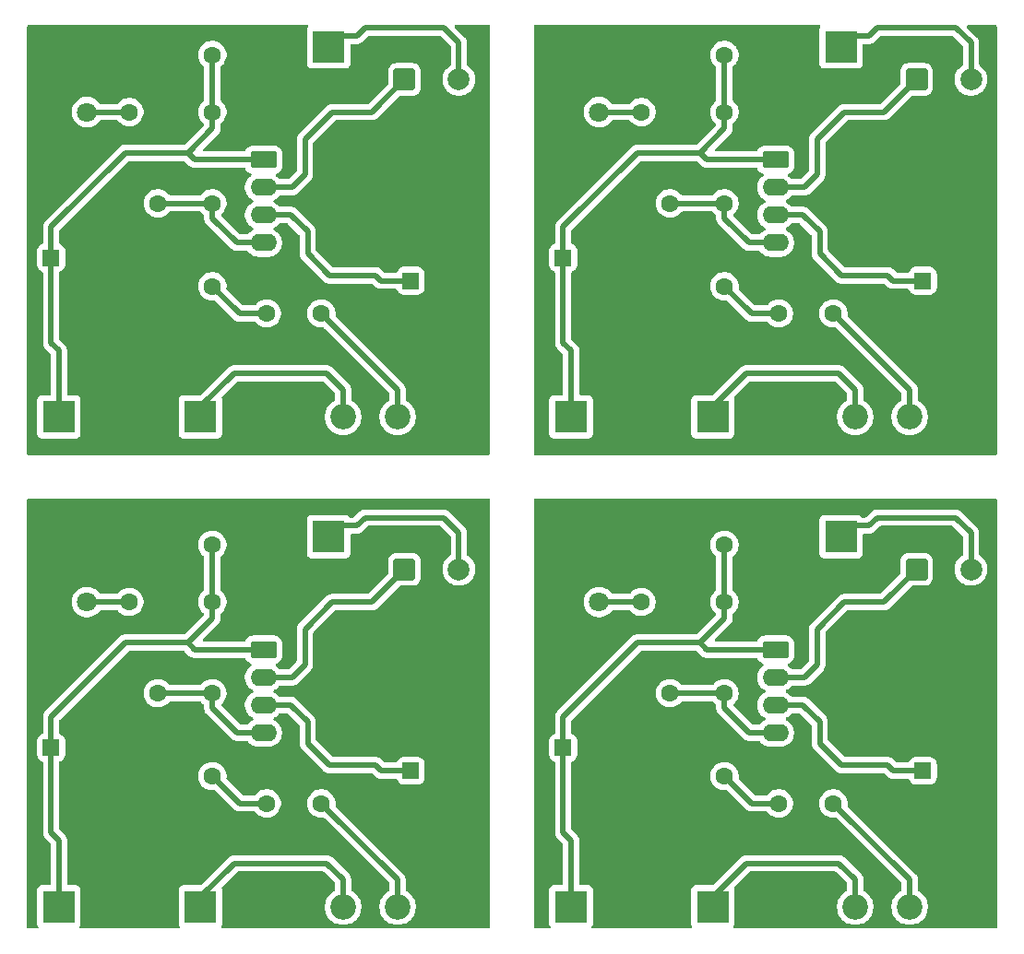
<source format=gbr>
%TF.GenerationSoftware,KiCad,Pcbnew,9.0.4*%
%TF.CreationDate,2025-08-26T10:36:07+02:00*%
%TF.ProjectId,TDA7267_2x2_panel,54444137-3236-4375-9f32-78325f70616e,rev?*%
%TF.SameCoordinates,Original*%
%TF.FileFunction,Copper,L1,Top*%
%TF.FilePolarity,Positive*%
%FSLAX46Y46*%
G04 Gerber Fmt 4.6, Leading zero omitted, Abs format (unit mm)*
G04 Created by KiCad (PCBNEW 9.0.4) date 2025-08-26 10:36:07*
%MOMM*%
%LPD*%
G01*
G04 APERTURE LIST*
G04 Aperture macros list*
%AMRoundRect*
0 Rectangle with rounded corners*
0 $1 Rounding radius*
0 $2 $3 $4 $5 $6 $7 $8 $9 X,Y pos of 4 corners*
0 Add a 4 corners polygon primitive as box body*
4,1,4,$2,$3,$4,$5,$6,$7,$8,$9,$2,$3,0*
0 Add four circle primitives for the rounded corners*
1,1,$1+$1,$2,$3*
1,1,$1+$1,$4,$5*
1,1,$1+$1,$6,$7*
1,1,$1+$1,$8,$9*
0 Add four rect primitives between the rounded corners*
20,1,$1+$1,$2,$3,$4,$5,0*
20,1,$1+$1,$4,$5,$6,$7,0*
20,1,$1+$1,$6,$7,$8,$9,0*
20,1,$1+$1,$8,$9,$2,$3,0*%
G04 Aperture macros list end*
%TA.AperFunction,ComponentPad*%
%ADD10C,2.340000*%
%TD*%
%TA.AperFunction,ComponentPad*%
%ADD11C,1.600000*%
%TD*%
%TA.AperFunction,ComponentPad*%
%ADD12RoundRect,0.250000X-0.550000X-0.550000X0.550000X-0.550000X0.550000X0.550000X-0.550000X0.550000X0*%
%TD*%
%TA.AperFunction,ComponentPad*%
%ADD13R,1.800000X1.800000*%
%TD*%
%TA.AperFunction,ComponentPad*%
%ADD14C,1.800000*%
%TD*%
%TA.AperFunction,ComponentPad*%
%ADD15R,3.000000X3.000000*%
%TD*%
%TA.AperFunction,ComponentPad*%
%ADD16C,3.000000*%
%TD*%
%TA.AperFunction,ComponentPad*%
%ADD17C,2.000000*%
%TD*%
%TA.AperFunction,ComponentPad*%
%ADD18RoundRect,0.250000X-0.750000X-0.750000X0.750000X-0.750000X0.750000X0.750000X-0.750000X0.750000X0*%
%TD*%
%TA.AperFunction,ComponentPad*%
%ADD19O,2.400000X1.600000*%
%TD*%
%TA.AperFunction,ComponentPad*%
%ADD20RoundRect,0.250000X-0.950000X-0.550000X0.950000X-0.550000X0.950000X0.550000X-0.950000X0.550000X0*%
%TD*%
%TA.AperFunction,Conductor*%
%ADD21C,0.500000*%
%TD*%
G04 APERTURE END LIST*
D10*
%TO.P,RV1,1,1*%
%TO.N,Net-(IN1-Pin_1)*%
X176000000Y-96500000D03*
%TO.P,RV1,2,2*%
%TO.N,Net-(C1-Pad1)*%
X181000000Y-96500000D03*
%TO.P,RV1,3,3*%
%TO.N,GND*%
X186000000Y-96500000D03*
%TD*%
%TO.P,RV1,1,1*%
%TO.N,Net-(IN1-Pin_1)*%
X129000000Y-96500000D03*
%TO.P,RV1,2,2*%
%TO.N,Net-(C1-Pad1)*%
X134000000Y-96500000D03*
%TO.P,RV1,3,3*%
%TO.N,GND*%
X139000000Y-96500000D03*
%TD*%
%TO.P,RV1,3,3*%
%TO.N,GND*%
X186000000Y-141500000D03*
%TO.P,RV1,2,2*%
%TO.N,Net-(C1-Pad1)*%
X181000000Y-141500000D03*
%TO.P,RV1,1,1*%
%TO.N,Net-(IN1-Pin_1)*%
X176000000Y-141500000D03*
%TD*%
D11*
%TO.P,C2,2*%
%TO.N,GND*%
X138997349Y-84000000D03*
D12*
%TO.P,C2,1*%
%TO.N,Net-(U1-SRV)*%
X135197349Y-84000000D03*
%TD*%
D11*
%TO.P,C3,2*%
%TO.N,Net-(U1-In)*%
X112000000Y-76880000D03*
%TO.P,C3,1*%
%TO.N,GND*%
X112000000Y-81880000D03*
%TD*%
%TO.P,R1,2*%
%TO.N,Net-(U1-In)*%
X117000000Y-76880000D03*
%TO.P,R1,1*%
%TO.N,Net-(C1-Pad2)*%
X117000000Y-84500000D03*
%TD*%
D13*
%TO.P,D1,1,K*%
%TO.N,GND*%
X149960000Y-68500000D03*
D14*
%TO.P,D1,2,A*%
%TO.N,Net-(D1-A)*%
X152500000Y-68500000D03*
%TD*%
D11*
%TO.P,C5,1*%
%TO.N,GND*%
X159000000Y-63250000D03*
%TO.P,C5,2*%
%TO.N,Net-(U1-V+)*%
X164000000Y-63250000D03*
%TD*%
D15*
%TO.P,OUT1,1,Pin_1*%
%TO.N,Net-(OUT1-Pin_1)*%
X174690000Y-62500000D03*
D16*
%TO.P,OUT1,2,Pin_2*%
%TO.N,GND*%
X169610000Y-62500000D03*
%TD*%
D11*
%TO.P,C3,1*%
%TO.N,GND*%
X159000000Y-81880000D03*
%TO.P,C3,2*%
%TO.N,Net-(U1-In)*%
X159000000Y-76880000D03*
%TD*%
D17*
%TO.P,C6,2*%
%TO.N,Net-(OUT1-Pin_1)*%
X139632323Y-65500000D03*
D18*
%TO.P,C6,1*%
%TO.N,Net-(U1-Out)*%
X134632323Y-65500000D03*
%TD*%
D15*
%TO.P,IN1,1,Pin_1*%
%TO.N,Net-(IN1-Pin_1)*%
X162920000Y-96500000D03*
D16*
%TO.P,IN1,2,Pin_2*%
%TO.N,GND*%
X168000000Y-96500000D03*
%TD*%
D11*
%TO.P,C4,2*%
%TO.N,GND*%
X106000000Y-81880000D03*
D12*
%TO.P,C4,1*%
%TO.N,Net-(U1-V+)*%
X102200000Y-81880000D03*
%TD*%
D11*
%TO.P,R1,1*%
%TO.N,Net-(C1-Pad2)*%
X164000000Y-84500000D03*
%TO.P,R1,2*%
%TO.N,Net-(U1-In)*%
X164000000Y-76880000D03*
%TD*%
%TO.P,C1,2*%
%TO.N,Net-(C1-Pad2)*%
X122000000Y-87000000D03*
%TO.P,C1,1*%
%TO.N,Net-(C1-Pad1)*%
X127000000Y-87000000D03*
%TD*%
D19*
%TO.P,U1,8,GND*%
%TO.N,GND*%
X129310000Y-72880000D03*
%TO.P,U1,7,GND*%
X129310000Y-75420000D03*
%TO.P,U1,6,GND*%
X129310000Y-77960000D03*
%TO.P,U1,5,GND*%
X129310000Y-80500000D03*
%TO.P,U1,4,In*%
%TO.N,Net-(U1-In)*%
X121690000Y-80500000D03*
%TO.P,U1,3,SRV*%
%TO.N,Net-(U1-SRV)*%
X121690000Y-77960000D03*
%TO.P,U1,2,Out*%
%TO.N,Net-(U1-Out)*%
X121690000Y-75420000D03*
D20*
%TO.P,U1,1,V+*%
%TO.N,Net-(U1-V+)*%
X121690000Y-72880000D03*
%TD*%
D14*
%TO.P,D1,2,A*%
%TO.N,Net-(D1-A)*%
X105500000Y-68500000D03*
D13*
%TO.P,D1,1,K*%
%TO.N,GND*%
X102960000Y-68500000D03*
%TD*%
D16*
%TO.P,IN1,2,Pin_2*%
%TO.N,GND*%
X121000000Y-96500000D03*
D15*
%TO.P,IN1,1,Pin_1*%
%TO.N,Net-(IN1-Pin_1)*%
X115920000Y-96500000D03*
%TD*%
D11*
%TO.P,C5,2*%
%TO.N,Net-(U1-V+)*%
X117000000Y-63250000D03*
%TO.P,C5,1*%
%TO.N,GND*%
X112000000Y-63250000D03*
%TD*%
D16*
%TO.P,OUT1,2,Pin_2*%
%TO.N,GND*%
X122610000Y-62500000D03*
D15*
%TO.P,OUT1,1,Pin_1*%
%TO.N,Net-(OUT1-Pin_1)*%
X127690000Y-62500000D03*
%TD*%
D13*
%TO.P,D1,1,K*%
%TO.N,GND*%
X102960000Y-113500000D03*
D14*
%TO.P,D1,2,A*%
%TO.N,Net-(D1-A)*%
X105500000Y-113500000D03*
%TD*%
D12*
%TO.P,C2,1*%
%TO.N,Net-(U1-SRV)*%
X135197349Y-129000000D03*
D11*
%TO.P,C2,2*%
%TO.N,GND*%
X138997349Y-129000000D03*
%TD*%
D15*
%TO.P,IN1,1,Pin_1*%
%TO.N,Net-(IN1-Pin_1)*%
X115920000Y-141500000D03*
D16*
%TO.P,IN1,2,Pin_2*%
%TO.N,GND*%
X121000000Y-141500000D03*
%TD*%
D11*
%TO.P,R1,1*%
%TO.N,Net-(C1-Pad2)*%
X117000000Y-129500000D03*
%TO.P,R1,2*%
%TO.N,Net-(U1-In)*%
X117000000Y-121880000D03*
%TD*%
%TO.P,C1,1*%
%TO.N,Net-(C1-Pad1)*%
X127000000Y-132000000D03*
%TO.P,C1,2*%
%TO.N,Net-(C1-Pad2)*%
X122000000Y-132000000D03*
%TD*%
D16*
%TO.P,OUT1,2,Pin_2*%
%TO.N,GND*%
X122610000Y-107500000D03*
D15*
%TO.P,OUT1,1,Pin_1*%
%TO.N,Net-(OUT1-Pin_1)*%
X127690000Y-107500000D03*
%TD*%
D20*
%TO.P,U1,1,V+*%
%TO.N,Net-(U1-V+)*%
X121690000Y-117880000D03*
D19*
%TO.P,U1,2,Out*%
%TO.N,Net-(U1-Out)*%
X121690000Y-120420000D03*
%TO.P,U1,3,SRV*%
%TO.N,Net-(U1-SRV)*%
X121690000Y-122960000D03*
%TO.P,U1,4,In*%
%TO.N,Net-(U1-In)*%
X121690000Y-125500000D03*
%TO.P,U1,5,GND*%
%TO.N,GND*%
X129310000Y-125500000D03*
%TO.P,U1,6,GND*%
X129310000Y-122960000D03*
%TO.P,U1,7,GND*%
X129310000Y-120420000D03*
%TO.P,U1,8,GND*%
X129310000Y-117880000D03*
%TD*%
D11*
%TO.P,R2,1*%
%TO.N,Net-(D1-A)*%
X109380000Y-113500000D03*
%TO.P,R2,2*%
%TO.N,Net-(U1-V+)*%
X117000000Y-113500000D03*
%TD*%
D15*
%TO.P,VCC1,1,Pin_1*%
%TO.N,Net-(U1-V+)*%
X102920000Y-141500000D03*
D16*
%TO.P,VCC1,2,Pin_2*%
%TO.N,GND*%
X108000000Y-141500000D03*
%TD*%
D11*
%TO.P,C5,1*%
%TO.N,GND*%
X112000000Y-108250000D03*
%TO.P,C5,2*%
%TO.N,Net-(U1-V+)*%
X117000000Y-108250000D03*
%TD*%
%TO.P,R1,2*%
%TO.N,Net-(U1-In)*%
X164000000Y-121880000D03*
%TO.P,R1,1*%
%TO.N,Net-(C1-Pad2)*%
X164000000Y-129500000D03*
%TD*%
D15*
%TO.P,OUT1,1,Pin_1*%
%TO.N,Net-(OUT1-Pin_1)*%
X174690000Y-107500000D03*
D16*
%TO.P,OUT1,2,Pin_2*%
%TO.N,GND*%
X169610000Y-107500000D03*
%TD*%
D18*
%TO.P,C6,1*%
%TO.N,Net-(U1-Out)*%
X134632323Y-110500000D03*
D17*
%TO.P,C6,2*%
%TO.N,Net-(OUT1-Pin_1)*%
X139632323Y-110500000D03*
%TD*%
D12*
%TO.P,C4,1*%
%TO.N,Net-(U1-V+)*%
X102200000Y-126880000D03*
D11*
%TO.P,C4,2*%
%TO.N,GND*%
X106000000Y-126880000D03*
%TD*%
D10*
%TO.P,RV1,3,3*%
%TO.N,GND*%
X139000000Y-141500000D03*
%TO.P,RV1,2,2*%
%TO.N,Net-(C1-Pad1)*%
X134000000Y-141500000D03*
%TO.P,RV1,1,1*%
%TO.N,Net-(IN1-Pin_1)*%
X129000000Y-141500000D03*
%TD*%
D11*
%TO.P,C3,2*%
%TO.N,Net-(U1-In)*%
X159000000Y-121880000D03*
%TO.P,C3,1*%
%TO.N,GND*%
X159000000Y-126880000D03*
%TD*%
D16*
%TO.P,IN1,2,Pin_2*%
%TO.N,GND*%
X168000000Y-141500000D03*
D15*
%TO.P,IN1,1,Pin_1*%
%TO.N,Net-(IN1-Pin_1)*%
X162920000Y-141500000D03*
%TD*%
D14*
%TO.P,D1,2,A*%
%TO.N,Net-(D1-A)*%
X152500000Y-113500000D03*
D13*
%TO.P,D1,1,K*%
%TO.N,GND*%
X149960000Y-113500000D03*
%TD*%
D12*
%TO.P,C2,1*%
%TO.N,Net-(U1-SRV)*%
X182197349Y-84000000D03*
D11*
%TO.P,C2,2*%
%TO.N,GND*%
X185997349Y-84000000D03*
%TD*%
%TO.P,R2,1*%
%TO.N,Net-(D1-A)*%
X156380000Y-68500000D03*
%TO.P,R2,2*%
%TO.N,Net-(U1-V+)*%
X164000000Y-68500000D03*
%TD*%
D18*
%TO.P,C6,1*%
%TO.N,Net-(U1-Out)*%
X181632323Y-65500000D03*
D17*
%TO.P,C6,2*%
%TO.N,Net-(OUT1-Pin_1)*%
X186632323Y-65500000D03*
%TD*%
D12*
%TO.P,C4,1*%
%TO.N,Net-(U1-V+)*%
X149200000Y-81880000D03*
D11*
%TO.P,C4,2*%
%TO.N,GND*%
X153000000Y-81880000D03*
%TD*%
%TO.P,C3,1*%
%TO.N,GND*%
X112000000Y-126880000D03*
%TO.P,C3,2*%
%TO.N,Net-(U1-In)*%
X112000000Y-121880000D03*
%TD*%
D20*
%TO.P,U1,1,V+*%
%TO.N,Net-(U1-V+)*%
X168690000Y-72880000D03*
D19*
%TO.P,U1,2,Out*%
%TO.N,Net-(U1-Out)*%
X168690000Y-75420000D03*
%TO.P,U1,3,SRV*%
%TO.N,Net-(U1-SRV)*%
X168690000Y-77960000D03*
%TO.P,U1,4,In*%
%TO.N,Net-(U1-In)*%
X168690000Y-80500000D03*
%TO.P,U1,5,GND*%
%TO.N,GND*%
X176310000Y-80500000D03*
%TO.P,U1,6,GND*%
X176310000Y-77960000D03*
%TO.P,U1,7,GND*%
X176310000Y-75420000D03*
%TO.P,U1,8,GND*%
X176310000Y-72880000D03*
%TD*%
D11*
%TO.P,C1,1*%
%TO.N,Net-(C1-Pad1)*%
X174000000Y-87000000D03*
%TO.P,C1,2*%
%TO.N,Net-(C1-Pad2)*%
X169000000Y-87000000D03*
%TD*%
D15*
%TO.P,VCC1,1,Pin_1*%
%TO.N,Net-(U1-V+)*%
X149920000Y-96500000D03*
D16*
%TO.P,VCC1,2,Pin_2*%
%TO.N,GND*%
X155000000Y-96500000D03*
%TD*%
%TO.P,VCC1,2,Pin_2*%
%TO.N,GND*%
X155000000Y-141500000D03*
D15*
%TO.P,VCC1,1,Pin_1*%
%TO.N,Net-(U1-V+)*%
X149920000Y-141500000D03*
%TD*%
D19*
%TO.P,U1,8,GND*%
%TO.N,GND*%
X176310000Y-117880000D03*
%TO.P,U1,7,GND*%
X176310000Y-120420000D03*
%TO.P,U1,6,GND*%
X176310000Y-122960000D03*
%TO.P,U1,5,GND*%
X176310000Y-125500000D03*
%TO.P,U1,4,In*%
%TO.N,Net-(U1-In)*%
X168690000Y-125500000D03*
%TO.P,U1,3,SRV*%
%TO.N,Net-(U1-SRV)*%
X168690000Y-122960000D03*
%TO.P,U1,2,Out*%
%TO.N,Net-(U1-Out)*%
X168690000Y-120420000D03*
D20*
%TO.P,U1,1,V+*%
%TO.N,Net-(U1-V+)*%
X168690000Y-117880000D03*
%TD*%
D11*
%TO.P,C1,2*%
%TO.N,Net-(C1-Pad2)*%
X169000000Y-132000000D03*
%TO.P,C1,1*%
%TO.N,Net-(C1-Pad1)*%
X174000000Y-132000000D03*
%TD*%
%TO.P,C2,2*%
%TO.N,GND*%
X185997349Y-129000000D03*
D12*
%TO.P,C2,1*%
%TO.N,Net-(U1-SRV)*%
X182197349Y-129000000D03*
%TD*%
D11*
%TO.P,C5,2*%
%TO.N,Net-(U1-V+)*%
X164000000Y-108250000D03*
%TO.P,C5,1*%
%TO.N,GND*%
X159000000Y-108250000D03*
%TD*%
%TO.P,R2,2*%
%TO.N,Net-(U1-V+)*%
X164000000Y-113500000D03*
%TO.P,R2,1*%
%TO.N,Net-(D1-A)*%
X156380000Y-113500000D03*
%TD*%
D17*
%TO.P,C6,2*%
%TO.N,Net-(OUT1-Pin_1)*%
X186632323Y-110500000D03*
D18*
%TO.P,C6,1*%
%TO.N,Net-(U1-Out)*%
X181632323Y-110500000D03*
%TD*%
D11*
%TO.P,C4,2*%
%TO.N,GND*%
X153000000Y-126880000D03*
D12*
%TO.P,C4,1*%
%TO.N,Net-(U1-V+)*%
X149200000Y-126880000D03*
%TD*%
D11*
%TO.P,R2,2*%
%TO.N,Net-(U1-V+)*%
X117000000Y-68500000D03*
%TO.P,R2,1*%
%TO.N,Net-(D1-A)*%
X109380000Y-68500000D03*
%TD*%
D16*
%TO.P,VCC1,2,Pin_2*%
%TO.N,GND*%
X108000000Y-96500000D03*
D15*
%TO.P,VCC1,1,Pin_1*%
%TO.N,Net-(U1-V+)*%
X102920000Y-96500000D03*
%TD*%
D21*
%TO.N,Net-(U1-SRV)*%
X172750000Y-79500000D02*
X171210000Y-77960000D01*
%TO.N,Net-(C1-Pad2)*%
X122000000Y-87000000D02*
X119500000Y-87000000D01*
%TO.N,Net-(C1-Pad1)*%
X134000000Y-96500000D02*
X134000000Y-94000000D01*
%TO.N,Net-(U1-SRV)*%
X125750000Y-81500000D02*
X125750000Y-79500000D01*
X124210000Y-77960000D02*
X121690000Y-77960000D01*
%TO.N,Net-(C1-Pad1)*%
X134000000Y-94000000D02*
X127000000Y-87000000D01*
%TO.N,Net-(U1-SRV)*%
X135197349Y-84000000D02*
X132500000Y-84000000D01*
X172750000Y-126500000D02*
X172750000Y-124500000D01*
%TO.N,Net-(C1-Pad2)*%
X119500000Y-87000000D02*
X117000000Y-84500000D01*
%TO.N,Net-(U1-V+)*%
X102200000Y-126880000D02*
X102200000Y-124050000D01*
%TO.N,Net-(C1-Pad1)*%
X181000000Y-141500000D02*
X181000000Y-139000000D01*
%TO.N,Net-(D1-A)*%
X109380000Y-113500000D02*
X105500000Y-113500000D01*
%TO.N,Net-(IN1-Pin_1)*%
X119000000Y-137500000D02*
X115920000Y-140580000D01*
X127500000Y-137500000D02*
X119000000Y-137500000D01*
%TO.N,Net-(C1-Pad2)*%
X169000000Y-132000000D02*
X166500000Y-132000000D01*
%TO.N,Net-(IN1-Pin_1)*%
X129000000Y-139000000D02*
X127500000Y-137500000D01*
X129000000Y-141500000D02*
X129000000Y-139000000D01*
%TO.N,Net-(C1-Pad2)*%
X166500000Y-132000000D02*
X164000000Y-129500000D01*
%TO.N,Net-(IN1-Pin_1)*%
X115920000Y-140580000D02*
X115920000Y-141500000D01*
%TO.N,Net-(C1-Pad1)*%
X181000000Y-139000000D02*
X174000000Y-132000000D01*
%TO.N,Net-(OUT1-Pin_1)*%
X131000000Y-105750000D02*
X130250000Y-106500000D01*
%TO.N,Net-(U1-V+)*%
X149200000Y-81880000D02*
X149200000Y-79050000D01*
X149920000Y-96500000D02*
X149920000Y-90420000D01*
X161750000Y-72250000D02*
X164000000Y-70000000D01*
X156000000Y-72250000D02*
X161750000Y-72250000D01*
%TO.N,Net-(U1-In)*%
X164000000Y-76880000D02*
X159000000Y-76880000D01*
%TO.N,Net-(U1-V+)*%
X164000000Y-70000000D02*
X164000000Y-68500000D01*
X149200000Y-89700000D02*
X149200000Y-81880000D01*
%TO.N,Net-(U1-In)*%
X164000000Y-78250000D02*
X164000000Y-76880000D01*
%TO.N,Net-(U1-V+)*%
X149920000Y-90420000D02*
X149200000Y-89700000D01*
%TO.N,Net-(U1-In)*%
X166250000Y-80500000D02*
X164000000Y-78250000D01*
%TO.N,Net-(U1-SRV)*%
X179500000Y-84000000D02*
X179000000Y-83500000D01*
%TO.N,Net-(U1-V+)*%
X164000000Y-68500000D02*
X164000000Y-63250000D01*
X162380000Y-72880000D02*
X161750000Y-72250000D01*
X168690000Y-72880000D02*
X162380000Y-72880000D01*
X149200000Y-79050000D02*
X156000000Y-72250000D01*
%TO.N,Net-(U1-Out)*%
X172500000Y-74250000D02*
X172500000Y-71000000D01*
X168690000Y-75420000D02*
X171330000Y-75420000D01*
X175000000Y-68500000D02*
X178632323Y-68500000D01*
%TO.N,Net-(U1-In)*%
X168690000Y-80500000D02*
X166250000Y-80500000D01*
%TO.N,Net-(U1-SRV)*%
X179000000Y-83500000D02*
X174750000Y-83500000D01*
X172750000Y-81500000D02*
X172750000Y-79500000D01*
X171210000Y-77960000D02*
X168690000Y-77960000D01*
X182197349Y-84000000D02*
X179500000Y-84000000D01*
X174750000Y-83500000D02*
X172750000Y-81500000D01*
%TO.N,Net-(C1-Pad2)*%
X169000000Y-87000000D02*
X166500000Y-87000000D01*
%TO.N,Net-(C1-Pad1)*%
X181000000Y-94000000D02*
X174000000Y-87000000D01*
%TO.N,Net-(C1-Pad2)*%
X166500000Y-87000000D02*
X164000000Y-84500000D01*
%TO.N,Net-(C1-Pad1)*%
X181000000Y-96500000D02*
X181000000Y-94000000D01*
%TO.N,Net-(U1-V+)*%
X102200000Y-124050000D02*
X109000000Y-117250000D01*
X117000000Y-113500000D02*
X117000000Y-108250000D01*
X109000000Y-117250000D02*
X114750000Y-117250000D01*
X102200000Y-134700000D02*
X102200000Y-126880000D01*
X114750000Y-117250000D02*
X117000000Y-115000000D01*
%TO.N,Net-(U1-Out)*%
X121690000Y-120420000D02*
X124330000Y-120420000D01*
X128000000Y-113500000D02*
X131632323Y-113500000D01*
X124330000Y-120420000D02*
X125500000Y-119250000D01*
X131632323Y-113500000D02*
X134632323Y-110500000D01*
X125500000Y-116000000D02*
X128000000Y-113500000D01*
%TO.N,Net-(OUT1-Pin_1)*%
X139632323Y-107132323D02*
X138250000Y-105750000D01*
X138250000Y-105750000D02*
X131000000Y-105750000D01*
X130250000Y-106500000D02*
X128690000Y-106500000D01*
X128690000Y-106500000D02*
X127690000Y-107500000D01*
%TO.N,Net-(U1-V+)*%
X102920000Y-135420000D02*
X102200000Y-134700000D01*
%TO.N,Net-(OUT1-Pin_1)*%
X139632323Y-110500000D02*
X139632323Y-107132323D01*
%TO.N,Net-(U1-Out)*%
X125500000Y-119250000D02*
X125500000Y-116000000D01*
%TO.N,Net-(U1-V+)*%
X102920000Y-141500000D02*
X102920000Y-135420000D01*
X115380000Y-117880000D02*
X114750000Y-117250000D01*
X121690000Y-117880000D02*
X115380000Y-117880000D01*
%TO.N,Net-(C1-Pad1)*%
X134000000Y-139000000D02*
X127000000Y-132000000D01*
%TO.N,Net-(U1-SRV)*%
X127750000Y-128500000D02*
X125750000Y-126500000D01*
%TO.N,Net-(U1-In)*%
X117000000Y-121880000D02*
X112000000Y-121880000D01*
%TO.N,Net-(U1-SRV)*%
X132500000Y-129000000D02*
X132000000Y-128500000D01*
%TO.N,Net-(U1-In)*%
X119250000Y-125500000D02*
X117000000Y-123250000D01*
%TO.N,Net-(U1-SRV)*%
X124210000Y-122960000D02*
X121690000Y-122960000D01*
%TO.N,Net-(C1-Pad2)*%
X119500000Y-132000000D02*
X117000000Y-129500000D01*
X122000000Y-132000000D02*
X119500000Y-132000000D01*
%TO.N,Net-(U1-In)*%
X121690000Y-125500000D02*
X119250000Y-125500000D01*
%TO.N,Net-(U1-V+)*%
X117000000Y-115000000D02*
X117000000Y-113500000D01*
%TO.N,Net-(C1-Pad1)*%
X134000000Y-141500000D02*
X134000000Y-139000000D01*
%TO.N,Net-(U1-SRV)*%
X135197349Y-129000000D02*
X132500000Y-129000000D01*
X125750000Y-124500000D02*
X124210000Y-122960000D01*
X132000000Y-128500000D02*
X127750000Y-128500000D01*
%TO.N,Net-(U1-In)*%
X117000000Y-123250000D02*
X117000000Y-121880000D01*
%TO.N,Net-(U1-SRV)*%
X125750000Y-126500000D02*
X125750000Y-124500000D01*
%TO.N,Net-(OUT1-Pin_1)*%
X178000000Y-105750000D02*
X177250000Y-106500000D01*
X186632323Y-110500000D02*
X186632323Y-107132323D01*
%TO.N,Net-(U1-Out)*%
X175000000Y-113500000D02*
X178632323Y-113500000D01*
X172500000Y-116000000D02*
X175000000Y-113500000D01*
%TO.N,Net-(OUT1-Pin_1)*%
X177250000Y-106500000D02*
X175690000Y-106500000D01*
%TO.N,Net-(IN1-Pin_1)*%
X166000000Y-137500000D02*
X162920000Y-140580000D01*
%TO.N,Net-(U1-Out)*%
X178632323Y-113500000D02*
X181632323Y-110500000D01*
%TO.N,Net-(IN1-Pin_1)*%
X176000000Y-141500000D02*
X176000000Y-139000000D01*
X174500000Y-137500000D02*
X166000000Y-137500000D01*
%TO.N,Net-(OUT1-Pin_1)*%
X185250000Y-105750000D02*
X178000000Y-105750000D01*
%TO.N,Net-(U1-Out)*%
X168690000Y-120420000D02*
X171330000Y-120420000D01*
%TO.N,Net-(IN1-Pin_1)*%
X176000000Y-139000000D02*
X174500000Y-137500000D01*
X162920000Y-140580000D02*
X162920000Y-141500000D01*
%TO.N,Net-(OUT1-Pin_1)*%
X175690000Y-106500000D02*
X174690000Y-107500000D01*
%TO.N,Net-(U1-Out)*%
X171330000Y-120420000D02*
X172500000Y-119250000D01*
%TO.N,Net-(OUT1-Pin_1)*%
X186632323Y-107132323D02*
X185250000Y-105750000D01*
%TO.N,Net-(D1-A)*%
X156380000Y-113500000D02*
X152500000Y-113500000D01*
%TO.N,Net-(U1-Out)*%
X172500000Y-119250000D02*
X172500000Y-116000000D01*
%TO.N,Net-(U1-In)*%
X168690000Y-125500000D02*
X166250000Y-125500000D01*
%TO.N,Net-(U1-V+)*%
X149200000Y-124050000D02*
X156000000Y-117250000D01*
X168690000Y-117880000D02*
X162380000Y-117880000D01*
X164000000Y-115000000D02*
X164000000Y-113500000D01*
X149200000Y-134700000D02*
X149200000Y-126880000D01*
X149200000Y-126880000D02*
X149200000Y-124050000D01*
X149920000Y-141500000D02*
X149920000Y-135420000D01*
%TO.N,Net-(U1-SRV)*%
X182197349Y-129000000D02*
X179500000Y-129000000D01*
X179500000Y-129000000D02*
X179000000Y-128500000D01*
%TO.N,Net-(U1-V+)*%
X161750000Y-117250000D02*
X164000000Y-115000000D01*
X156000000Y-117250000D02*
X161750000Y-117250000D01*
X164000000Y-113500000D02*
X164000000Y-108250000D01*
%TO.N,Net-(U1-In)*%
X164000000Y-123250000D02*
X164000000Y-121880000D01*
%TO.N,Net-(U1-SRV)*%
X172750000Y-124500000D02*
X171210000Y-122960000D01*
%TO.N,Net-(U1-V+)*%
X162380000Y-117880000D02*
X161750000Y-117250000D01*
%TO.N,Net-(U1-In)*%
X166250000Y-125500000D02*
X164000000Y-123250000D01*
%TO.N,Net-(U1-V+)*%
X149920000Y-135420000D02*
X149200000Y-134700000D01*
%TO.N,Net-(U1-In)*%
X164000000Y-121880000D02*
X159000000Y-121880000D01*
%TO.N,Net-(U1-SRV)*%
X174750000Y-128500000D02*
X172750000Y-126500000D01*
X179000000Y-128500000D02*
X174750000Y-128500000D01*
X132500000Y-84000000D02*
X132000000Y-83500000D01*
%TO.N,Net-(U1-In)*%
X117000000Y-76880000D02*
X112000000Y-76880000D01*
X119250000Y-80500000D02*
X117000000Y-78250000D01*
X121690000Y-80500000D02*
X119250000Y-80500000D01*
%TO.N,Net-(U1-V+)*%
X117000000Y-70000000D02*
X117000000Y-68500000D01*
X102920000Y-96500000D02*
X102920000Y-90420000D01*
%TO.N,Net-(U1-SRV)*%
X127750000Y-83500000D02*
X125750000Y-81500000D01*
%TO.N,Net-(U1-In)*%
X117000000Y-78250000D02*
X117000000Y-76880000D01*
%TO.N,Net-(U1-V+)*%
X102200000Y-81880000D02*
X102200000Y-79050000D01*
X109000000Y-72250000D02*
X114750000Y-72250000D01*
X117000000Y-68500000D02*
X117000000Y-63250000D01*
X121690000Y-72880000D02*
X115380000Y-72880000D01*
%TO.N,Net-(U1-SRV)*%
X125750000Y-79500000D02*
X124210000Y-77960000D01*
%TO.N,Net-(U1-V+)*%
X102200000Y-89700000D02*
X102200000Y-81880000D01*
X102200000Y-79050000D02*
X109000000Y-72250000D01*
X114750000Y-72250000D02*
X117000000Y-70000000D01*
%TO.N,Net-(U1-SRV)*%
X132000000Y-83500000D02*
X127750000Y-83500000D01*
%TO.N,Net-(U1-V+)*%
X115380000Y-72880000D02*
X114750000Y-72250000D01*
X102920000Y-90420000D02*
X102200000Y-89700000D01*
%TO.N,Net-(U1-Out)*%
X125500000Y-74250000D02*
X125500000Y-71000000D01*
X172500000Y-71000000D02*
X175000000Y-68500000D01*
%TO.N,Net-(OUT1-Pin_1)*%
X175690000Y-61500000D02*
X174690000Y-62500000D01*
X186632323Y-62132323D02*
X185250000Y-60750000D01*
%TO.N,Net-(IN1-Pin_1)*%
X174500000Y-92500000D02*
X166000000Y-92500000D01*
%TO.N,Net-(U1-Out)*%
X178632323Y-68500000D02*
X181632323Y-65500000D01*
%TO.N,Net-(OUT1-Pin_1)*%
X185250000Y-60750000D02*
X178000000Y-60750000D01*
X186632323Y-65500000D02*
X186632323Y-62132323D01*
X177250000Y-61500000D02*
X175690000Y-61500000D01*
%TO.N,Net-(IN1-Pin_1)*%
X176000000Y-94000000D02*
X174500000Y-92500000D01*
X162920000Y-95580000D02*
X162920000Y-96500000D01*
%TO.N,Net-(D1-A)*%
X156380000Y-68500000D02*
X152500000Y-68500000D01*
%TO.N,Net-(U1-Out)*%
X171330000Y-75420000D02*
X172500000Y-74250000D01*
%TO.N,Net-(IN1-Pin_1)*%
X166000000Y-92500000D02*
X162920000Y-95580000D01*
X176000000Y-96500000D02*
X176000000Y-94000000D01*
%TO.N,Net-(OUT1-Pin_1)*%
X178000000Y-60750000D02*
X177250000Y-61500000D01*
%TO.N,Net-(U1-SRV)*%
X171210000Y-122960000D02*
X168690000Y-122960000D01*
%TO.N,Net-(IN1-Pin_1)*%
X115920000Y-95580000D02*
X115920000Y-96500000D01*
%TO.N,Net-(OUT1-Pin_1)*%
X128690000Y-61500000D02*
X127690000Y-62500000D01*
%TO.N,Net-(U1-Out)*%
X121690000Y-75420000D02*
X124330000Y-75420000D01*
%TO.N,Net-(OUT1-Pin_1)*%
X130250000Y-61500000D02*
X128690000Y-61500000D01*
%TO.N,Net-(U1-Out)*%
X131632323Y-68500000D02*
X134632323Y-65500000D01*
X128000000Y-68500000D02*
X131632323Y-68500000D01*
%TO.N,Net-(OUT1-Pin_1)*%
X139632323Y-65500000D02*
X139632323Y-62132323D01*
%TO.N,Net-(IN1-Pin_1)*%
X129000000Y-94000000D02*
X127500000Y-92500000D01*
%TO.N,Net-(U1-Out)*%
X124330000Y-75420000D02*
X125500000Y-74250000D01*
%TO.N,Net-(IN1-Pin_1)*%
X129000000Y-96500000D02*
X129000000Y-94000000D01*
%TO.N,Net-(U1-Out)*%
X125500000Y-71000000D02*
X128000000Y-68500000D01*
%TO.N,Net-(IN1-Pin_1)*%
X127500000Y-92500000D02*
X119000000Y-92500000D01*
%TO.N,Net-(OUT1-Pin_1)*%
X138250000Y-60750000D02*
X131000000Y-60750000D01*
X139632323Y-62132323D02*
X138250000Y-60750000D01*
X131000000Y-60750000D02*
X130250000Y-61500000D01*
%TO.N,Net-(D1-A)*%
X109380000Y-68500000D02*
X105500000Y-68500000D01*
%TO.N,Net-(IN1-Pin_1)*%
X119000000Y-92500000D02*
X115920000Y-95580000D01*
%TD*%
%TA.AperFunction,Conductor*%
%TO.N,GND*%
G36*
X142443039Y-104019685D02*
G01*
X142488794Y-104072489D01*
X142500000Y-104124000D01*
X142500000Y-143375500D01*
X142480315Y-143442539D01*
X142427511Y-143488294D01*
X142376000Y-143499500D01*
X117919001Y-143499500D01*
X117851962Y-143479815D01*
X117806207Y-143427011D01*
X117796263Y-143357853D01*
X117819734Y-143301189D01*
X117863796Y-143242331D01*
X117914091Y-143107483D01*
X117920500Y-143047873D01*
X117920499Y-139952128D01*
X117914091Y-139892517D01*
X117875318Y-139788561D01*
X117870334Y-139718870D01*
X117903817Y-139657549D01*
X119274549Y-138286819D01*
X119335872Y-138253334D01*
X119362230Y-138250500D01*
X127137770Y-138250500D01*
X127204809Y-138270185D01*
X127225451Y-138286819D01*
X128213181Y-139274548D01*
X128246666Y-139335871D01*
X128249500Y-139362229D01*
X128249500Y-139932783D01*
X128229815Y-139999822D01*
X128187500Y-140040170D01*
X128069929Y-140108049D01*
X127896201Y-140241355D01*
X127896194Y-140241361D01*
X127741361Y-140396194D01*
X127741355Y-140396201D01*
X127608049Y-140569929D01*
X127498565Y-140759561D01*
X127498560Y-140759573D01*
X127414758Y-140961884D01*
X127358084Y-141173399D01*
X127358082Y-141173410D01*
X127329500Y-141390502D01*
X127329500Y-141609497D01*
X127353306Y-141790314D01*
X127358083Y-141826598D01*
X127414759Y-142038117D01*
X127498560Y-142240428D01*
X127498562Y-142240433D01*
X127498565Y-142240438D01*
X127608049Y-142430070D01*
X127741355Y-142603798D01*
X127741361Y-142603805D01*
X127896194Y-142758638D01*
X127896201Y-142758644D01*
X128069929Y-142891950D01*
X128259561Y-143001434D01*
X128259563Y-143001434D01*
X128259572Y-143001440D01*
X128461883Y-143085241D01*
X128673402Y-143141917D01*
X128890510Y-143170500D01*
X128890517Y-143170500D01*
X129109483Y-143170500D01*
X129109490Y-143170500D01*
X129326598Y-143141917D01*
X129538117Y-143085241D01*
X129740428Y-143001440D01*
X129930071Y-142891950D01*
X130103800Y-142758643D01*
X130258643Y-142603800D01*
X130391950Y-142430071D01*
X130501440Y-142240428D01*
X130585241Y-142038117D01*
X130641917Y-141826598D01*
X130670500Y-141609490D01*
X130670500Y-141390510D01*
X130641917Y-141173402D01*
X130585241Y-140961883D01*
X130501440Y-140759572D01*
X130391950Y-140569929D01*
X130258643Y-140396200D01*
X130258638Y-140396194D01*
X130103805Y-140241361D01*
X130103798Y-140241355D01*
X129930070Y-140108049D01*
X129812500Y-140040170D01*
X129764284Y-139989603D01*
X129750500Y-139932783D01*
X129750500Y-138926079D01*
X129721659Y-138781092D01*
X129721658Y-138781091D01*
X129721658Y-138781087D01*
X129721656Y-138781082D01*
X129665087Y-138644511D01*
X129665080Y-138644498D01*
X129582952Y-138521585D01*
X129582951Y-138521584D01*
X129478416Y-138417049D01*
X129311867Y-138250500D01*
X127978421Y-136917052D01*
X127978414Y-136917046D01*
X127904729Y-136867812D01*
X127904729Y-136867813D01*
X127855491Y-136834913D01*
X127718917Y-136778343D01*
X127718907Y-136778340D01*
X127573920Y-136749500D01*
X127573918Y-136749500D01*
X118926082Y-136749500D01*
X118926080Y-136749500D01*
X118781092Y-136778340D01*
X118781086Y-136778342D01*
X118644508Y-136834914D01*
X118644496Y-136834921D01*
X118595269Y-136867813D01*
X118521588Y-136917044D01*
X118521580Y-136917050D01*
X115975449Y-139463181D01*
X115914126Y-139496666D01*
X115887768Y-139499500D01*
X114372129Y-139499500D01*
X114372123Y-139499501D01*
X114312516Y-139505908D01*
X114177671Y-139556202D01*
X114177664Y-139556206D01*
X114062455Y-139642452D01*
X114062452Y-139642455D01*
X113976206Y-139757664D01*
X113976202Y-139757671D01*
X113925908Y-139892517D01*
X113919501Y-139952116D01*
X113919501Y-139952123D01*
X113919500Y-139952135D01*
X113919500Y-143047870D01*
X113919501Y-143047876D01*
X113925908Y-143107483D01*
X113976202Y-143242328D01*
X113976204Y-143242331D01*
X114020265Y-143301189D01*
X114044683Y-143366652D01*
X114029832Y-143434925D01*
X113980427Y-143484331D01*
X113920999Y-143499500D01*
X104919001Y-143499500D01*
X104851962Y-143479815D01*
X104806207Y-143427011D01*
X104796263Y-143357853D01*
X104819734Y-143301189D01*
X104863796Y-143242331D01*
X104914091Y-143107483D01*
X104920500Y-143047873D01*
X104920499Y-139952128D01*
X104914091Y-139892517D01*
X104863796Y-139757669D01*
X104863795Y-139757668D01*
X104863793Y-139757664D01*
X104777547Y-139642455D01*
X104777544Y-139642452D01*
X104662335Y-139556206D01*
X104662328Y-139556202D01*
X104527482Y-139505908D01*
X104527483Y-139505908D01*
X104467883Y-139499501D01*
X104467881Y-139499500D01*
X104467873Y-139499500D01*
X104467865Y-139499500D01*
X103794500Y-139499500D01*
X103727461Y-139479815D01*
X103681706Y-139427011D01*
X103670500Y-139375500D01*
X103670500Y-135346079D01*
X103641659Y-135201092D01*
X103641658Y-135201091D01*
X103641658Y-135201087D01*
X103641656Y-135201082D01*
X103585086Y-135064508D01*
X103552186Y-135015270D01*
X103552185Y-135015268D01*
X103502956Y-134941589D01*
X103502952Y-134941584D01*
X102986819Y-134425451D01*
X102953334Y-134364128D01*
X102950500Y-134337770D01*
X102950500Y-129397648D01*
X115699500Y-129397648D01*
X115699500Y-129602351D01*
X115731522Y-129804534D01*
X115794781Y-129999223D01*
X115858691Y-130124653D01*
X115867893Y-130142712D01*
X115887715Y-130181613D01*
X116008028Y-130347213D01*
X116152786Y-130491971D01*
X116307749Y-130604556D01*
X116318390Y-130612287D01*
X116434607Y-130671503D01*
X116500776Y-130705218D01*
X116500778Y-130705218D01*
X116500781Y-130705220D01*
X116605137Y-130739127D01*
X116695465Y-130768477D01*
X116779564Y-130781797D01*
X116897648Y-130800500D01*
X116897649Y-130800500D01*
X117102350Y-130800500D01*
X117102352Y-130800500D01*
X117158026Y-130791681D01*
X117227318Y-130800635D01*
X117265105Y-130826473D01*
X119021586Y-132582954D01*
X119051058Y-132602645D01*
X119095270Y-132632186D01*
X119144505Y-132665084D01*
X119144506Y-132665084D01*
X119144507Y-132665085D01*
X119144509Y-132665086D01*
X119281082Y-132721656D01*
X119281087Y-132721658D01*
X119281091Y-132721658D01*
X119281092Y-132721659D01*
X119426079Y-132750500D01*
X119426082Y-132750500D01*
X119426083Y-132750500D01*
X119573917Y-132750500D01*
X120874582Y-132750500D01*
X120941621Y-132770185D01*
X120974900Y-132801615D01*
X121008028Y-132847212D01*
X121008032Y-132847217D01*
X121152786Y-132991971D01*
X121307749Y-133104556D01*
X121318390Y-133112287D01*
X121434607Y-133171503D01*
X121500776Y-133205218D01*
X121500778Y-133205218D01*
X121500781Y-133205220D01*
X121605137Y-133239127D01*
X121695465Y-133268477D01*
X121779564Y-133281797D01*
X121897648Y-133300500D01*
X121897649Y-133300500D01*
X122102351Y-133300500D01*
X122102352Y-133300500D01*
X122304534Y-133268477D01*
X122499219Y-133205220D01*
X122681610Y-133112287D01*
X122774590Y-133044732D01*
X122847213Y-132991971D01*
X122847215Y-132991968D01*
X122847219Y-132991966D01*
X122991966Y-132847219D01*
X122991968Y-132847215D01*
X122991971Y-132847213D01*
X123062236Y-132750500D01*
X123112287Y-132681610D01*
X123205220Y-132499219D01*
X123268477Y-132304534D01*
X123300500Y-132102352D01*
X123300500Y-131897648D01*
X125699500Y-131897648D01*
X125699500Y-132102351D01*
X125731522Y-132304534D01*
X125794781Y-132499223D01*
X125887715Y-132681613D01*
X126008028Y-132847213D01*
X126152786Y-132991971D01*
X126307749Y-133104556D01*
X126318390Y-133112287D01*
X126434607Y-133171503D01*
X126500776Y-133205218D01*
X126500778Y-133205218D01*
X126500781Y-133205220D01*
X126605137Y-133239127D01*
X126695465Y-133268477D01*
X126779564Y-133281797D01*
X126897648Y-133300500D01*
X126897649Y-133300500D01*
X127102350Y-133300500D01*
X127102352Y-133300500D01*
X127158026Y-133291681D01*
X127227318Y-133300635D01*
X127265105Y-133326473D01*
X133213181Y-139274549D01*
X133246666Y-139335872D01*
X133249500Y-139362230D01*
X133249500Y-139932783D01*
X133229815Y-139999822D01*
X133187500Y-140040170D01*
X133069929Y-140108049D01*
X132896201Y-140241355D01*
X132896194Y-140241361D01*
X132741361Y-140396194D01*
X132741355Y-140396201D01*
X132608049Y-140569929D01*
X132498565Y-140759561D01*
X132498560Y-140759573D01*
X132414758Y-140961884D01*
X132358084Y-141173399D01*
X132358082Y-141173410D01*
X132329500Y-141390502D01*
X132329500Y-141609497D01*
X132353306Y-141790314D01*
X132358083Y-141826598D01*
X132414759Y-142038117D01*
X132498560Y-142240428D01*
X132498562Y-142240433D01*
X132498565Y-142240438D01*
X132608049Y-142430070D01*
X132741355Y-142603798D01*
X132741361Y-142603805D01*
X132896194Y-142758638D01*
X132896201Y-142758644D01*
X133069929Y-142891950D01*
X133259561Y-143001434D01*
X133259563Y-143001434D01*
X133259572Y-143001440D01*
X133461883Y-143085241D01*
X133673402Y-143141917D01*
X133890510Y-143170500D01*
X133890517Y-143170500D01*
X134109483Y-143170500D01*
X134109490Y-143170500D01*
X134326598Y-143141917D01*
X134538117Y-143085241D01*
X134740428Y-143001440D01*
X134930071Y-142891950D01*
X135103800Y-142758643D01*
X135258643Y-142603800D01*
X135391950Y-142430071D01*
X135501440Y-142240428D01*
X135585241Y-142038117D01*
X135641917Y-141826598D01*
X135670500Y-141609490D01*
X135670500Y-141390510D01*
X135641917Y-141173402D01*
X135585241Y-140961883D01*
X135501440Y-140759572D01*
X135391950Y-140569929D01*
X135258643Y-140396200D01*
X135258638Y-140396194D01*
X135103805Y-140241361D01*
X135103798Y-140241355D01*
X134930070Y-140108049D01*
X134812500Y-140040170D01*
X134764284Y-139989603D01*
X134750500Y-139932783D01*
X134750500Y-138926079D01*
X134721659Y-138781092D01*
X134721658Y-138781091D01*
X134721658Y-138781087D01*
X134721656Y-138781082D01*
X134665086Y-138644509D01*
X134665085Y-138644507D01*
X134632186Y-138595270D01*
X134632185Y-138595268D01*
X134582956Y-138521589D01*
X134582952Y-138521584D01*
X128326473Y-132265105D01*
X128292988Y-132203782D01*
X128291681Y-132158027D01*
X128300500Y-132102352D01*
X128300500Y-131897648D01*
X128268477Y-131695466D01*
X128205220Y-131500781D01*
X128205218Y-131500778D01*
X128205218Y-131500776D01*
X128171503Y-131434607D01*
X128112287Y-131318390D01*
X128062236Y-131249500D01*
X127991971Y-131152786D01*
X127847213Y-131008028D01*
X127681613Y-130887715D01*
X127681612Y-130887714D01*
X127681610Y-130887713D01*
X127624653Y-130858691D01*
X127499223Y-130794781D01*
X127304534Y-130731522D01*
X127129995Y-130703878D01*
X127102352Y-130699500D01*
X126897648Y-130699500D01*
X126873329Y-130703351D01*
X126695465Y-130731522D01*
X126500776Y-130794781D01*
X126318386Y-130887715D01*
X126152786Y-131008028D01*
X126008028Y-131152786D01*
X125887715Y-131318386D01*
X125794781Y-131500776D01*
X125731522Y-131695465D01*
X125699500Y-131897648D01*
X123300500Y-131897648D01*
X123268477Y-131695466D01*
X123205220Y-131500781D01*
X123205218Y-131500778D01*
X123205218Y-131500776D01*
X123171503Y-131434607D01*
X123112287Y-131318390D01*
X123062236Y-131249500D01*
X122991971Y-131152786D01*
X122847213Y-131008028D01*
X122681613Y-130887715D01*
X122681612Y-130887714D01*
X122681610Y-130887713D01*
X122624653Y-130858691D01*
X122499223Y-130794781D01*
X122304534Y-130731522D01*
X122129995Y-130703878D01*
X122102352Y-130699500D01*
X121897648Y-130699500D01*
X121873329Y-130703351D01*
X121695465Y-130731522D01*
X121500776Y-130794781D01*
X121318386Y-130887715D01*
X121152786Y-131008028D01*
X121008032Y-131152782D01*
X121008028Y-131152787D01*
X120974900Y-131198385D01*
X120919571Y-131241051D01*
X120874582Y-131249500D01*
X119862230Y-131249500D01*
X119795191Y-131229815D01*
X119774549Y-131213181D01*
X118326473Y-129765105D01*
X118292988Y-129703782D01*
X118291681Y-129658027D01*
X118300500Y-129602352D01*
X118300500Y-129397648D01*
X118272626Y-129221659D01*
X118268477Y-129195465D01*
X118205218Y-129000776D01*
X118171503Y-128934607D01*
X118112287Y-128818390D01*
X118104556Y-128807749D01*
X117991971Y-128652786D01*
X117847213Y-128508028D01*
X117681613Y-128387715D01*
X117681612Y-128387714D01*
X117681610Y-128387713D01*
X117624653Y-128358691D01*
X117499223Y-128294781D01*
X117304534Y-128231522D01*
X117129995Y-128203878D01*
X117102352Y-128199500D01*
X116897648Y-128199500D01*
X116873329Y-128203351D01*
X116695465Y-128231522D01*
X116500776Y-128294781D01*
X116318386Y-128387715D01*
X116152786Y-128508028D01*
X116008028Y-128652786D01*
X115887715Y-128818386D01*
X115794781Y-129000776D01*
X115731522Y-129195465D01*
X115699500Y-129397648D01*
X102950500Y-129397648D01*
X102950500Y-128243732D01*
X102970185Y-128176693D01*
X103022989Y-128130938D01*
X103035495Y-128126026D01*
X103069334Y-128114814D01*
X103218656Y-128022712D01*
X103342712Y-127898656D01*
X103434814Y-127749334D01*
X103489999Y-127582797D01*
X103500500Y-127480009D01*
X103500499Y-126279992D01*
X103489999Y-126177203D01*
X103434814Y-126010666D01*
X103342712Y-125861344D01*
X103218656Y-125737288D01*
X103069334Y-125645186D01*
X103069328Y-125645184D01*
X103035494Y-125633972D01*
X102978050Y-125594199D01*
X102951228Y-125529683D01*
X102950500Y-125516267D01*
X102950500Y-124412229D01*
X102970185Y-124345190D01*
X102986819Y-124324548D01*
X109274548Y-118036819D01*
X109335871Y-118003334D01*
X109362229Y-118000500D01*
X114387770Y-118000500D01*
X114454809Y-118020185D01*
X114475451Y-118036819D01*
X114901579Y-118462947D01*
X114901582Y-118462949D01*
X114901585Y-118462952D01*
X114927113Y-118480009D01*
X114927114Y-118480010D01*
X115024508Y-118545086D01*
X115074665Y-118565861D01*
X115081080Y-118568518D01*
X115161088Y-118601659D01*
X115277241Y-118624763D01*
X115300380Y-118629365D01*
X115306081Y-118630500D01*
X115306082Y-118630500D01*
X115306083Y-118630500D01*
X115453918Y-118630500D01*
X119926267Y-118630500D01*
X119993306Y-118650185D01*
X120039061Y-118702989D01*
X120043972Y-118715494D01*
X120055186Y-118749334D01*
X120147288Y-118898656D01*
X120271344Y-119022712D01*
X120420666Y-119114814D01*
X120502570Y-119141954D01*
X120560015Y-119181727D01*
X120586838Y-119246243D01*
X120574523Y-119315018D01*
X120536451Y-119359978D01*
X120442787Y-119428028D01*
X120442782Y-119428032D01*
X120298028Y-119572786D01*
X120177715Y-119738386D01*
X120084781Y-119920776D01*
X120021522Y-120115465D01*
X119989500Y-120317648D01*
X119989500Y-120522351D01*
X120021522Y-120724534D01*
X120084781Y-120919223D01*
X120127443Y-121002950D01*
X120165879Y-121078385D01*
X120177715Y-121101613D01*
X120298028Y-121267213D01*
X120442786Y-121411971D01*
X120597749Y-121524556D01*
X120608390Y-121532287D01*
X120699840Y-121578883D01*
X120701080Y-121579515D01*
X120751876Y-121627490D01*
X120768671Y-121695311D01*
X120746134Y-121761446D01*
X120701080Y-121800485D01*
X120608386Y-121847715D01*
X120442786Y-121968028D01*
X120298028Y-122112786D01*
X120177715Y-122278386D01*
X120084781Y-122460776D01*
X120021522Y-122655465D01*
X119989500Y-122857648D01*
X119989500Y-123062351D01*
X120021522Y-123264534D01*
X120084781Y-123459223D01*
X120142030Y-123571578D01*
X120177712Y-123641609D01*
X120177715Y-123641613D01*
X120298028Y-123807213D01*
X120442786Y-123951971D01*
X120597749Y-124064556D01*
X120608390Y-124072287D01*
X120699840Y-124118883D01*
X120701080Y-124119515D01*
X120751876Y-124167490D01*
X120768671Y-124235311D01*
X120746134Y-124301446D01*
X120701080Y-124340485D01*
X120608386Y-124387715D01*
X120442786Y-124508028D01*
X120298032Y-124652782D01*
X120298028Y-124652787D01*
X120264900Y-124698385D01*
X120209571Y-124741051D01*
X120164582Y-124749500D01*
X119612229Y-124749500D01*
X119545190Y-124729815D01*
X119524548Y-124713181D01*
X117852957Y-123041589D01*
X117819472Y-122980266D01*
X117824456Y-122910574D01*
X117852953Y-122866231D01*
X117991966Y-122727219D01*
X118112287Y-122561610D01*
X118205220Y-122379219D01*
X118268477Y-122184534D01*
X118300500Y-121982352D01*
X118300500Y-121777648D01*
X118286618Y-121690000D01*
X118268477Y-121575465D01*
X118215354Y-121411971D01*
X118205220Y-121380781D01*
X118205218Y-121380778D01*
X118205218Y-121380776D01*
X118147354Y-121267213D01*
X118112287Y-121198390D01*
X118071070Y-121141659D01*
X117991971Y-121032786D01*
X117847213Y-120888028D01*
X117681613Y-120767715D01*
X117681612Y-120767714D01*
X117681610Y-120767713D01*
X117596867Y-120724534D01*
X117499223Y-120674781D01*
X117304534Y-120611522D01*
X117129995Y-120583878D01*
X117102352Y-120579500D01*
X116897648Y-120579500D01*
X116873329Y-120583351D01*
X116695465Y-120611522D01*
X116500776Y-120674781D01*
X116318386Y-120767715D01*
X116152786Y-120888028D01*
X116008032Y-121032782D01*
X116008028Y-121032787D01*
X115974900Y-121078385D01*
X115919571Y-121121051D01*
X115874582Y-121129500D01*
X113125418Y-121129500D01*
X113058379Y-121109815D01*
X113025100Y-121078385D01*
X112991971Y-121032787D01*
X112991967Y-121032782D01*
X112847213Y-120888028D01*
X112681613Y-120767715D01*
X112681612Y-120767714D01*
X112681610Y-120767713D01*
X112596867Y-120724534D01*
X112499223Y-120674781D01*
X112304534Y-120611522D01*
X112129995Y-120583878D01*
X112102352Y-120579500D01*
X111897648Y-120579500D01*
X111873329Y-120583351D01*
X111695465Y-120611522D01*
X111500776Y-120674781D01*
X111318386Y-120767715D01*
X111152786Y-120888028D01*
X111008028Y-121032786D01*
X110887715Y-121198386D01*
X110794781Y-121380776D01*
X110731522Y-121575465D01*
X110699500Y-121777648D01*
X110699500Y-121982351D01*
X110731522Y-122184534D01*
X110794781Y-122379223D01*
X110887715Y-122561613D01*
X111008028Y-122727213D01*
X111152786Y-122871971D01*
X111274535Y-122960425D01*
X111318390Y-122992287D01*
X111434607Y-123051503D01*
X111500776Y-123085218D01*
X111500778Y-123085218D01*
X111500781Y-123085220D01*
X111605137Y-123119127D01*
X111695465Y-123148477D01*
X111796557Y-123164488D01*
X111897648Y-123180500D01*
X111897649Y-123180500D01*
X112102351Y-123180500D01*
X112102352Y-123180500D01*
X112304534Y-123148477D01*
X112499219Y-123085220D01*
X112681610Y-122992287D01*
X112801619Y-122905096D01*
X112847213Y-122871971D01*
X112847215Y-122871968D01*
X112847219Y-122871966D01*
X112991966Y-122727219D01*
X112994650Y-122723524D01*
X113025100Y-122681615D01*
X113080429Y-122638949D01*
X113125418Y-122630500D01*
X115874582Y-122630500D01*
X115941621Y-122650185D01*
X115974900Y-122681615D01*
X116008028Y-122727212D01*
X116008032Y-122727217D01*
X116008034Y-122727219D01*
X116152781Y-122871966D01*
X116198384Y-122905098D01*
X116241050Y-122960425D01*
X116249500Y-123005416D01*
X116249500Y-123323918D01*
X116249500Y-123323920D01*
X116249499Y-123323920D01*
X116278340Y-123468907D01*
X116278343Y-123468917D01*
X116334912Y-123605488D01*
X116334918Y-123605499D01*
X116348002Y-123625079D01*
X116348004Y-123625084D01*
X116417046Y-123728414D01*
X116417052Y-123728421D01*
X118667049Y-125978416D01*
X118771584Y-126082951D01*
X118771587Y-126082953D01*
X118771588Y-126082954D01*
X118894503Y-126165083D01*
X118894506Y-126165085D01*
X118944665Y-126185861D01*
X118951080Y-126188518D01*
X119031088Y-126221659D01*
X119147241Y-126244763D01*
X119170380Y-126249365D01*
X119176081Y-126250500D01*
X119176082Y-126250500D01*
X119176083Y-126250500D01*
X119323918Y-126250500D01*
X120164582Y-126250500D01*
X120231621Y-126270185D01*
X120264900Y-126301615D01*
X120298028Y-126347212D01*
X120298032Y-126347217D01*
X120442786Y-126491971D01*
X120597749Y-126604556D01*
X120608390Y-126612287D01*
X120724607Y-126671503D01*
X120790776Y-126705218D01*
X120790778Y-126705218D01*
X120790781Y-126705220D01*
X120895137Y-126739127D01*
X120985465Y-126768477D01*
X121086557Y-126784488D01*
X121187648Y-126800500D01*
X121187649Y-126800500D01*
X122192351Y-126800500D01*
X122192352Y-126800500D01*
X122394534Y-126768477D01*
X122589219Y-126705220D01*
X122771610Y-126612287D01*
X122864590Y-126544732D01*
X122937213Y-126491971D01*
X122937215Y-126491968D01*
X122937219Y-126491966D01*
X123081966Y-126347219D01*
X123081968Y-126347215D01*
X123081971Y-126347213D01*
X123156404Y-126244763D01*
X123202287Y-126181610D01*
X123295220Y-125999219D01*
X123358477Y-125804534D01*
X123390500Y-125602352D01*
X123390500Y-125397648D01*
X123358477Y-125195466D01*
X123295220Y-125000781D01*
X123295218Y-125000778D01*
X123295218Y-125000776D01*
X123261503Y-124934607D01*
X123202287Y-124818390D01*
X123152236Y-124749500D01*
X123081971Y-124652786D01*
X122937213Y-124508028D01*
X122771614Y-124387715D01*
X122765006Y-124384348D01*
X122678917Y-124340483D01*
X122628123Y-124292511D01*
X122611328Y-124224690D01*
X122633865Y-124158555D01*
X122678917Y-124119516D01*
X122771610Y-124072287D01*
X122792770Y-124056913D01*
X122937213Y-123951971D01*
X122937215Y-123951968D01*
X122937219Y-123951966D01*
X123081966Y-123807219D01*
X123084650Y-123803524D01*
X123115100Y-123761615D01*
X123170429Y-123718949D01*
X123215418Y-123710500D01*
X123847770Y-123710500D01*
X123914809Y-123730185D01*
X123935451Y-123746819D01*
X124963181Y-124774549D01*
X124996666Y-124835872D01*
X124999500Y-124862230D01*
X124999500Y-126573918D01*
X124999500Y-126573920D01*
X124999499Y-126573920D01*
X125028340Y-126718907D01*
X125028343Y-126718917D01*
X125084914Y-126855492D01*
X125117812Y-126904727D01*
X125117813Y-126904730D01*
X125167046Y-126978414D01*
X125167052Y-126978421D01*
X127167049Y-128978416D01*
X127271584Y-129082951D01*
X127271585Y-129082952D01*
X127394498Y-129165080D01*
X127394511Y-129165087D01*
X127531082Y-129221656D01*
X127531087Y-129221658D01*
X127531091Y-129221658D01*
X127531092Y-129221659D01*
X127676079Y-129250500D01*
X127676082Y-129250500D01*
X127676083Y-129250500D01*
X127823917Y-129250500D01*
X131637770Y-129250500D01*
X131704809Y-129270185D01*
X131725451Y-129286819D01*
X132021586Y-129582954D01*
X132047112Y-129600009D01*
X132095270Y-129632186D01*
X132144505Y-129665084D01*
X132144506Y-129665084D01*
X132144507Y-129665085D01*
X132144509Y-129665086D01*
X132235552Y-129702797D01*
X132281087Y-129721658D01*
X132281091Y-129721658D01*
X132281092Y-129721659D01*
X132426079Y-129750500D01*
X132426082Y-129750500D01*
X132426083Y-129750500D01*
X132573918Y-129750500D01*
X133833616Y-129750500D01*
X133900655Y-129770185D01*
X133946410Y-129822989D01*
X133951321Y-129835494D01*
X133962535Y-129869334D01*
X134054637Y-130018656D01*
X134178693Y-130142712D01*
X134328015Y-130234814D01*
X134494552Y-130289999D01*
X134597340Y-130300500D01*
X135797357Y-130300499D01*
X135900146Y-130289999D01*
X136066683Y-130234814D01*
X136216005Y-130142712D01*
X136340061Y-130018656D01*
X136432163Y-129869334D01*
X136487348Y-129702797D01*
X136497849Y-129600009D01*
X136497848Y-128399992D01*
X136487348Y-128297203D01*
X136432163Y-128130666D01*
X136340061Y-127981344D01*
X136216005Y-127857288D01*
X136088014Y-127778343D01*
X136066685Y-127765187D01*
X136066680Y-127765185D01*
X136065211Y-127764698D01*
X135900146Y-127710001D01*
X135900144Y-127710000D01*
X135797359Y-127699500D01*
X134597347Y-127699500D01*
X134597330Y-127699501D01*
X134494552Y-127710000D01*
X134494549Y-127710001D01*
X134328017Y-127765185D01*
X134328012Y-127765187D01*
X134178691Y-127857289D01*
X134054638Y-127981342D01*
X133962536Y-128130663D01*
X133962533Y-128130671D01*
X133951321Y-128164506D01*
X133911548Y-128221950D01*
X133847032Y-128248772D01*
X133833616Y-128249500D01*
X132862230Y-128249500D01*
X132795191Y-128229815D01*
X132774549Y-128213181D01*
X132478421Y-127917052D01*
X132478420Y-127917051D01*
X132388977Y-127857288D01*
X132388976Y-127857287D01*
X132355500Y-127834919D01*
X132355488Y-127834912D01*
X132218917Y-127778343D01*
X132218907Y-127778340D01*
X132073920Y-127749500D01*
X132073918Y-127749500D01*
X128112229Y-127749500D01*
X128045190Y-127729815D01*
X128024548Y-127713181D01*
X126536819Y-126225451D01*
X126503334Y-126164128D01*
X126500500Y-126137770D01*
X126500500Y-124426079D01*
X126471659Y-124281092D01*
X126471658Y-124281091D01*
X126471658Y-124281087D01*
X126415084Y-124144505D01*
X126366830Y-124072287D01*
X126366830Y-124072286D01*
X126332950Y-124021581D01*
X124688421Y-122377052D01*
X124688414Y-122377046D01*
X124614729Y-122327812D01*
X124614729Y-122327813D01*
X124565491Y-122294913D01*
X124428917Y-122238343D01*
X124428907Y-122238340D01*
X124283920Y-122209500D01*
X124283918Y-122209500D01*
X123215418Y-122209500D01*
X123148379Y-122189815D01*
X123115100Y-122158385D01*
X123081971Y-122112787D01*
X123081967Y-122112782D01*
X122937213Y-121968028D01*
X122771614Y-121847715D01*
X122765006Y-121844348D01*
X122678917Y-121800483D01*
X122628123Y-121752511D01*
X122611328Y-121684690D01*
X122633865Y-121618555D01*
X122678917Y-121579516D01*
X122771610Y-121532287D01*
X122792770Y-121516913D01*
X122937213Y-121411971D01*
X122937215Y-121411968D01*
X122937219Y-121411966D01*
X123081966Y-121267219D01*
X123084650Y-121263524D01*
X123115100Y-121221615D01*
X123170429Y-121178949D01*
X123215418Y-121170500D01*
X124403920Y-121170500D01*
X124501462Y-121151096D01*
X124548913Y-121141658D01*
X124685495Y-121085084D01*
X124734729Y-121052186D01*
X124808416Y-121002952D01*
X126082952Y-119728416D01*
X126154064Y-119621987D01*
X126165084Y-119605495D01*
X126221658Y-119468913D01*
X126250500Y-119323918D01*
X126250500Y-116362230D01*
X126270185Y-116295191D01*
X126286819Y-116274549D01*
X128274549Y-114286819D01*
X128335872Y-114253334D01*
X128362230Y-114250500D01*
X131706243Y-114250500D01*
X131803785Y-114231096D01*
X131851236Y-114221658D01*
X131987818Y-114165084D01*
X132037052Y-114132186D01*
X132110739Y-114082952D01*
X134156871Y-112036817D01*
X134218194Y-112003333D01*
X134244552Y-112000499D01*
X135432325Y-112000499D01*
X135432331Y-112000499D01*
X135535120Y-111989999D01*
X135701657Y-111934814D01*
X135850979Y-111842712D01*
X135975035Y-111718656D01*
X136067137Y-111569334D01*
X136122322Y-111402797D01*
X136132823Y-111300009D01*
X136132822Y-109699992D01*
X136122322Y-109597203D01*
X136067137Y-109430666D01*
X135975035Y-109281344D01*
X135850979Y-109157288D01*
X135701657Y-109065186D01*
X135535120Y-109010001D01*
X135535118Y-109010000D01*
X135432333Y-108999500D01*
X133832321Y-108999500D01*
X133832304Y-108999501D01*
X133729526Y-109010000D01*
X133729523Y-109010001D01*
X133562991Y-109065185D01*
X133562986Y-109065187D01*
X133413665Y-109157289D01*
X133289612Y-109281342D01*
X133197510Y-109430663D01*
X133197509Y-109430666D01*
X133142324Y-109597203D01*
X133142324Y-109597204D01*
X133142323Y-109597204D01*
X133131823Y-109699983D01*
X133131823Y-110887769D01*
X133112138Y-110954808D01*
X133095504Y-110975450D01*
X131357774Y-112713181D01*
X131296451Y-112746666D01*
X131270093Y-112749500D01*
X127926080Y-112749500D01*
X127781092Y-112778340D01*
X127781086Y-112778342D01*
X127644508Y-112834914D01*
X127644496Y-112834921D01*
X127595269Y-112867813D01*
X127521588Y-112917044D01*
X127521580Y-112917050D01*
X124917048Y-115521583D01*
X124896478Y-115552369D01*
X124876045Y-115582951D01*
X124834919Y-115644499D01*
X124834912Y-115644511D01*
X124778343Y-115781082D01*
X124778340Y-115781092D01*
X124749500Y-115926079D01*
X124749500Y-118887770D01*
X124729815Y-118954809D01*
X124713181Y-118975451D01*
X124055451Y-119633181D01*
X123994128Y-119666666D01*
X123967770Y-119669500D01*
X123215418Y-119669500D01*
X123148379Y-119649815D01*
X123115100Y-119618385D01*
X123081971Y-119572787D01*
X123081967Y-119572782D01*
X122937219Y-119428034D01*
X122937211Y-119428028D01*
X122843547Y-119359978D01*
X122800882Y-119304649D01*
X122794903Y-119235036D01*
X122827508Y-119173240D01*
X122877426Y-119141955D01*
X122959334Y-119114814D01*
X123108656Y-119022712D01*
X123232712Y-118898656D01*
X123324814Y-118749334D01*
X123379999Y-118582797D01*
X123390500Y-118480009D01*
X123390499Y-117279992D01*
X123379999Y-117177203D01*
X123324814Y-117010666D01*
X123232712Y-116861344D01*
X123108656Y-116737288D01*
X122959334Y-116645186D01*
X122792797Y-116590001D01*
X122792795Y-116590000D01*
X122690010Y-116579500D01*
X120689998Y-116579500D01*
X120689981Y-116579501D01*
X120587203Y-116590000D01*
X120587200Y-116590001D01*
X120420668Y-116645185D01*
X120420663Y-116645187D01*
X120271342Y-116737289D01*
X120147289Y-116861342D01*
X120055187Y-117010663D01*
X120055184Y-117010671D01*
X120043972Y-117044506D01*
X120004199Y-117101950D01*
X119939683Y-117128772D01*
X119926267Y-117129500D01*
X116231230Y-117129500D01*
X116164191Y-117109815D01*
X116118436Y-117057011D01*
X116108492Y-116987853D01*
X116137517Y-116924297D01*
X116143549Y-116917819D01*
X117582947Y-115478420D01*
X117582950Y-115478417D01*
X117582949Y-115478417D01*
X117582952Y-115478415D01*
X117623955Y-115417049D01*
X117665084Y-115355495D01*
X117697042Y-115278342D01*
X117721659Y-115218912D01*
X117750500Y-115073917D01*
X117750500Y-114926082D01*
X117750500Y-114625416D01*
X117770185Y-114558377D01*
X117801613Y-114525099D01*
X117847219Y-114491966D01*
X117991966Y-114347219D01*
X117991968Y-114347215D01*
X117991971Y-114347213D01*
X118062236Y-114250500D01*
X118112287Y-114181610D01*
X118205220Y-113999219D01*
X118268477Y-113804534D01*
X118300500Y-113602352D01*
X118300500Y-113397648D01*
X118268477Y-113195465D01*
X118205218Y-113000776D01*
X118137469Y-112867813D01*
X118112287Y-112818390D01*
X118060177Y-112746666D01*
X117991971Y-112652786D01*
X117847217Y-112508032D01*
X117847212Y-112508028D01*
X117801615Y-112474900D01*
X117758949Y-112419571D01*
X117750500Y-112374582D01*
X117750500Y-109375416D01*
X117770185Y-109308377D01*
X117801613Y-109275099D01*
X117847219Y-109241966D01*
X117991966Y-109097219D01*
X117991968Y-109097215D01*
X117991971Y-109097213D01*
X118055334Y-109010000D01*
X118112287Y-108931610D01*
X118205220Y-108749219D01*
X118268477Y-108554534D01*
X118300500Y-108352352D01*
X118300500Y-108147648D01*
X118268477Y-107945466D01*
X118205220Y-107750781D01*
X118205218Y-107750778D01*
X118205218Y-107750776D01*
X118171503Y-107684607D01*
X118112287Y-107568390D01*
X118039492Y-107468195D01*
X117991971Y-107402786D01*
X117847213Y-107258028D01*
X117681613Y-107137715D01*
X117681612Y-107137714D01*
X117681610Y-107137713D01*
X117574136Y-107082952D01*
X117499223Y-107044781D01*
X117304534Y-106981522D01*
X117129995Y-106953878D01*
X117102352Y-106949500D01*
X116897648Y-106949500D01*
X116873329Y-106953351D01*
X116695465Y-106981522D01*
X116500776Y-107044781D01*
X116318386Y-107137715D01*
X116152786Y-107258028D01*
X116008028Y-107402786D01*
X115887715Y-107568386D01*
X115794781Y-107750776D01*
X115731522Y-107945465D01*
X115699500Y-108147648D01*
X115699500Y-108352351D01*
X115731522Y-108554534D01*
X115794781Y-108749223D01*
X115887715Y-108931613D01*
X116008028Y-109097213D01*
X116008034Y-109097219D01*
X116152781Y-109241966D01*
X116198384Y-109275098D01*
X116241050Y-109330425D01*
X116249500Y-109375416D01*
X116249500Y-112374582D01*
X116229815Y-112441621D01*
X116198385Y-112474900D01*
X116152787Y-112508028D01*
X116152782Y-112508032D01*
X116008028Y-112652786D01*
X115887715Y-112818386D01*
X115794781Y-113000776D01*
X115731522Y-113195465D01*
X115699500Y-113397648D01*
X115699500Y-113602351D01*
X115731522Y-113804534D01*
X115794781Y-113999223D01*
X115887715Y-114181613D01*
X116008028Y-114347213D01*
X116008034Y-114347219D01*
X116152781Y-114491966D01*
X116198384Y-114525098D01*
X116201724Y-114529429D01*
X116206703Y-114531703D01*
X116222832Y-114556801D01*
X116241050Y-114580425D01*
X116242303Y-114587098D01*
X116244477Y-114590481D01*
X116249500Y-114625416D01*
X116249500Y-114637770D01*
X116229815Y-114704809D01*
X116213181Y-114725451D01*
X114475451Y-116463181D01*
X114414128Y-116496666D01*
X114387770Y-116499500D01*
X108926080Y-116499500D01*
X108781092Y-116528340D01*
X108781082Y-116528343D01*
X108644511Y-116584912D01*
X108644498Y-116584919D01*
X108521584Y-116667048D01*
X108521580Y-116667051D01*
X101617052Y-123571578D01*
X101617049Y-123571581D01*
X101570258Y-123641609D01*
X101570259Y-123641610D01*
X101534914Y-123694508D01*
X101478343Y-123831082D01*
X101478340Y-123831092D01*
X101449500Y-123976079D01*
X101449500Y-125516267D01*
X101429815Y-125583306D01*
X101377011Y-125629061D01*
X101364506Y-125633972D01*
X101330671Y-125645184D01*
X101330663Y-125645187D01*
X101181342Y-125737289D01*
X101057289Y-125861342D01*
X100965187Y-126010663D01*
X100965186Y-126010666D01*
X100910001Y-126177203D01*
X100910001Y-126177204D01*
X100910000Y-126177204D01*
X100899500Y-126279983D01*
X100899500Y-127480001D01*
X100899501Y-127480018D01*
X100910000Y-127582796D01*
X100910001Y-127582799D01*
X100965185Y-127749331D01*
X100965187Y-127749336D01*
X100974964Y-127765187D01*
X101057288Y-127898656D01*
X101181344Y-128022712D01*
X101330666Y-128114814D01*
X101364500Y-128126025D01*
X101421947Y-128165796D01*
X101448772Y-128230311D01*
X101449500Y-128243732D01*
X101449500Y-134773918D01*
X101449500Y-134773920D01*
X101449499Y-134773920D01*
X101478340Y-134918907D01*
X101478343Y-134918917D01*
X101534913Y-135055490D01*
X101534914Y-135055491D01*
X101534916Y-135055495D01*
X101540936Y-135064504D01*
X101540937Y-135064507D01*
X101617046Y-135178414D01*
X101617052Y-135178421D01*
X102133181Y-135694549D01*
X102166666Y-135755872D01*
X102169500Y-135782230D01*
X102169500Y-139375500D01*
X102149815Y-139442539D01*
X102097011Y-139488294D01*
X102045500Y-139499500D01*
X101372129Y-139499500D01*
X101372123Y-139499501D01*
X101312516Y-139505908D01*
X101177671Y-139556202D01*
X101177664Y-139556206D01*
X101062455Y-139642452D01*
X101062452Y-139642455D01*
X100976206Y-139757664D01*
X100976202Y-139757671D01*
X100925908Y-139892517D01*
X100919501Y-139952116D01*
X100919501Y-139952123D01*
X100919500Y-139952135D01*
X100919500Y-143047870D01*
X100919501Y-143047876D01*
X100925908Y-143107483D01*
X100976202Y-143242328D01*
X100976204Y-143242331D01*
X101020265Y-143301189D01*
X101044683Y-143366652D01*
X101029832Y-143434925D01*
X100980427Y-143484331D01*
X100920999Y-143499500D01*
X100124500Y-143499500D01*
X100057461Y-143479815D01*
X100011706Y-143427011D01*
X100000500Y-143375500D01*
X100000500Y-113389778D01*
X104099500Y-113389778D01*
X104099500Y-113610221D01*
X104133985Y-113827952D01*
X104202103Y-114037603D01*
X104202104Y-114037606D01*
X104225209Y-114082950D01*
X104295885Y-114221658D01*
X104302187Y-114234025D01*
X104431752Y-114412358D01*
X104431756Y-114412363D01*
X104587636Y-114568243D01*
X104587641Y-114568247D01*
X104743192Y-114681260D01*
X104765978Y-114697815D01*
X104894375Y-114763237D01*
X104962393Y-114797895D01*
X104962396Y-114797896D01*
X105067221Y-114831955D01*
X105172049Y-114866015D01*
X105389778Y-114900500D01*
X105389779Y-114900500D01*
X105610221Y-114900500D01*
X105610222Y-114900500D01*
X105827951Y-114866015D01*
X106037606Y-114797895D01*
X106234022Y-114697815D01*
X106412365Y-114568242D01*
X106568242Y-114412365D01*
X106648705Y-114301615D01*
X106704035Y-114258949D01*
X106749024Y-114250500D01*
X108254582Y-114250500D01*
X108321621Y-114270185D01*
X108354900Y-114301615D01*
X108388028Y-114347212D01*
X108388032Y-114347217D01*
X108532786Y-114491971D01*
X108654535Y-114580425D01*
X108698390Y-114612287D01*
X108814607Y-114671503D01*
X108880776Y-114705218D01*
X108880778Y-114705218D01*
X108880781Y-114705220D01*
X108943046Y-114725451D01*
X109075465Y-114768477D01*
X109176557Y-114784488D01*
X109277648Y-114800500D01*
X109277649Y-114800500D01*
X109482351Y-114800500D01*
X109482352Y-114800500D01*
X109684534Y-114768477D01*
X109879219Y-114705220D01*
X110061610Y-114612287D01*
X110181619Y-114525096D01*
X110227213Y-114491971D01*
X110227215Y-114491968D01*
X110227219Y-114491966D01*
X110371966Y-114347219D01*
X110371968Y-114347215D01*
X110371971Y-114347213D01*
X110442236Y-114250500D01*
X110492287Y-114181610D01*
X110585220Y-113999219D01*
X110648477Y-113804534D01*
X110680500Y-113602352D01*
X110680500Y-113397648D01*
X110648477Y-113195465D01*
X110585218Y-113000776D01*
X110517469Y-112867813D01*
X110492287Y-112818390D01*
X110440177Y-112746666D01*
X110371971Y-112652786D01*
X110227213Y-112508028D01*
X110061613Y-112387715D01*
X110061612Y-112387714D01*
X110061610Y-112387713D01*
X110004653Y-112358691D01*
X109879223Y-112294781D01*
X109684534Y-112231522D01*
X109498799Y-112202105D01*
X109482352Y-112199500D01*
X109277648Y-112199500D01*
X109261201Y-112202105D01*
X109075465Y-112231522D01*
X108880776Y-112294781D01*
X108698386Y-112387715D01*
X108532786Y-112508028D01*
X108388032Y-112652782D01*
X108388028Y-112652787D01*
X108354900Y-112698385D01*
X108299571Y-112741051D01*
X108254582Y-112749500D01*
X106749024Y-112749500D01*
X106681985Y-112729815D01*
X106648705Y-112698384D01*
X106568245Y-112587638D01*
X106412363Y-112431756D01*
X106412358Y-112431752D01*
X106234025Y-112302187D01*
X106234024Y-112302186D01*
X106234022Y-112302185D01*
X106171096Y-112270122D01*
X106037606Y-112202104D01*
X106037603Y-112202103D01*
X105827952Y-112133985D01*
X105719086Y-112116742D01*
X105610222Y-112099500D01*
X105389778Y-112099500D01*
X105317201Y-112110995D01*
X105172047Y-112133985D01*
X104962396Y-112202103D01*
X104962393Y-112202104D01*
X104765974Y-112302187D01*
X104587641Y-112431752D01*
X104587636Y-112431756D01*
X104431756Y-112587636D01*
X104431752Y-112587641D01*
X104302187Y-112765974D01*
X104202104Y-112962393D01*
X104202103Y-112962396D01*
X104133985Y-113172047D01*
X104099500Y-113389778D01*
X100000500Y-113389778D01*
X100000500Y-105952135D01*
X125689500Y-105952135D01*
X125689500Y-109047870D01*
X125689501Y-109047876D01*
X125695908Y-109107483D01*
X125746202Y-109242328D01*
X125746206Y-109242335D01*
X125832452Y-109357544D01*
X125832455Y-109357547D01*
X125947664Y-109443793D01*
X125947671Y-109443797D01*
X126082517Y-109494091D01*
X126082516Y-109494091D01*
X126089444Y-109494835D01*
X126142127Y-109500500D01*
X129237872Y-109500499D01*
X129297483Y-109494091D01*
X129432331Y-109443796D01*
X129547546Y-109357546D01*
X129633796Y-109242331D01*
X129684091Y-109107483D01*
X129690500Y-109047873D01*
X129690499Y-107374499D01*
X129710184Y-107307461D01*
X129762987Y-107261706D01*
X129814499Y-107250500D01*
X130323920Y-107250500D01*
X130421462Y-107231096D01*
X130468913Y-107221658D01*
X130605495Y-107165084D01*
X130654729Y-107132186D01*
X130728416Y-107082952D01*
X131274548Y-106536818D01*
X131335871Y-106503334D01*
X131362229Y-106500500D01*
X137887770Y-106500500D01*
X137954809Y-106520185D01*
X137975451Y-106536819D01*
X138845504Y-107406872D01*
X138878989Y-107468195D01*
X138881823Y-107494553D01*
X138881823Y-109127368D01*
X138862138Y-109194407D01*
X138830709Y-109227686D01*
X138654811Y-109355484D01*
X138487808Y-109522487D01*
X138487808Y-109522488D01*
X138487806Y-109522490D01*
X138433526Y-109597200D01*
X138348980Y-109713566D01*
X138241756Y-109924003D01*
X138168769Y-110148631D01*
X138131823Y-110381902D01*
X138131823Y-110618097D01*
X138168769Y-110851368D01*
X138241756Y-111075996D01*
X138348980Y-111286433D01*
X138487806Y-111477510D01*
X138654813Y-111644517D01*
X138845890Y-111783343D01*
X138945314Y-111834002D01*
X139056326Y-111890566D01*
X139056328Y-111890566D01*
X139056331Y-111890568D01*
X139176735Y-111929689D01*
X139280954Y-111963553D01*
X139514226Y-112000500D01*
X139514231Y-112000500D01*
X139750420Y-112000500D01*
X139983691Y-111963553D01*
X140208315Y-111890568D01*
X140418756Y-111783343D01*
X140609833Y-111644517D01*
X140776840Y-111477510D01*
X140915666Y-111286433D01*
X141022891Y-111075992D01*
X141095876Y-110851368D01*
X141132823Y-110618097D01*
X141132823Y-110381902D01*
X141095876Y-110148631D01*
X141022889Y-109924003D01*
X140915665Y-109713566D01*
X140776840Y-109522490D01*
X140609833Y-109355483D01*
X140507787Y-109281342D01*
X140433937Y-109227686D01*
X140391272Y-109172355D01*
X140382823Y-109127368D01*
X140382823Y-107058402D01*
X140353982Y-106913415D01*
X140353981Y-106913414D01*
X140353981Y-106913410D01*
X140297407Y-106776828D01*
X140258709Y-106718912D01*
X140258708Y-106718910D01*
X140258707Y-106718908D01*
X140215276Y-106653908D01*
X140215270Y-106653901D01*
X138728421Y-105167052D01*
X138728414Y-105167046D01*
X138654729Y-105117812D01*
X138654729Y-105117813D01*
X138605491Y-105084913D01*
X138468917Y-105028343D01*
X138468907Y-105028340D01*
X138323920Y-104999500D01*
X138323918Y-104999500D01*
X131073917Y-104999500D01*
X130926082Y-104999500D01*
X130926080Y-104999500D01*
X130781092Y-105028340D01*
X130781082Y-105028343D01*
X130644511Y-105084912D01*
X130644498Y-105084919D01*
X130521584Y-105167048D01*
X130521580Y-105167051D01*
X129975451Y-105713181D01*
X129948523Y-105727884D01*
X129922705Y-105744477D01*
X129916504Y-105745368D01*
X129914128Y-105746666D01*
X129887770Y-105749500D01*
X129689751Y-105749500D01*
X129622712Y-105729815D01*
X129590485Y-105699812D01*
X129547548Y-105642457D01*
X129547546Y-105642454D01*
X129547542Y-105642451D01*
X129432335Y-105556206D01*
X129432328Y-105556202D01*
X129297482Y-105505908D01*
X129297483Y-105505908D01*
X129237883Y-105499501D01*
X129237881Y-105499500D01*
X129237873Y-105499500D01*
X129237864Y-105499500D01*
X126142129Y-105499500D01*
X126142123Y-105499501D01*
X126082516Y-105505908D01*
X125947671Y-105556202D01*
X125947664Y-105556206D01*
X125832455Y-105642452D01*
X125832452Y-105642455D01*
X125746206Y-105757664D01*
X125746202Y-105757671D01*
X125695908Y-105892517D01*
X125689501Y-105952116D01*
X125689500Y-105952135D01*
X100000500Y-105952135D01*
X100000500Y-104124000D01*
X100020185Y-104056961D01*
X100072989Y-104011206D01*
X100124500Y-104000000D01*
X142376000Y-104000000D01*
X142443039Y-104019685D01*
G37*
%TD.AperFunction*%
%TD*%
%TA.AperFunction,Conductor*%
%TO.N,GND*%
G36*
X172758038Y-60520185D02*
G01*
X172803793Y-60572989D01*
X172813737Y-60642147D01*
X172790265Y-60698810D01*
X172770238Y-60725562D01*
X172746204Y-60757668D01*
X172746202Y-60757671D01*
X172695908Y-60892517D01*
X172689501Y-60952116D01*
X172689500Y-60952135D01*
X172689500Y-64047870D01*
X172689501Y-64047876D01*
X172695908Y-64107483D01*
X172746202Y-64242328D01*
X172746206Y-64242335D01*
X172832452Y-64357544D01*
X172832455Y-64357547D01*
X172947664Y-64443793D01*
X172947671Y-64443797D01*
X173082517Y-64494091D01*
X173082516Y-64494091D01*
X173089444Y-64494835D01*
X173142127Y-64500500D01*
X176237872Y-64500499D01*
X176297483Y-64494091D01*
X176432331Y-64443796D01*
X176547546Y-64357546D01*
X176633796Y-64242331D01*
X176684091Y-64107483D01*
X176690500Y-64047873D01*
X176690499Y-62374499D01*
X176710184Y-62307461D01*
X176762987Y-62261706D01*
X176814499Y-62250500D01*
X177323920Y-62250500D01*
X177421462Y-62231096D01*
X177468913Y-62221658D01*
X177605495Y-62165084D01*
X177654729Y-62132186D01*
X177728416Y-62082952D01*
X178274548Y-61536818D01*
X178335871Y-61503334D01*
X178362229Y-61500500D01*
X184887770Y-61500500D01*
X184954809Y-61520185D01*
X184975451Y-61536819D01*
X185845504Y-62406872D01*
X185878989Y-62468195D01*
X185881823Y-62494553D01*
X185881823Y-64127368D01*
X185862138Y-64194407D01*
X185830709Y-64227686D01*
X185654811Y-64355484D01*
X185487808Y-64522487D01*
X185487808Y-64522488D01*
X185487806Y-64522490D01*
X185433526Y-64597200D01*
X185348980Y-64713566D01*
X185241756Y-64924003D01*
X185168769Y-65148631D01*
X185131823Y-65381902D01*
X185131823Y-65618097D01*
X185168769Y-65851368D01*
X185241756Y-66075996D01*
X185348980Y-66286433D01*
X185487806Y-66477510D01*
X185654813Y-66644517D01*
X185845890Y-66783343D01*
X185945314Y-66834002D01*
X186056326Y-66890566D01*
X186056328Y-66890566D01*
X186056331Y-66890568D01*
X186176735Y-66929689D01*
X186280954Y-66963553D01*
X186514226Y-67000500D01*
X186514231Y-67000500D01*
X186750420Y-67000500D01*
X186983691Y-66963553D01*
X187208315Y-66890568D01*
X187418756Y-66783343D01*
X187609833Y-66644517D01*
X187776840Y-66477510D01*
X187915666Y-66286433D01*
X188022891Y-66075992D01*
X188095876Y-65851368D01*
X188132823Y-65618097D01*
X188132823Y-65381902D01*
X188095876Y-65148631D01*
X188022889Y-64924003D01*
X187915665Y-64713566D01*
X187776840Y-64522490D01*
X187609833Y-64355483D01*
X187507787Y-64281342D01*
X187433937Y-64227686D01*
X187391272Y-64172355D01*
X187382823Y-64127368D01*
X187382823Y-62058402D01*
X187353982Y-61913415D01*
X187353981Y-61913414D01*
X187353981Y-61913410D01*
X187297407Y-61776828D01*
X187258709Y-61718912D01*
X187258708Y-61718910D01*
X187258707Y-61718908D01*
X187215276Y-61653908D01*
X187215270Y-61653901D01*
X186273549Y-60712181D01*
X186240064Y-60650858D01*
X186245048Y-60581167D01*
X186286920Y-60525233D01*
X186352384Y-60500816D01*
X186361230Y-60500500D01*
X188875500Y-60500500D01*
X188942539Y-60520185D01*
X188988294Y-60572989D01*
X188999500Y-60624500D01*
X188999500Y-99876000D01*
X188979815Y-99943039D01*
X188927011Y-99988794D01*
X188875500Y-100000000D01*
X146624000Y-100000000D01*
X146556961Y-99980315D01*
X146511206Y-99927511D01*
X146500000Y-99876000D01*
X146500000Y-81279983D01*
X147899500Y-81279983D01*
X147899500Y-82480001D01*
X147899501Y-82480018D01*
X147910000Y-82582796D01*
X147910001Y-82582799D01*
X147965185Y-82749331D01*
X147965187Y-82749336D01*
X147974964Y-82765187D01*
X148057288Y-82898656D01*
X148181344Y-83022712D01*
X148330666Y-83114814D01*
X148364500Y-83126025D01*
X148421947Y-83165796D01*
X148448772Y-83230311D01*
X148449500Y-83243732D01*
X148449500Y-89773918D01*
X148449500Y-89773920D01*
X148449499Y-89773920D01*
X148478340Y-89918907D01*
X148478343Y-89918917D01*
X148534913Y-90055490D01*
X148534914Y-90055491D01*
X148534916Y-90055495D01*
X148540936Y-90064504D01*
X148540937Y-90064507D01*
X148617046Y-90178414D01*
X148617052Y-90178421D01*
X149133181Y-90694549D01*
X149166666Y-90755872D01*
X149169500Y-90782230D01*
X149169500Y-94375500D01*
X149149815Y-94442539D01*
X149097011Y-94488294D01*
X149045500Y-94499500D01*
X148372129Y-94499500D01*
X148372123Y-94499501D01*
X148312516Y-94505908D01*
X148177671Y-94556202D01*
X148177664Y-94556206D01*
X148062455Y-94642452D01*
X148062452Y-94642455D01*
X147976206Y-94757664D01*
X147976202Y-94757671D01*
X147925908Y-94892517D01*
X147919501Y-94952116D01*
X147919501Y-94952123D01*
X147919500Y-94952135D01*
X147919500Y-98047870D01*
X147919501Y-98047876D01*
X147925908Y-98107483D01*
X147976202Y-98242328D01*
X147976206Y-98242335D01*
X148062452Y-98357544D01*
X148062455Y-98357547D01*
X148177664Y-98443793D01*
X148177671Y-98443797D01*
X148312517Y-98494091D01*
X148312516Y-98494091D01*
X148319444Y-98494835D01*
X148372127Y-98500500D01*
X151467872Y-98500499D01*
X151527483Y-98494091D01*
X151662331Y-98443796D01*
X151777546Y-98357546D01*
X151863796Y-98242331D01*
X151914091Y-98107483D01*
X151920500Y-98047873D01*
X151920499Y-94952135D01*
X160919500Y-94952135D01*
X160919500Y-98047870D01*
X160919501Y-98047876D01*
X160925908Y-98107483D01*
X160976202Y-98242328D01*
X160976206Y-98242335D01*
X161062452Y-98357544D01*
X161062455Y-98357547D01*
X161177664Y-98443793D01*
X161177671Y-98443797D01*
X161312517Y-98494091D01*
X161312516Y-98494091D01*
X161319444Y-98494835D01*
X161372127Y-98500500D01*
X164467872Y-98500499D01*
X164527483Y-98494091D01*
X164662331Y-98443796D01*
X164777546Y-98357546D01*
X164863796Y-98242331D01*
X164914091Y-98107483D01*
X164920500Y-98047873D01*
X164920499Y-94952128D01*
X164914091Y-94892517D01*
X164875318Y-94788561D01*
X164870334Y-94718870D01*
X164903817Y-94657549D01*
X166274549Y-93286819D01*
X166335872Y-93253334D01*
X166362230Y-93250500D01*
X174137770Y-93250500D01*
X174204809Y-93270185D01*
X174225451Y-93286819D01*
X175213181Y-94274548D01*
X175246666Y-94335871D01*
X175249500Y-94362229D01*
X175249500Y-94932783D01*
X175229815Y-94999822D01*
X175187500Y-95040170D01*
X175069929Y-95108049D01*
X174896201Y-95241355D01*
X174896194Y-95241361D01*
X174741361Y-95396194D01*
X174741355Y-95396201D01*
X174608049Y-95569929D01*
X174498565Y-95759561D01*
X174498560Y-95759573D01*
X174414758Y-95961884D01*
X174358084Y-96173399D01*
X174358082Y-96173410D01*
X174329500Y-96390502D01*
X174329500Y-96609497D01*
X174353306Y-96790314D01*
X174358083Y-96826598D01*
X174414759Y-97038117D01*
X174498560Y-97240428D01*
X174498562Y-97240433D01*
X174498565Y-97240438D01*
X174608049Y-97430070D01*
X174741355Y-97603798D01*
X174741361Y-97603805D01*
X174896194Y-97758638D01*
X174896201Y-97758644D01*
X175069929Y-97891950D01*
X175259561Y-98001434D01*
X175259563Y-98001434D01*
X175259572Y-98001440D01*
X175461883Y-98085241D01*
X175673402Y-98141917D01*
X175890510Y-98170500D01*
X175890517Y-98170500D01*
X176109483Y-98170500D01*
X176109490Y-98170500D01*
X176326598Y-98141917D01*
X176538117Y-98085241D01*
X176740428Y-98001440D01*
X176930071Y-97891950D01*
X177103800Y-97758643D01*
X177258643Y-97603800D01*
X177391950Y-97430071D01*
X177501440Y-97240428D01*
X177585241Y-97038117D01*
X177641917Y-96826598D01*
X177670500Y-96609490D01*
X177670500Y-96390510D01*
X177641917Y-96173402D01*
X177585241Y-95961883D01*
X177501440Y-95759572D01*
X177391950Y-95569929D01*
X177258643Y-95396200D01*
X177258638Y-95396194D01*
X177103805Y-95241361D01*
X177103798Y-95241355D01*
X176930070Y-95108049D01*
X176812500Y-95040170D01*
X176764284Y-94989603D01*
X176750500Y-94932783D01*
X176750500Y-93926079D01*
X176721659Y-93781092D01*
X176721658Y-93781091D01*
X176721658Y-93781087D01*
X176721656Y-93781082D01*
X176665087Y-93644511D01*
X176665080Y-93644498D01*
X176582952Y-93521585D01*
X176582951Y-93521584D01*
X176478416Y-93417049D01*
X176311867Y-93250500D01*
X174978421Y-91917052D01*
X174978414Y-91917046D01*
X174904729Y-91867812D01*
X174904729Y-91867813D01*
X174855491Y-91834913D01*
X174718917Y-91778343D01*
X174718907Y-91778340D01*
X174573920Y-91749500D01*
X174573918Y-91749500D01*
X165926082Y-91749500D01*
X165926080Y-91749500D01*
X165781092Y-91778340D01*
X165781086Y-91778342D01*
X165644508Y-91834914D01*
X165644496Y-91834921D01*
X165595269Y-91867813D01*
X165521588Y-91917044D01*
X165521580Y-91917050D01*
X162975449Y-94463181D01*
X162914126Y-94496666D01*
X162887768Y-94499500D01*
X161372129Y-94499500D01*
X161372123Y-94499501D01*
X161312516Y-94505908D01*
X161177671Y-94556202D01*
X161177664Y-94556206D01*
X161062455Y-94642452D01*
X161062452Y-94642455D01*
X160976206Y-94757664D01*
X160976202Y-94757671D01*
X160925908Y-94892517D01*
X160919501Y-94952116D01*
X160919501Y-94952123D01*
X160919500Y-94952135D01*
X151920499Y-94952135D01*
X151920499Y-94952128D01*
X151914091Y-94892517D01*
X151863796Y-94757669D01*
X151863795Y-94757668D01*
X151863793Y-94757664D01*
X151777547Y-94642455D01*
X151777544Y-94642452D01*
X151662335Y-94556206D01*
X151662328Y-94556202D01*
X151527482Y-94505908D01*
X151527483Y-94505908D01*
X151467883Y-94499501D01*
X151467881Y-94499500D01*
X151467873Y-94499500D01*
X151467865Y-94499500D01*
X150794500Y-94499500D01*
X150727461Y-94479815D01*
X150681706Y-94427011D01*
X150670500Y-94375500D01*
X150670500Y-90346079D01*
X150641659Y-90201092D01*
X150641658Y-90201091D01*
X150641658Y-90201087D01*
X150641656Y-90201082D01*
X150585086Y-90064508D01*
X150552186Y-90015270D01*
X150552185Y-90015268D01*
X150502956Y-89941589D01*
X150502952Y-89941584D01*
X149986819Y-89425451D01*
X149953334Y-89364128D01*
X149950500Y-89337770D01*
X149950500Y-84397648D01*
X162699500Y-84397648D01*
X162699500Y-84602351D01*
X162731522Y-84804534D01*
X162794781Y-84999223D01*
X162858691Y-85124653D01*
X162867893Y-85142712D01*
X162887715Y-85181613D01*
X163008028Y-85347213D01*
X163152786Y-85491971D01*
X163307749Y-85604556D01*
X163318390Y-85612287D01*
X163434607Y-85671503D01*
X163500776Y-85705218D01*
X163500778Y-85705218D01*
X163500781Y-85705220D01*
X163605137Y-85739127D01*
X163695465Y-85768477D01*
X163779564Y-85781797D01*
X163897648Y-85800500D01*
X163897649Y-85800500D01*
X164102350Y-85800500D01*
X164102352Y-85800500D01*
X164158026Y-85791681D01*
X164227318Y-85800635D01*
X164265105Y-85826473D01*
X166021586Y-87582954D01*
X166051058Y-87602645D01*
X166095270Y-87632186D01*
X166144505Y-87665084D01*
X166144506Y-87665084D01*
X166144507Y-87665085D01*
X166144509Y-87665086D01*
X166281082Y-87721656D01*
X166281087Y-87721658D01*
X166281091Y-87721658D01*
X166281092Y-87721659D01*
X166426079Y-87750500D01*
X166426082Y-87750500D01*
X166426083Y-87750500D01*
X166573917Y-87750500D01*
X167874582Y-87750500D01*
X167941621Y-87770185D01*
X167974900Y-87801615D01*
X168008028Y-87847212D01*
X168008032Y-87847217D01*
X168152786Y-87991971D01*
X168307749Y-88104556D01*
X168318390Y-88112287D01*
X168434607Y-88171503D01*
X168500776Y-88205218D01*
X168500778Y-88205218D01*
X168500781Y-88205220D01*
X168605137Y-88239127D01*
X168695465Y-88268477D01*
X168779564Y-88281797D01*
X168897648Y-88300500D01*
X168897649Y-88300500D01*
X169102351Y-88300500D01*
X169102352Y-88300500D01*
X169304534Y-88268477D01*
X169499219Y-88205220D01*
X169681610Y-88112287D01*
X169774590Y-88044732D01*
X169847213Y-87991971D01*
X169847215Y-87991968D01*
X169847219Y-87991966D01*
X169991966Y-87847219D01*
X169991968Y-87847215D01*
X169991971Y-87847213D01*
X170062236Y-87750500D01*
X170112287Y-87681610D01*
X170205220Y-87499219D01*
X170268477Y-87304534D01*
X170300500Y-87102352D01*
X170300500Y-86897648D01*
X172699500Y-86897648D01*
X172699500Y-87102351D01*
X172731522Y-87304534D01*
X172794781Y-87499223D01*
X172887715Y-87681613D01*
X173008028Y-87847213D01*
X173152786Y-87991971D01*
X173307749Y-88104556D01*
X173318390Y-88112287D01*
X173434607Y-88171503D01*
X173500776Y-88205218D01*
X173500778Y-88205218D01*
X173500781Y-88205220D01*
X173605137Y-88239127D01*
X173695465Y-88268477D01*
X173779564Y-88281797D01*
X173897648Y-88300500D01*
X173897649Y-88300500D01*
X174102350Y-88300500D01*
X174102352Y-88300500D01*
X174158026Y-88291681D01*
X174227318Y-88300635D01*
X174265105Y-88326473D01*
X180213181Y-94274549D01*
X180246666Y-94335872D01*
X180249500Y-94362230D01*
X180249500Y-94932783D01*
X180229815Y-94999822D01*
X180187500Y-95040170D01*
X180069929Y-95108049D01*
X179896201Y-95241355D01*
X179896194Y-95241361D01*
X179741361Y-95396194D01*
X179741355Y-95396201D01*
X179608049Y-95569929D01*
X179498565Y-95759561D01*
X179498560Y-95759573D01*
X179414758Y-95961884D01*
X179358084Y-96173399D01*
X179358082Y-96173410D01*
X179329500Y-96390502D01*
X179329500Y-96609497D01*
X179353306Y-96790314D01*
X179358083Y-96826598D01*
X179414759Y-97038117D01*
X179498560Y-97240428D01*
X179498562Y-97240433D01*
X179498565Y-97240438D01*
X179608049Y-97430070D01*
X179741355Y-97603798D01*
X179741361Y-97603805D01*
X179896194Y-97758638D01*
X179896201Y-97758644D01*
X180069929Y-97891950D01*
X180259561Y-98001434D01*
X180259563Y-98001434D01*
X180259572Y-98001440D01*
X180461883Y-98085241D01*
X180673402Y-98141917D01*
X180890510Y-98170500D01*
X180890517Y-98170500D01*
X181109483Y-98170500D01*
X181109490Y-98170500D01*
X181326598Y-98141917D01*
X181538117Y-98085241D01*
X181740428Y-98001440D01*
X181930071Y-97891950D01*
X182103800Y-97758643D01*
X182258643Y-97603800D01*
X182391950Y-97430071D01*
X182501440Y-97240428D01*
X182585241Y-97038117D01*
X182641917Y-96826598D01*
X182670500Y-96609490D01*
X182670500Y-96390510D01*
X182641917Y-96173402D01*
X182585241Y-95961883D01*
X182501440Y-95759572D01*
X182391950Y-95569929D01*
X182258643Y-95396200D01*
X182258638Y-95396194D01*
X182103805Y-95241361D01*
X182103798Y-95241355D01*
X181930070Y-95108049D01*
X181812500Y-95040170D01*
X181764284Y-94989603D01*
X181750500Y-94932783D01*
X181750500Y-93926079D01*
X181721659Y-93781092D01*
X181721658Y-93781091D01*
X181721658Y-93781087D01*
X181721656Y-93781082D01*
X181665086Y-93644509D01*
X181665085Y-93644507D01*
X181632186Y-93595270D01*
X181632185Y-93595268D01*
X181582956Y-93521589D01*
X181582952Y-93521584D01*
X175326473Y-87265105D01*
X175292988Y-87203782D01*
X175291681Y-87158027D01*
X175300500Y-87102352D01*
X175300500Y-86897648D01*
X175268477Y-86695466D01*
X175205220Y-86500781D01*
X175205218Y-86500778D01*
X175205218Y-86500776D01*
X175171503Y-86434607D01*
X175112287Y-86318390D01*
X175062236Y-86249500D01*
X174991971Y-86152786D01*
X174847213Y-86008028D01*
X174681613Y-85887715D01*
X174681612Y-85887714D01*
X174681610Y-85887713D01*
X174624653Y-85858691D01*
X174499223Y-85794781D01*
X174304534Y-85731522D01*
X174129995Y-85703878D01*
X174102352Y-85699500D01*
X173897648Y-85699500D01*
X173873329Y-85703351D01*
X173695465Y-85731522D01*
X173500776Y-85794781D01*
X173318386Y-85887715D01*
X173152786Y-86008028D01*
X173008028Y-86152786D01*
X172887715Y-86318386D01*
X172794781Y-86500776D01*
X172731522Y-86695465D01*
X172699500Y-86897648D01*
X170300500Y-86897648D01*
X170268477Y-86695466D01*
X170205220Y-86500781D01*
X170205218Y-86500778D01*
X170205218Y-86500776D01*
X170171503Y-86434607D01*
X170112287Y-86318390D01*
X170062236Y-86249500D01*
X169991971Y-86152786D01*
X169847213Y-86008028D01*
X169681613Y-85887715D01*
X169681612Y-85887714D01*
X169681610Y-85887713D01*
X169624653Y-85858691D01*
X169499223Y-85794781D01*
X169304534Y-85731522D01*
X169129995Y-85703878D01*
X169102352Y-85699500D01*
X168897648Y-85699500D01*
X168873329Y-85703351D01*
X168695465Y-85731522D01*
X168500776Y-85794781D01*
X168318386Y-85887715D01*
X168152786Y-86008028D01*
X168008032Y-86152782D01*
X168008028Y-86152787D01*
X167974900Y-86198385D01*
X167919571Y-86241051D01*
X167874582Y-86249500D01*
X166862230Y-86249500D01*
X166795191Y-86229815D01*
X166774549Y-86213181D01*
X165326473Y-84765105D01*
X165292988Y-84703782D01*
X165291681Y-84658027D01*
X165300500Y-84602352D01*
X165300500Y-84397648D01*
X165272626Y-84221659D01*
X165268477Y-84195465D01*
X165205218Y-84000776D01*
X165171503Y-83934607D01*
X165112287Y-83818390D01*
X165104556Y-83807749D01*
X164991971Y-83652786D01*
X164847213Y-83508028D01*
X164681613Y-83387715D01*
X164681612Y-83387714D01*
X164681610Y-83387713D01*
X164624653Y-83358691D01*
X164499223Y-83294781D01*
X164304534Y-83231522D01*
X164129995Y-83203878D01*
X164102352Y-83199500D01*
X163897648Y-83199500D01*
X163873329Y-83203351D01*
X163695465Y-83231522D01*
X163500776Y-83294781D01*
X163318386Y-83387715D01*
X163152786Y-83508028D01*
X163008028Y-83652786D01*
X162887715Y-83818386D01*
X162794781Y-84000776D01*
X162731522Y-84195465D01*
X162699500Y-84397648D01*
X149950500Y-84397648D01*
X149950500Y-83243732D01*
X149970185Y-83176693D01*
X150022989Y-83130938D01*
X150035495Y-83126026D01*
X150069334Y-83114814D01*
X150218656Y-83022712D01*
X150342712Y-82898656D01*
X150434814Y-82749334D01*
X150489999Y-82582797D01*
X150500500Y-82480009D01*
X150500499Y-81279992D01*
X150489999Y-81177203D01*
X150434814Y-81010666D01*
X150342712Y-80861344D01*
X150218656Y-80737288D01*
X150069334Y-80645186D01*
X150069328Y-80645184D01*
X150035494Y-80633972D01*
X149978050Y-80594199D01*
X149951228Y-80529683D01*
X149950500Y-80516267D01*
X149950500Y-79412229D01*
X149970185Y-79345190D01*
X149986819Y-79324548D01*
X156274548Y-73036819D01*
X156335871Y-73003334D01*
X156362229Y-73000500D01*
X161387770Y-73000500D01*
X161454809Y-73020185D01*
X161475451Y-73036819D01*
X161901579Y-73462947D01*
X161901582Y-73462949D01*
X161901585Y-73462952D01*
X161927113Y-73480009D01*
X161927114Y-73480010D01*
X162024508Y-73545086D01*
X162074665Y-73565861D01*
X162081080Y-73568518D01*
X162161088Y-73601659D01*
X162277241Y-73624763D01*
X162300380Y-73629365D01*
X162306081Y-73630500D01*
X162306082Y-73630500D01*
X162306083Y-73630500D01*
X162453918Y-73630500D01*
X166926267Y-73630500D01*
X166993306Y-73650185D01*
X167039061Y-73702989D01*
X167043972Y-73715494D01*
X167055186Y-73749334D01*
X167147288Y-73898656D01*
X167271344Y-74022712D01*
X167420666Y-74114814D01*
X167502570Y-74141954D01*
X167560015Y-74181727D01*
X167586838Y-74246243D01*
X167574523Y-74315018D01*
X167536451Y-74359978D01*
X167442787Y-74428028D01*
X167442782Y-74428032D01*
X167298028Y-74572786D01*
X167177715Y-74738386D01*
X167084781Y-74920776D01*
X167021522Y-75115465D01*
X166989500Y-75317648D01*
X166989500Y-75522351D01*
X167021522Y-75724534D01*
X167084781Y-75919223D01*
X167127443Y-76002950D01*
X167165879Y-76078385D01*
X167177715Y-76101613D01*
X167298028Y-76267213D01*
X167442786Y-76411971D01*
X167597749Y-76524556D01*
X167608390Y-76532287D01*
X167699840Y-76578883D01*
X167701080Y-76579515D01*
X167751876Y-76627490D01*
X167768671Y-76695311D01*
X167746134Y-76761446D01*
X167701080Y-76800485D01*
X167608386Y-76847715D01*
X167442786Y-76968028D01*
X167298028Y-77112786D01*
X167177715Y-77278386D01*
X167084781Y-77460776D01*
X167021522Y-77655465D01*
X166989500Y-77857648D01*
X166989500Y-78062351D01*
X167021522Y-78264534D01*
X167084781Y-78459223D01*
X167142030Y-78571578D01*
X167177712Y-78641609D01*
X167177715Y-78641613D01*
X167298028Y-78807213D01*
X167442786Y-78951971D01*
X167597749Y-79064556D01*
X167608390Y-79072287D01*
X167699840Y-79118883D01*
X167701080Y-79119515D01*
X167751876Y-79167490D01*
X167768671Y-79235311D01*
X167746134Y-79301446D01*
X167701080Y-79340485D01*
X167608386Y-79387715D01*
X167442786Y-79508028D01*
X167298032Y-79652782D01*
X167298028Y-79652787D01*
X167264900Y-79698385D01*
X167209571Y-79741051D01*
X167164582Y-79749500D01*
X166612229Y-79749500D01*
X166545190Y-79729815D01*
X166524548Y-79713181D01*
X164852957Y-78041589D01*
X164819472Y-77980266D01*
X164824456Y-77910574D01*
X164852953Y-77866231D01*
X164991966Y-77727219D01*
X165112287Y-77561610D01*
X165205220Y-77379219D01*
X165268477Y-77184534D01*
X165300500Y-76982352D01*
X165300500Y-76777648D01*
X165286618Y-76690000D01*
X165268477Y-76575465D01*
X165215354Y-76411971D01*
X165205220Y-76380781D01*
X165205218Y-76380778D01*
X165205218Y-76380776D01*
X165147354Y-76267213D01*
X165112287Y-76198390D01*
X165071070Y-76141659D01*
X164991971Y-76032786D01*
X164847213Y-75888028D01*
X164681613Y-75767715D01*
X164681612Y-75767714D01*
X164681610Y-75767713D01*
X164596867Y-75724534D01*
X164499223Y-75674781D01*
X164304534Y-75611522D01*
X164129995Y-75583878D01*
X164102352Y-75579500D01*
X163897648Y-75579500D01*
X163873329Y-75583351D01*
X163695465Y-75611522D01*
X163500776Y-75674781D01*
X163318386Y-75767715D01*
X163152786Y-75888028D01*
X163008032Y-76032782D01*
X163008028Y-76032787D01*
X162974900Y-76078385D01*
X162919571Y-76121051D01*
X162874582Y-76129500D01*
X160125418Y-76129500D01*
X160058379Y-76109815D01*
X160025100Y-76078385D01*
X159991971Y-76032787D01*
X159991967Y-76032782D01*
X159847213Y-75888028D01*
X159681613Y-75767715D01*
X159681612Y-75767714D01*
X159681610Y-75767713D01*
X159596867Y-75724534D01*
X159499223Y-75674781D01*
X159304534Y-75611522D01*
X159129995Y-75583878D01*
X159102352Y-75579500D01*
X158897648Y-75579500D01*
X158873329Y-75583351D01*
X158695465Y-75611522D01*
X158500776Y-75674781D01*
X158318386Y-75767715D01*
X158152786Y-75888028D01*
X158008028Y-76032786D01*
X157887715Y-76198386D01*
X157794781Y-76380776D01*
X157731522Y-76575465D01*
X157699500Y-76777648D01*
X157699500Y-76982351D01*
X157731522Y-77184534D01*
X157794781Y-77379223D01*
X157887715Y-77561613D01*
X158008028Y-77727213D01*
X158152786Y-77871971D01*
X158274535Y-77960425D01*
X158318390Y-77992287D01*
X158434607Y-78051503D01*
X158500776Y-78085218D01*
X158500778Y-78085218D01*
X158500781Y-78085220D01*
X158605137Y-78119127D01*
X158695465Y-78148477D01*
X158796557Y-78164488D01*
X158897648Y-78180500D01*
X158897649Y-78180500D01*
X159102351Y-78180500D01*
X159102352Y-78180500D01*
X159304534Y-78148477D01*
X159499219Y-78085220D01*
X159681610Y-77992287D01*
X159801619Y-77905096D01*
X159847213Y-77871971D01*
X159847215Y-77871968D01*
X159847219Y-77871966D01*
X159991966Y-77727219D01*
X159994650Y-77723524D01*
X160025100Y-77681615D01*
X160080429Y-77638949D01*
X160125418Y-77630500D01*
X162874582Y-77630500D01*
X162941621Y-77650185D01*
X162974900Y-77681615D01*
X163008028Y-77727212D01*
X163008032Y-77727217D01*
X163008034Y-77727219D01*
X163152781Y-77871966D01*
X163198384Y-77905098D01*
X163241050Y-77960425D01*
X163249500Y-78005416D01*
X163249500Y-78323918D01*
X163249500Y-78323920D01*
X163249499Y-78323920D01*
X163278340Y-78468907D01*
X163278343Y-78468917D01*
X163334912Y-78605488D01*
X163334918Y-78605499D01*
X163348002Y-78625079D01*
X163348004Y-78625084D01*
X163417046Y-78728414D01*
X163417052Y-78728421D01*
X165667049Y-80978416D01*
X165771584Y-81082951D01*
X165771587Y-81082953D01*
X165771588Y-81082954D01*
X165894503Y-81165083D01*
X165894506Y-81165085D01*
X165944665Y-81185861D01*
X165951080Y-81188518D01*
X166031088Y-81221659D01*
X166147241Y-81244763D01*
X166170380Y-81249365D01*
X166176081Y-81250500D01*
X166176082Y-81250500D01*
X166176083Y-81250500D01*
X166323918Y-81250500D01*
X167164582Y-81250500D01*
X167231621Y-81270185D01*
X167264900Y-81301615D01*
X167298028Y-81347212D01*
X167298032Y-81347217D01*
X167442786Y-81491971D01*
X167597749Y-81604556D01*
X167608390Y-81612287D01*
X167724607Y-81671503D01*
X167790776Y-81705218D01*
X167790778Y-81705218D01*
X167790781Y-81705220D01*
X167895137Y-81739127D01*
X167985465Y-81768477D01*
X168086557Y-81784488D01*
X168187648Y-81800500D01*
X168187649Y-81800500D01*
X169192351Y-81800500D01*
X169192352Y-81800500D01*
X169394534Y-81768477D01*
X169589219Y-81705220D01*
X169771610Y-81612287D01*
X169864590Y-81544732D01*
X169937213Y-81491971D01*
X169937215Y-81491968D01*
X169937219Y-81491966D01*
X170081966Y-81347219D01*
X170081968Y-81347215D01*
X170081971Y-81347213D01*
X170156404Y-81244763D01*
X170202287Y-81181610D01*
X170295220Y-80999219D01*
X170358477Y-80804534D01*
X170390500Y-80602352D01*
X170390500Y-80397648D01*
X170358477Y-80195466D01*
X170295220Y-80000781D01*
X170295218Y-80000778D01*
X170295218Y-80000776D01*
X170261503Y-79934607D01*
X170202287Y-79818390D01*
X170152236Y-79749500D01*
X170081971Y-79652786D01*
X169937213Y-79508028D01*
X169771614Y-79387715D01*
X169765006Y-79384348D01*
X169678917Y-79340483D01*
X169628123Y-79292511D01*
X169611328Y-79224690D01*
X169633865Y-79158555D01*
X169678917Y-79119516D01*
X169771610Y-79072287D01*
X169792770Y-79056913D01*
X169937213Y-78951971D01*
X169937215Y-78951968D01*
X169937219Y-78951966D01*
X170081966Y-78807219D01*
X170084650Y-78803524D01*
X170115100Y-78761615D01*
X170170429Y-78718949D01*
X170215418Y-78710500D01*
X170847770Y-78710500D01*
X170914809Y-78730185D01*
X170935451Y-78746819D01*
X171963181Y-79774549D01*
X171996666Y-79835872D01*
X171999500Y-79862230D01*
X171999500Y-81573918D01*
X171999500Y-81573920D01*
X171999499Y-81573920D01*
X172028340Y-81718907D01*
X172028343Y-81718917D01*
X172084914Y-81855492D01*
X172117812Y-81904727D01*
X172117813Y-81904730D01*
X172167046Y-81978414D01*
X172167052Y-81978421D01*
X174167049Y-83978416D01*
X174271584Y-84082951D01*
X174271585Y-84082952D01*
X174394498Y-84165080D01*
X174394511Y-84165087D01*
X174531082Y-84221656D01*
X174531087Y-84221658D01*
X174531091Y-84221658D01*
X174531092Y-84221659D01*
X174676079Y-84250500D01*
X174676082Y-84250500D01*
X174676083Y-84250500D01*
X174823917Y-84250500D01*
X178637770Y-84250500D01*
X178704809Y-84270185D01*
X178725451Y-84286819D01*
X179021586Y-84582954D01*
X179047112Y-84600009D01*
X179095270Y-84632186D01*
X179144505Y-84665084D01*
X179144506Y-84665084D01*
X179144507Y-84665085D01*
X179144509Y-84665086D01*
X179235552Y-84702797D01*
X179281087Y-84721658D01*
X179281091Y-84721658D01*
X179281092Y-84721659D01*
X179426079Y-84750500D01*
X179426082Y-84750500D01*
X179426083Y-84750500D01*
X179573918Y-84750500D01*
X180833616Y-84750500D01*
X180900655Y-84770185D01*
X180946410Y-84822989D01*
X180951321Y-84835494D01*
X180962535Y-84869334D01*
X181054637Y-85018656D01*
X181178693Y-85142712D01*
X181328015Y-85234814D01*
X181494552Y-85289999D01*
X181597340Y-85300500D01*
X182797357Y-85300499D01*
X182900146Y-85289999D01*
X183066683Y-85234814D01*
X183216005Y-85142712D01*
X183340061Y-85018656D01*
X183432163Y-84869334D01*
X183487348Y-84702797D01*
X183497849Y-84600009D01*
X183497848Y-83399992D01*
X183487348Y-83297203D01*
X183432163Y-83130666D01*
X183340061Y-82981344D01*
X183216005Y-82857288D01*
X183088014Y-82778343D01*
X183066685Y-82765187D01*
X183066680Y-82765185D01*
X183065211Y-82764698D01*
X182900146Y-82710001D01*
X182900144Y-82710000D01*
X182797359Y-82699500D01*
X181597347Y-82699500D01*
X181597330Y-82699501D01*
X181494552Y-82710000D01*
X181494549Y-82710001D01*
X181328017Y-82765185D01*
X181328012Y-82765187D01*
X181178691Y-82857289D01*
X181054638Y-82981342D01*
X180962536Y-83130663D01*
X180962533Y-83130671D01*
X180951321Y-83164506D01*
X180911548Y-83221950D01*
X180847032Y-83248772D01*
X180833616Y-83249500D01*
X179862230Y-83249500D01*
X179795191Y-83229815D01*
X179774549Y-83213181D01*
X179478421Y-82917052D01*
X179478420Y-82917051D01*
X179388977Y-82857288D01*
X179388976Y-82857287D01*
X179355500Y-82834919D01*
X179355488Y-82834912D01*
X179218917Y-82778343D01*
X179218907Y-82778340D01*
X179073920Y-82749500D01*
X179073918Y-82749500D01*
X175112229Y-82749500D01*
X175045190Y-82729815D01*
X175024548Y-82713181D01*
X173536819Y-81225451D01*
X173503334Y-81164128D01*
X173500500Y-81137770D01*
X173500500Y-79426079D01*
X173471659Y-79281092D01*
X173471658Y-79281091D01*
X173471658Y-79281087D01*
X173415084Y-79144505D01*
X173366830Y-79072287D01*
X173366830Y-79072286D01*
X173332950Y-79021581D01*
X171688421Y-77377052D01*
X171688414Y-77377046D01*
X171614729Y-77327812D01*
X171614729Y-77327813D01*
X171565491Y-77294913D01*
X171428917Y-77238343D01*
X171428907Y-77238340D01*
X171283920Y-77209500D01*
X171283918Y-77209500D01*
X170215418Y-77209500D01*
X170148379Y-77189815D01*
X170115100Y-77158385D01*
X170081971Y-77112787D01*
X170081967Y-77112782D01*
X169937213Y-76968028D01*
X169771614Y-76847715D01*
X169765006Y-76844348D01*
X169678917Y-76800483D01*
X169628123Y-76752511D01*
X169611328Y-76684690D01*
X169633865Y-76618555D01*
X169678917Y-76579516D01*
X169771610Y-76532287D01*
X169792770Y-76516913D01*
X169937213Y-76411971D01*
X169937215Y-76411968D01*
X169937219Y-76411966D01*
X170081966Y-76267219D01*
X170084650Y-76263524D01*
X170115100Y-76221615D01*
X170170429Y-76178949D01*
X170215418Y-76170500D01*
X171403920Y-76170500D01*
X171501462Y-76151096D01*
X171548913Y-76141658D01*
X171685495Y-76085084D01*
X171734729Y-76052186D01*
X171808416Y-76002952D01*
X173082952Y-74728416D01*
X173154064Y-74621987D01*
X173165084Y-74605495D01*
X173221658Y-74468913D01*
X173250500Y-74323918D01*
X173250500Y-71362230D01*
X173270185Y-71295191D01*
X173286819Y-71274549D01*
X175274549Y-69286819D01*
X175335872Y-69253334D01*
X175362230Y-69250500D01*
X178706243Y-69250500D01*
X178803785Y-69231096D01*
X178851236Y-69221658D01*
X178987818Y-69165084D01*
X179037052Y-69132186D01*
X179110739Y-69082952D01*
X181156871Y-67036817D01*
X181218194Y-67003333D01*
X181244552Y-67000499D01*
X182432325Y-67000499D01*
X182432331Y-67000499D01*
X182535120Y-66989999D01*
X182701657Y-66934814D01*
X182850979Y-66842712D01*
X182975035Y-66718656D01*
X183067137Y-66569334D01*
X183122322Y-66402797D01*
X183132823Y-66300009D01*
X183132822Y-64699992D01*
X183122322Y-64597203D01*
X183067137Y-64430666D01*
X182975035Y-64281344D01*
X182850979Y-64157288D01*
X182701657Y-64065186D01*
X182535120Y-64010001D01*
X182535118Y-64010000D01*
X182432333Y-63999500D01*
X180832321Y-63999500D01*
X180832304Y-63999501D01*
X180729526Y-64010000D01*
X180729523Y-64010001D01*
X180562991Y-64065185D01*
X180562986Y-64065187D01*
X180413665Y-64157289D01*
X180289612Y-64281342D01*
X180197510Y-64430663D01*
X180197509Y-64430666D01*
X180142324Y-64597203D01*
X180142324Y-64597204D01*
X180142323Y-64597204D01*
X180131823Y-64699983D01*
X180131823Y-65887769D01*
X180112138Y-65954808D01*
X180095504Y-65975450D01*
X178357774Y-67713181D01*
X178296451Y-67746666D01*
X178270093Y-67749500D01*
X174926080Y-67749500D01*
X174781092Y-67778340D01*
X174781086Y-67778342D01*
X174644508Y-67834914D01*
X174644496Y-67834921D01*
X174595269Y-67867813D01*
X174521588Y-67917044D01*
X174521580Y-67917050D01*
X171917048Y-70521583D01*
X171896478Y-70552369D01*
X171876045Y-70582951D01*
X171834919Y-70644499D01*
X171834912Y-70644511D01*
X171778343Y-70781082D01*
X171778340Y-70781092D01*
X171749500Y-70926079D01*
X171749500Y-73887770D01*
X171729815Y-73954809D01*
X171713181Y-73975451D01*
X171055451Y-74633181D01*
X170994128Y-74666666D01*
X170967770Y-74669500D01*
X170215418Y-74669500D01*
X170148379Y-74649815D01*
X170115100Y-74618385D01*
X170081971Y-74572787D01*
X170081967Y-74572782D01*
X169937219Y-74428034D01*
X169937211Y-74428028D01*
X169843547Y-74359978D01*
X169800882Y-74304649D01*
X169794903Y-74235036D01*
X169827508Y-74173240D01*
X169877426Y-74141955D01*
X169959334Y-74114814D01*
X170108656Y-74022712D01*
X170232712Y-73898656D01*
X170324814Y-73749334D01*
X170379999Y-73582797D01*
X170390500Y-73480009D01*
X170390499Y-72279992D01*
X170379999Y-72177203D01*
X170324814Y-72010666D01*
X170232712Y-71861344D01*
X170108656Y-71737288D01*
X169959334Y-71645186D01*
X169792797Y-71590001D01*
X169792795Y-71590000D01*
X169690010Y-71579500D01*
X167689998Y-71579500D01*
X167689981Y-71579501D01*
X167587203Y-71590000D01*
X167587200Y-71590001D01*
X167420668Y-71645185D01*
X167420663Y-71645187D01*
X167271342Y-71737289D01*
X167147289Y-71861342D01*
X167055187Y-72010663D01*
X167055184Y-72010671D01*
X167043972Y-72044506D01*
X167004199Y-72101950D01*
X166939683Y-72128772D01*
X166926267Y-72129500D01*
X163231230Y-72129500D01*
X163164191Y-72109815D01*
X163118436Y-72057011D01*
X163108492Y-71987853D01*
X163137517Y-71924297D01*
X163143549Y-71917819D01*
X164582947Y-70478420D01*
X164582950Y-70478417D01*
X164582949Y-70478417D01*
X164582952Y-70478415D01*
X164623955Y-70417049D01*
X164665084Y-70355495D01*
X164697042Y-70278342D01*
X164721659Y-70218912D01*
X164750500Y-70073917D01*
X164750500Y-69926082D01*
X164750500Y-69625416D01*
X164770185Y-69558377D01*
X164801613Y-69525099D01*
X164847219Y-69491966D01*
X164991966Y-69347219D01*
X164991968Y-69347215D01*
X164991971Y-69347213D01*
X165062236Y-69250500D01*
X165112287Y-69181610D01*
X165205220Y-68999219D01*
X165268477Y-68804534D01*
X165300500Y-68602352D01*
X165300500Y-68397648D01*
X165268477Y-68195465D01*
X165205218Y-68000776D01*
X165137469Y-67867813D01*
X165112287Y-67818390D01*
X165060177Y-67746666D01*
X164991971Y-67652786D01*
X164847217Y-67508032D01*
X164847212Y-67508028D01*
X164801615Y-67474900D01*
X164758949Y-67419571D01*
X164750500Y-67374582D01*
X164750500Y-64375416D01*
X164770185Y-64308377D01*
X164801613Y-64275099D01*
X164847219Y-64241966D01*
X164991966Y-64097219D01*
X164991968Y-64097215D01*
X164991971Y-64097213D01*
X165055334Y-64010000D01*
X165112287Y-63931610D01*
X165205220Y-63749219D01*
X165268477Y-63554534D01*
X165300500Y-63352352D01*
X165300500Y-63147648D01*
X165268477Y-62945466D01*
X165205220Y-62750781D01*
X165205218Y-62750778D01*
X165205218Y-62750776D01*
X165171503Y-62684607D01*
X165112287Y-62568390D01*
X165039492Y-62468195D01*
X164991971Y-62402786D01*
X164847213Y-62258028D01*
X164681613Y-62137715D01*
X164681612Y-62137714D01*
X164681610Y-62137713D01*
X164574136Y-62082952D01*
X164499223Y-62044781D01*
X164304534Y-61981522D01*
X164129995Y-61953878D01*
X164102352Y-61949500D01*
X163897648Y-61949500D01*
X163873329Y-61953351D01*
X163695465Y-61981522D01*
X163500776Y-62044781D01*
X163318386Y-62137715D01*
X163152786Y-62258028D01*
X163008028Y-62402786D01*
X162887715Y-62568386D01*
X162794781Y-62750776D01*
X162731522Y-62945465D01*
X162699500Y-63147648D01*
X162699500Y-63352351D01*
X162731522Y-63554534D01*
X162794781Y-63749223D01*
X162887715Y-63931613D01*
X163008028Y-64097213D01*
X163008034Y-64097219D01*
X163152781Y-64241966D01*
X163198384Y-64275098D01*
X163241050Y-64330425D01*
X163249500Y-64375416D01*
X163249500Y-67374582D01*
X163229815Y-67441621D01*
X163198385Y-67474900D01*
X163152787Y-67508028D01*
X163152782Y-67508032D01*
X163008028Y-67652786D01*
X162887715Y-67818386D01*
X162794781Y-68000776D01*
X162731522Y-68195465D01*
X162699500Y-68397648D01*
X162699500Y-68602351D01*
X162731522Y-68804534D01*
X162794781Y-68999223D01*
X162887715Y-69181613D01*
X163008028Y-69347213D01*
X163008034Y-69347219D01*
X163152781Y-69491966D01*
X163198384Y-69525098D01*
X163201724Y-69529429D01*
X163206703Y-69531703D01*
X163222832Y-69556801D01*
X163241050Y-69580425D01*
X163242303Y-69587098D01*
X163244477Y-69590481D01*
X163249500Y-69625416D01*
X163249500Y-69637770D01*
X163229815Y-69704809D01*
X163213181Y-69725451D01*
X161475451Y-71463181D01*
X161414128Y-71496666D01*
X161387770Y-71499500D01*
X155926080Y-71499500D01*
X155781092Y-71528340D01*
X155781082Y-71528343D01*
X155644511Y-71584912D01*
X155644498Y-71584919D01*
X155521584Y-71667048D01*
X155521580Y-71667051D01*
X148617052Y-78571578D01*
X148617049Y-78571581D01*
X148570258Y-78641609D01*
X148570259Y-78641610D01*
X148534914Y-78694508D01*
X148478343Y-78831082D01*
X148478340Y-78831092D01*
X148449500Y-78976079D01*
X148449500Y-80516267D01*
X148429815Y-80583306D01*
X148377011Y-80629061D01*
X148364506Y-80633972D01*
X148330671Y-80645184D01*
X148330663Y-80645187D01*
X148181342Y-80737289D01*
X148057289Y-80861342D01*
X147965187Y-81010663D01*
X147965186Y-81010666D01*
X147910001Y-81177203D01*
X147910001Y-81177204D01*
X147910000Y-81177204D01*
X147899500Y-81279983D01*
X146500000Y-81279983D01*
X146500000Y-68389778D01*
X151099500Y-68389778D01*
X151099500Y-68610221D01*
X151133985Y-68827952D01*
X151202103Y-69037603D01*
X151202104Y-69037606D01*
X151225209Y-69082950D01*
X151295885Y-69221658D01*
X151302187Y-69234025D01*
X151431752Y-69412358D01*
X151431756Y-69412363D01*
X151587636Y-69568243D01*
X151587641Y-69568247D01*
X151743192Y-69681260D01*
X151765978Y-69697815D01*
X151894375Y-69763237D01*
X151962393Y-69797895D01*
X151962396Y-69797896D01*
X152067221Y-69831955D01*
X152172049Y-69866015D01*
X152389778Y-69900500D01*
X152389779Y-69900500D01*
X152610221Y-69900500D01*
X152610222Y-69900500D01*
X152827951Y-69866015D01*
X153037606Y-69797895D01*
X153234022Y-69697815D01*
X153412365Y-69568242D01*
X153568242Y-69412365D01*
X153648705Y-69301615D01*
X153704035Y-69258949D01*
X153749024Y-69250500D01*
X155254582Y-69250500D01*
X155321621Y-69270185D01*
X155354900Y-69301615D01*
X155388028Y-69347212D01*
X155388032Y-69347217D01*
X155532786Y-69491971D01*
X155654535Y-69580425D01*
X155698390Y-69612287D01*
X155814607Y-69671503D01*
X155880776Y-69705218D01*
X155880778Y-69705218D01*
X155880781Y-69705220D01*
X155943046Y-69725451D01*
X156075465Y-69768477D01*
X156176557Y-69784488D01*
X156277648Y-69800500D01*
X156277649Y-69800500D01*
X156482351Y-69800500D01*
X156482352Y-69800500D01*
X156684534Y-69768477D01*
X156879219Y-69705220D01*
X157061610Y-69612287D01*
X157181619Y-69525096D01*
X157227213Y-69491971D01*
X157227215Y-69491968D01*
X157227219Y-69491966D01*
X157371966Y-69347219D01*
X157371968Y-69347215D01*
X157371971Y-69347213D01*
X157442236Y-69250500D01*
X157492287Y-69181610D01*
X157585220Y-68999219D01*
X157648477Y-68804534D01*
X157680500Y-68602352D01*
X157680500Y-68397648D01*
X157648477Y-68195465D01*
X157585218Y-68000776D01*
X157517469Y-67867813D01*
X157492287Y-67818390D01*
X157440177Y-67746666D01*
X157371971Y-67652786D01*
X157227213Y-67508028D01*
X157061613Y-67387715D01*
X157061612Y-67387714D01*
X157061610Y-67387713D01*
X157004653Y-67358691D01*
X156879223Y-67294781D01*
X156684534Y-67231522D01*
X156498799Y-67202105D01*
X156482352Y-67199500D01*
X156277648Y-67199500D01*
X156261201Y-67202105D01*
X156075465Y-67231522D01*
X155880776Y-67294781D01*
X155698386Y-67387715D01*
X155532786Y-67508028D01*
X155388032Y-67652782D01*
X155388028Y-67652787D01*
X155354900Y-67698385D01*
X155299571Y-67741051D01*
X155254582Y-67749500D01*
X153749024Y-67749500D01*
X153681985Y-67729815D01*
X153648705Y-67698384D01*
X153568245Y-67587638D01*
X153412363Y-67431756D01*
X153412358Y-67431752D01*
X153234025Y-67302187D01*
X153234024Y-67302186D01*
X153234022Y-67302185D01*
X153171096Y-67270122D01*
X153037606Y-67202104D01*
X153037603Y-67202103D01*
X152827952Y-67133985D01*
X152719086Y-67116742D01*
X152610222Y-67099500D01*
X152389778Y-67099500D01*
X152317201Y-67110995D01*
X152172047Y-67133985D01*
X151962396Y-67202103D01*
X151962393Y-67202104D01*
X151765974Y-67302187D01*
X151587641Y-67431752D01*
X151587636Y-67431756D01*
X151431756Y-67587636D01*
X151431752Y-67587641D01*
X151302187Y-67765974D01*
X151202104Y-67962393D01*
X151202103Y-67962396D01*
X151133985Y-68172047D01*
X151099500Y-68389778D01*
X146500000Y-68389778D01*
X146500000Y-60624500D01*
X146519685Y-60557461D01*
X146572489Y-60511706D01*
X146624000Y-60500500D01*
X172690999Y-60500500D01*
X172758038Y-60520185D01*
G37*
%TD.AperFunction*%
%TD*%
%TA.AperFunction,Conductor*%
%TO.N,GND*%
G36*
X125758038Y-60520185D02*
G01*
X125803793Y-60572989D01*
X125813737Y-60642147D01*
X125790265Y-60698810D01*
X125770238Y-60725562D01*
X125746204Y-60757668D01*
X125746202Y-60757671D01*
X125695908Y-60892517D01*
X125689501Y-60952116D01*
X125689500Y-60952135D01*
X125689500Y-64047870D01*
X125689501Y-64047876D01*
X125695908Y-64107483D01*
X125746202Y-64242328D01*
X125746206Y-64242335D01*
X125832452Y-64357544D01*
X125832455Y-64357547D01*
X125947664Y-64443793D01*
X125947671Y-64443797D01*
X126082517Y-64494091D01*
X126082516Y-64494091D01*
X126089444Y-64494835D01*
X126142127Y-64500500D01*
X129237872Y-64500499D01*
X129297483Y-64494091D01*
X129432331Y-64443796D01*
X129547546Y-64357546D01*
X129633796Y-64242331D01*
X129684091Y-64107483D01*
X129690500Y-64047873D01*
X129690499Y-62374499D01*
X129710184Y-62307461D01*
X129762987Y-62261706D01*
X129814499Y-62250500D01*
X130323920Y-62250500D01*
X130421462Y-62231096D01*
X130468913Y-62221658D01*
X130605495Y-62165084D01*
X130654729Y-62132186D01*
X130728416Y-62082952D01*
X131274548Y-61536818D01*
X131335871Y-61503334D01*
X131362229Y-61500500D01*
X137887770Y-61500500D01*
X137954809Y-61520185D01*
X137975451Y-61536819D01*
X138845504Y-62406872D01*
X138878989Y-62468195D01*
X138881823Y-62494553D01*
X138881823Y-64127368D01*
X138862138Y-64194407D01*
X138830709Y-64227686D01*
X138654811Y-64355484D01*
X138487808Y-64522487D01*
X138487808Y-64522488D01*
X138487806Y-64522490D01*
X138433526Y-64597200D01*
X138348980Y-64713566D01*
X138241756Y-64924003D01*
X138168769Y-65148631D01*
X138131823Y-65381902D01*
X138131823Y-65618097D01*
X138168769Y-65851368D01*
X138241756Y-66075996D01*
X138348980Y-66286433D01*
X138487806Y-66477510D01*
X138654813Y-66644517D01*
X138845890Y-66783343D01*
X138945314Y-66834002D01*
X139056326Y-66890566D01*
X139056328Y-66890566D01*
X139056331Y-66890568D01*
X139176735Y-66929689D01*
X139280954Y-66963553D01*
X139514226Y-67000500D01*
X139514231Y-67000500D01*
X139750420Y-67000500D01*
X139983691Y-66963553D01*
X140208315Y-66890568D01*
X140418756Y-66783343D01*
X140609833Y-66644517D01*
X140776840Y-66477510D01*
X140915666Y-66286433D01*
X141022891Y-66075992D01*
X141095876Y-65851368D01*
X141132823Y-65618097D01*
X141132823Y-65381902D01*
X141095876Y-65148631D01*
X141022889Y-64924003D01*
X140915665Y-64713566D01*
X140776840Y-64522490D01*
X140609833Y-64355483D01*
X140507787Y-64281342D01*
X140433937Y-64227686D01*
X140391272Y-64172355D01*
X140382823Y-64127368D01*
X140382823Y-62058402D01*
X140353982Y-61913415D01*
X140353981Y-61913414D01*
X140353981Y-61913410D01*
X140297407Y-61776828D01*
X140258709Y-61718912D01*
X140258708Y-61718910D01*
X140258707Y-61718908D01*
X140215276Y-61653908D01*
X140215270Y-61653901D01*
X139273549Y-60712181D01*
X139240064Y-60650858D01*
X139245048Y-60581167D01*
X139286920Y-60525233D01*
X139352384Y-60500816D01*
X139361230Y-60500500D01*
X142376000Y-60500500D01*
X142443039Y-60520185D01*
X142488794Y-60572989D01*
X142500000Y-60624500D01*
X142500000Y-99876000D01*
X142480315Y-99943039D01*
X142427511Y-99988794D01*
X142376000Y-100000000D01*
X100124500Y-100000000D01*
X100057461Y-99980315D01*
X100011706Y-99927511D01*
X100000500Y-99876000D01*
X100000500Y-81279983D01*
X100899500Y-81279983D01*
X100899500Y-82480001D01*
X100899501Y-82480018D01*
X100910000Y-82582796D01*
X100910001Y-82582799D01*
X100965185Y-82749331D01*
X100965187Y-82749336D01*
X100974964Y-82765187D01*
X101057288Y-82898656D01*
X101181344Y-83022712D01*
X101330666Y-83114814D01*
X101364500Y-83126025D01*
X101421947Y-83165796D01*
X101448772Y-83230311D01*
X101449500Y-83243732D01*
X101449500Y-89773918D01*
X101449500Y-89773920D01*
X101449499Y-89773920D01*
X101478340Y-89918907D01*
X101478343Y-89918917D01*
X101534913Y-90055490D01*
X101534914Y-90055491D01*
X101534916Y-90055495D01*
X101540936Y-90064504D01*
X101540937Y-90064507D01*
X101617046Y-90178414D01*
X101617052Y-90178421D01*
X102133181Y-90694549D01*
X102166666Y-90755872D01*
X102169500Y-90782230D01*
X102169500Y-94375500D01*
X102149815Y-94442539D01*
X102097011Y-94488294D01*
X102045500Y-94499500D01*
X101372129Y-94499500D01*
X101372123Y-94499501D01*
X101312516Y-94505908D01*
X101177671Y-94556202D01*
X101177664Y-94556206D01*
X101062455Y-94642452D01*
X101062452Y-94642455D01*
X100976206Y-94757664D01*
X100976202Y-94757671D01*
X100925908Y-94892517D01*
X100919501Y-94952116D01*
X100919501Y-94952123D01*
X100919500Y-94952135D01*
X100919500Y-98047870D01*
X100919501Y-98047876D01*
X100925908Y-98107483D01*
X100976202Y-98242328D01*
X100976206Y-98242335D01*
X101062452Y-98357544D01*
X101062455Y-98357547D01*
X101177664Y-98443793D01*
X101177671Y-98443797D01*
X101312517Y-98494091D01*
X101312516Y-98494091D01*
X101319444Y-98494835D01*
X101372127Y-98500500D01*
X104467872Y-98500499D01*
X104527483Y-98494091D01*
X104662331Y-98443796D01*
X104777546Y-98357546D01*
X104863796Y-98242331D01*
X104914091Y-98107483D01*
X104920500Y-98047873D01*
X104920499Y-94952135D01*
X113919500Y-94952135D01*
X113919500Y-98047870D01*
X113919501Y-98047876D01*
X113925908Y-98107483D01*
X113976202Y-98242328D01*
X113976206Y-98242335D01*
X114062452Y-98357544D01*
X114062455Y-98357547D01*
X114177664Y-98443793D01*
X114177671Y-98443797D01*
X114312517Y-98494091D01*
X114312516Y-98494091D01*
X114319444Y-98494835D01*
X114372127Y-98500500D01*
X117467872Y-98500499D01*
X117527483Y-98494091D01*
X117662331Y-98443796D01*
X117777546Y-98357546D01*
X117863796Y-98242331D01*
X117914091Y-98107483D01*
X117920500Y-98047873D01*
X117920499Y-94952128D01*
X117914091Y-94892517D01*
X117875318Y-94788561D01*
X117870334Y-94718870D01*
X117903817Y-94657549D01*
X119274549Y-93286819D01*
X119335872Y-93253334D01*
X119362230Y-93250500D01*
X127137770Y-93250500D01*
X127204809Y-93270185D01*
X127225451Y-93286819D01*
X128213181Y-94274548D01*
X128246666Y-94335871D01*
X128249500Y-94362229D01*
X128249500Y-94932783D01*
X128229815Y-94999822D01*
X128187500Y-95040170D01*
X128069929Y-95108049D01*
X127896201Y-95241355D01*
X127896194Y-95241361D01*
X127741361Y-95396194D01*
X127741355Y-95396201D01*
X127608049Y-95569929D01*
X127498565Y-95759561D01*
X127498560Y-95759573D01*
X127414758Y-95961884D01*
X127358084Y-96173399D01*
X127358082Y-96173410D01*
X127329500Y-96390502D01*
X127329500Y-96609497D01*
X127353306Y-96790314D01*
X127358083Y-96826598D01*
X127414759Y-97038117D01*
X127498560Y-97240428D01*
X127498562Y-97240433D01*
X127498565Y-97240438D01*
X127608049Y-97430070D01*
X127741355Y-97603798D01*
X127741361Y-97603805D01*
X127896194Y-97758638D01*
X127896201Y-97758644D01*
X128069929Y-97891950D01*
X128259561Y-98001434D01*
X128259563Y-98001434D01*
X128259572Y-98001440D01*
X128461883Y-98085241D01*
X128673402Y-98141917D01*
X128890510Y-98170500D01*
X128890517Y-98170500D01*
X129109483Y-98170500D01*
X129109490Y-98170500D01*
X129326598Y-98141917D01*
X129538117Y-98085241D01*
X129740428Y-98001440D01*
X129930071Y-97891950D01*
X130103800Y-97758643D01*
X130258643Y-97603800D01*
X130391950Y-97430071D01*
X130501440Y-97240428D01*
X130585241Y-97038117D01*
X130641917Y-96826598D01*
X130670500Y-96609490D01*
X130670500Y-96390510D01*
X130641917Y-96173402D01*
X130585241Y-95961883D01*
X130501440Y-95759572D01*
X130391950Y-95569929D01*
X130258643Y-95396200D01*
X130258638Y-95396194D01*
X130103805Y-95241361D01*
X130103798Y-95241355D01*
X129930070Y-95108049D01*
X129812500Y-95040170D01*
X129764284Y-94989603D01*
X129750500Y-94932783D01*
X129750500Y-93926079D01*
X129721659Y-93781092D01*
X129721658Y-93781091D01*
X129721658Y-93781087D01*
X129721656Y-93781082D01*
X129665087Y-93644511D01*
X129665080Y-93644498D01*
X129582952Y-93521585D01*
X129582951Y-93521584D01*
X129478416Y-93417049D01*
X129311867Y-93250500D01*
X127978421Y-91917052D01*
X127978414Y-91917046D01*
X127904729Y-91867812D01*
X127904729Y-91867813D01*
X127855491Y-91834913D01*
X127718917Y-91778343D01*
X127718907Y-91778340D01*
X127573920Y-91749500D01*
X127573918Y-91749500D01*
X118926082Y-91749500D01*
X118926080Y-91749500D01*
X118781092Y-91778340D01*
X118781086Y-91778342D01*
X118644508Y-91834914D01*
X118644496Y-91834921D01*
X118595269Y-91867813D01*
X118521588Y-91917044D01*
X118521580Y-91917050D01*
X115975449Y-94463181D01*
X115914126Y-94496666D01*
X115887768Y-94499500D01*
X114372129Y-94499500D01*
X114372123Y-94499501D01*
X114312516Y-94505908D01*
X114177671Y-94556202D01*
X114177664Y-94556206D01*
X114062455Y-94642452D01*
X114062452Y-94642455D01*
X113976206Y-94757664D01*
X113976202Y-94757671D01*
X113925908Y-94892517D01*
X113919501Y-94952116D01*
X113919501Y-94952123D01*
X113919500Y-94952135D01*
X104920499Y-94952135D01*
X104920499Y-94952128D01*
X104914091Y-94892517D01*
X104863796Y-94757669D01*
X104863795Y-94757668D01*
X104863793Y-94757664D01*
X104777547Y-94642455D01*
X104777544Y-94642452D01*
X104662335Y-94556206D01*
X104662328Y-94556202D01*
X104527482Y-94505908D01*
X104527483Y-94505908D01*
X104467883Y-94499501D01*
X104467881Y-94499500D01*
X104467873Y-94499500D01*
X104467865Y-94499500D01*
X103794500Y-94499500D01*
X103727461Y-94479815D01*
X103681706Y-94427011D01*
X103670500Y-94375500D01*
X103670500Y-90346079D01*
X103641659Y-90201092D01*
X103641658Y-90201091D01*
X103641658Y-90201087D01*
X103641656Y-90201082D01*
X103585086Y-90064508D01*
X103552186Y-90015270D01*
X103552185Y-90015268D01*
X103502956Y-89941589D01*
X103502952Y-89941584D01*
X102986819Y-89425451D01*
X102953334Y-89364128D01*
X102950500Y-89337770D01*
X102950500Y-84397648D01*
X115699500Y-84397648D01*
X115699500Y-84602351D01*
X115731522Y-84804534D01*
X115794781Y-84999223D01*
X115858691Y-85124653D01*
X115867893Y-85142712D01*
X115887715Y-85181613D01*
X116008028Y-85347213D01*
X116152786Y-85491971D01*
X116307749Y-85604556D01*
X116318390Y-85612287D01*
X116434607Y-85671503D01*
X116500776Y-85705218D01*
X116500778Y-85705218D01*
X116500781Y-85705220D01*
X116605137Y-85739127D01*
X116695465Y-85768477D01*
X116779564Y-85781797D01*
X116897648Y-85800500D01*
X116897649Y-85800500D01*
X117102350Y-85800500D01*
X117102352Y-85800500D01*
X117158026Y-85791681D01*
X117227318Y-85800635D01*
X117265105Y-85826473D01*
X119021586Y-87582954D01*
X119051058Y-87602645D01*
X119095270Y-87632186D01*
X119144505Y-87665084D01*
X119144506Y-87665084D01*
X119144507Y-87665085D01*
X119144509Y-87665086D01*
X119281082Y-87721656D01*
X119281087Y-87721658D01*
X119281091Y-87721658D01*
X119281092Y-87721659D01*
X119426079Y-87750500D01*
X119426082Y-87750500D01*
X119426083Y-87750500D01*
X119573917Y-87750500D01*
X120874582Y-87750500D01*
X120941621Y-87770185D01*
X120974900Y-87801615D01*
X121008028Y-87847212D01*
X121008032Y-87847217D01*
X121152786Y-87991971D01*
X121307749Y-88104556D01*
X121318390Y-88112287D01*
X121434607Y-88171503D01*
X121500776Y-88205218D01*
X121500778Y-88205218D01*
X121500781Y-88205220D01*
X121605137Y-88239127D01*
X121695465Y-88268477D01*
X121779564Y-88281797D01*
X121897648Y-88300500D01*
X121897649Y-88300500D01*
X122102351Y-88300500D01*
X122102352Y-88300500D01*
X122304534Y-88268477D01*
X122499219Y-88205220D01*
X122681610Y-88112287D01*
X122774590Y-88044732D01*
X122847213Y-87991971D01*
X122847215Y-87991968D01*
X122847219Y-87991966D01*
X122991966Y-87847219D01*
X122991968Y-87847215D01*
X122991971Y-87847213D01*
X123062236Y-87750500D01*
X123112287Y-87681610D01*
X123205220Y-87499219D01*
X123268477Y-87304534D01*
X123300500Y-87102352D01*
X123300500Y-86897648D01*
X125699500Y-86897648D01*
X125699500Y-87102351D01*
X125731522Y-87304534D01*
X125794781Y-87499223D01*
X125887715Y-87681613D01*
X126008028Y-87847213D01*
X126152786Y-87991971D01*
X126307749Y-88104556D01*
X126318390Y-88112287D01*
X126434607Y-88171503D01*
X126500776Y-88205218D01*
X126500778Y-88205218D01*
X126500781Y-88205220D01*
X126605137Y-88239127D01*
X126695465Y-88268477D01*
X126779564Y-88281797D01*
X126897648Y-88300500D01*
X126897649Y-88300500D01*
X127102350Y-88300500D01*
X127102352Y-88300500D01*
X127158026Y-88291681D01*
X127227318Y-88300635D01*
X127265105Y-88326473D01*
X133213181Y-94274549D01*
X133246666Y-94335872D01*
X133249500Y-94362230D01*
X133249500Y-94932783D01*
X133229815Y-94999822D01*
X133187500Y-95040170D01*
X133069929Y-95108049D01*
X132896201Y-95241355D01*
X132896194Y-95241361D01*
X132741361Y-95396194D01*
X132741355Y-95396201D01*
X132608049Y-95569929D01*
X132498565Y-95759561D01*
X132498560Y-95759573D01*
X132414758Y-95961884D01*
X132358084Y-96173399D01*
X132358082Y-96173410D01*
X132329500Y-96390502D01*
X132329500Y-96609497D01*
X132353306Y-96790314D01*
X132358083Y-96826598D01*
X132414759Y-97038117D01*
X132498560Y-97240428D01*
X132498562Y-97240433D01*
X132498565Y-97240438D01*
X132608049Y-97430070D01*
X132741355Y-97603798D01*
X132741361Y-97603805D01*
X132896194Y-97758638D01*
X132896201Y-97758644D01*
X133069929Y-97891950D01*
X133259561Y-98001434D01*
X133259563Y-98001434D01*
X133259572Y-98001440D01*
X133461883Y-98085241D01*
X133673402Y-98141917D01*
X133890510Y-98170500D01*
X133890517Y-98170500D01*
X134109483Y-98170500D01*
X134109490Y-98170500D01*
X134326598Y-98141917D01*
X134538117Y-98085241D01*
X134740428Y-98001440D01*
X134930071Y-97891950D01*
X135103800Y-97758643D01*
X135258643Y-97603800D01*
X135391950Y-97430071D01*
X135501440Y-97240428D01*
X135585241Y-97038117D01*
X135641917Y-96826598D01*
X135670500Y-96609490D01*
X135670500Y-96390510D01*
X135641917Y-96173402D01*
X135585241Y-95961883D01*
X135501440Y-95759572D01*
X135391950Y-95569929D01*
X135258643Y-95396200D01*
X135258638Y-95396194D01*
X135103805Y-95241361D01*
X135103798Y-95241355D01*
X134930070Y-95108049D01*
X134812500Y-95040170D01*
X134764284Y-94989603D01*
X134750500Y-94932783D01*
X134750500Y-93926079D01*
X134721659Y-93781092D01*
X134721658Y-93781091D01*
X134721658Y-93781087D01*
X134721656Y-93781082D01*
X134665086Y-93644509D01*
X134665085Y-93644507D01*
X134632186Y-93595270D01*
X134632185Y-93595268D01*
X134582956Y-93521589D01*
X134582952Y-93521584D01*
X128326473Y-87265105D01*
X128292988Y-87203782D01*
X128291681Y-87158027D01*
X128300500Y-87102352D01*
X128300500Y-86897648D01*
X128268477Y-86695466D01*
X128205220Y-86500781D01*
X128205218Y-86500778D01*
X128205218Y-86500776D01*
X128171503Y-86434607D01*
X128112287Y-86318390D01*
X128062236Y-86249500D01*
X127991971Y-86152786D01*
X127847213Y-86008028D01*
X127681613Y-85887715D01*
X127681612Y-85887714D01*
X127681610Y-85887713D01*
X127624653Y-85858691D01*
X127499223Y-85794781D01*
X127304534Y-85731522D01*
X127129995Y-85703878D01*
X127102352Y-85699500D01*
X126897648Y-85699500D01*
X126873329Y-85703351D01*
X126695465Y-85731522D01*
X126500776Y-85794781D01*
X126318386Y-85887715D01*
X126152786Y-86008028D01*
X126008028Y-86152786D01*
X125887715Y-86318386D01*
X125794781Y-86500776D01*
X125731522Y-86695465D01*
X125699500Y-86897648D01*
X123300500Y-86897648D01*
X123268477Y-86695466D01*
X123205220Y-86500781D01*
X123205218Y-86500778D01*
X123205218Y-86500776D01*
X123171503Y-86434607D01*
X123112287Y-86318390D01*
X123062236Y-86249500D01*
X122991971Y-86152786D01*
X122847213Y-86008028D01*
X122681613Y-85887715D01*
X122681612Y-85887714D01*
X122681610Y-85887713D01*
X122624653Y-85858691D01*
X122499223Y-85794781D01*
X122304534Y-85731522D01*
X122129995Y-85703878D01*
X122102352Y-85699500D01*
X121897648Y-85699500D01*
X121873329Y-85703351D01*
X121695465Y-85731522D01*
X121500776Y-85794781D01*
X121318386Y-85887715D01*
X121152786Y-86008028D01*
X121008032Y-86152782D01*
X121008028Y-86152787D01*
X120974900Y-86198385D01*
X120919571Y-86241051D01*
X120874582Y-86249500D01*
X119862230Y-86249500D01*
X119795191Y-86229815D01*
X119774549Y-86213181D01*
X118326473Y-84765105D01*
X118292988Y-84703782D01*
X118291681Y-84658027D01*
X118300500Y-84602352D01*
X118300500Y-84397648D01*
X118272626Y-84221659D01*
X118268477Y-84195465D01*
X118205218Y-84000776D01*
X118171503Y-83934607D01*
X118112287Y-83818390D01*
X118104556Y-83807749D01*
X117991971Y-83652786D01*
X117847213Y-83508028D01*
X117681613Y-83387715D01*
X117681612Y-83387714D01*
X117681610Y-83387713D01*
X117624653Y-83358691D01*
X117499223Y-83294781D01*
X117304534Y-83231522D01*
X117129995Y-83203878D01*
X117102352Y-83199500D01*
X116897648Y-83199500D01*
X116873329Y-83203351D01*
X116695465Y-83231522D01*
X116500776Y-83294781D01*
X116318386Y-83387715D01*
X116152786Y-83508028D01*
X116008028Y-83652786D01*
X115887715Y-83818386D01*
X115794781Y-84000776D01*
X115731522Y-84195465D01*
X115699500Y-84397648D01*
X102950500Y-84397648D01*
X102950500Y-83243732D01*
X102970185Y-83176693D01*
X103022989Y-83130938D01*
X103035495Y-83126026D01*
X103069334Y-83114814D01*
X103218656Y-83022712D01*
X103342712Y-82898656D01*
X103434814Y-82749334D01*
X103489999Y-82582797D01*
X103500500Y-82480009D01*
X103500499Y-81279992D01*
X103489999Y-81177203D01*
X103434814Y-81010666D01*
X103342712Y-80861344D01*
X103218656Y-80737288D01*
X103069334Y-80645186D01*
X103069328Y-80645184D01*
X103035494Y-80633972D01*
X102978050Y-80594199D01*
X102951228Y-80529683D01*
X102950500Y-80516267D01*
X102950500Y-79412229D01*
X102970185Y-79345190D01*
X102986819Y-79324548D01*
X109274548Y-73036819D01*
X109335871Y-73003334D01*
X109362229Y-73000500D01*
X114387770Y-73000500D01*
X114454809Y-73020185D01*
X114475451Y-73036819D01*
X114901579Y-73462947D01*
X114901582Y-73462949D01*
X114901585Y-73462952D01*
X114927113Y-73480009D01*
X114927114Y-73480010D01*
X115024508Y-73545086D01*
X115074665Y-73565861D01*
X115081080Y-73568518D01*
X115161088Y-73601659D01*
X115277241Y-73624763D01*
X115300380Y-73629365D01*
X115306081Y-73630500D01*
X115306082Y-73630500D01*
X115306083Y-73630500D01*
X115453918Y-73630500D01*
X119926267Y-73630500D01*
X119993306Y-73650185D01*
X120039061Y-73702989D01*
X120043972Y-73715494D01*
X120055186Y-73749334D01*
X120147288Y-73898656D01*
X120271344Y-74022712D01*
X120420666Y-74114814D01*
X120502570Y-74141954D01*
X120560015Y-74181727D01*
X120586838Y-74246243D01*
X120574523Y-74315018D01*
X120536451Y-74359978D01*
X120442787Y-74428028D01*
X120442782Y-74428032D01*
X120298028Y-74572786D01*
X120177715Y-74738386D01*
X120084781Y-74920776D01*
X120021522Y-75115465D01*
X119989500Y-75317648D01*
X119989500Y-75522351D01*
X120021522Y-75724534D01*
X120084781Y-75919223D01*
X120127443Y-76002950D01*
X120165879Y-76078385D01*
X120177715Y-76101613D01*
X120298028Y-76267213D01*
X120442786Y-76411971D01*
X120597749Y-76524556D01*
X120608390Y-76532287D01*
X120699840Y-76578883D01*
X120701080Y-76579515D01*
X120751876Y-76627490D01*
X120768671Y-76695311D01*
X120746134Y-76761446D01*
X120701080Y-76800485D01*
X120608386Y-76847715D01*
X120442786Y-76968028D01*
X120298028Y-77112786D01*
X120177715Y-77278386D01*
X120084781Y-77460776D01*
X120021522Y-77655465D01*
X119989500Y-77857648D01*
X119989500Y-78062351D01*
X120021522Y-78264534D01*
X120084781Y-78459223D01*
X120142030Y-78571578D01*
X120177712Y-78641609D01*
X120177715Y-78641613D01*
X120298028Y-78807213D01*
X120442786Y-78951971D01*
X120597749Y-79064556D01*
X120608390Y-79072287D01*
X120699840Y-79118883D01*
X120701080Y-79119515D01*
X120751876Y-79167490D01*
X120768671Y-79235311D01*
X120746134Y-79301446D01*
X120701080Y-79340485D01*
X120608386Y-79387715D01*
X120442786Y-79508028D01*
X120298032Y-79652782D01*
X120298028Y-79652787D01*
X120264900Y-79698385D01*
X120209571Y-79741051D01*
X120164582Y-79749500D01*
X119612229Y-79749500D01*
X119545190Y-79729815D01*
X119524548Y-79713181D01*
X117852957Y-78041589D01*
X117819472Y-77980266D01*
X117824456Y-77910574D01*
X117852953Y-77866231D01*
X117991966Y-77727219D01*
X118112287Y-77561610D01*
X118205220Y-77379219D01*
X118268477Y-77184534D01*
X118300500Y-76982352D01*
X118300500Y-76777648D01*
X118286618Y-76690000D01*
X118268477Y-76575465D01*
X118215354Y-76411971D01*
X118205220Y-76380781D01*
X118205218Y-76380778D01*
X118205218Y-76380776D01*
X118147354Y-76267213D01*
X118112287Y-76198390D01*
X118071070Y-76141659D01*
X117991971Y-76032786D01*
X117847213Y-75888028D01*
X117681613Y-75767715D01*
X117681612Y-75767714D01*
X117681610Y-75767713D01*
X117596867Y-75724534D01*
X117499223Y-75674781D01*
X117304534Y-75611522D01*
X117129995Y-75583878D01*
X117102352Y-75579500D01*
X116897648Y-75579500D01*
X116873329Y-75583351D01*
X116695465Y-75611522D01*
X116500776Y-75674781D01*
X116318386Y-75767715D01*
X116152786Y-75888028D01*
X116008032Y-76032782D01*
X116008028Y-76032787D01*
X115974900Y-76078385D01*
X115919571Y-76121051D01*
X115874582Y-76129500D01*
X113125418Y-76129500D01*
X113058379Y-76109815D01*
X113025100Y-76078385D01*
X112991971Y-76032787D01*
X112991967Y-76032782D01*
X112847213Y-75888028D01*
X112681613Y-75767715D01*
X112681612Y-75767714D01*
X112681610Y-75767713D01*
X112596867Y-75724534D01*
X112499223Y-75674781D01*
X112304534Y-75611522D01*
X112129995Y-75583878D01*
X112102352Y-75579500D01*
X111897648Y-75579500D01*
X111873329Y-75583351D01*
X111695465Y-75611522D01*
X111500776Y-75674781D01*
X111318386Y-75767715D01*
X111152786Y-75888028D01*
X111008028Y-76032786D01*
X110887715Y-76198386D01*
X110794781Y-76380776D01*
X110731522Y-76575465D01*
X110699500Y-76777648D01*
X110699500Y-76982351D01*
X110731522Y-77184534D01*
X110794781Y-77379223D01*
X110887715Y-77561613D01*
X111008028Y-77727213D01*
X111152786Y-77871971D01*
X111274535Y-77960425D01*
X111318390Y-77992287D01*
X111434607Y-78051503D01*
X111500776Y-78085218D01*
X111500778Y-78085218D01*
X111500781Y-78085220D01*
X111605137Y-78119127D01*
X111695465Y-78148477D01*
X111796557Y-78164488D01*
X111897648Y-78180500D01*
X111897649Y-78180500D01*
X112102351Y-78180500D01*
X112102352Y-78180500D01*
X112304534Y-78148477D01*
X112499219Y-78085220D01*
X112681610Y-77992287D01*
X112801619Y-77905096D01*
X112847213Y-77871971D01*
X112847215Y-77871968D01*
X112847219Y-77871966D01*
X112991966Y-77727219D01*
X112994650Y-77723524D01*
X113025100Y-77681615D01*
X113080429Y-77638949D01*
X113125418Y-77630500D01*
X115874582Y-77630500D01*
X115941621Y-77650185D01*
X115974900Y-77681615D01*
X116008028Y-77727212D01*
X116008032Y-77727217D01*
X116008034Y-77727219D01*
X116152781Y-77871966D01*
X116198384Y-77905098D01*
X116241050Y-77960425D01*
X116249500Y-78005416D01*
X116249500Y-78323918D01*
X116249500Y-78323920D01*
X116249499Y-78323920D01*
X116278340Y-78468907D01*
X116278343Y-78468917D01*
X116334912Y-78605488D01*
X116334918Y-78605499D01*
X116348002Y-78625079D01*
X116348004Y-78625084D01*
X116417046Y-78728414D01*
X116417052Y-78728421D01*
X118667049Y-80978416D01*
X118771584Y-81082951D01*
X118771587Y-81082953D01*
X118771588Y-81082954D01*
X118894503Y-81165083D01*
X118894506Y-81165085D01*
X118944665Y-81185861D01*
X118951080Y-81188518D01*
X119031088Y-81221659D01*
X119147241Y-81244763D01*
X119170380Y-81249365D01*
X119176081Y-81250500D01*
X119176082Y-81250500D01*
X119176083Y-81250500D01*
X119323918Y-81250500D01*
X120164582Y-81250500D01*
X120231621Y-81270185D01*
X120264900Y-81301615D01*
X120298028Y-81347212D01*
X120298032Y-81347217D01*
X120442786Y-81491971D01*
X120597749Y-81604556D01*
X120608390Y-81612287D01*
X120724607Y-81671503D01*
X120790776Y-81705218D01*
X120790778Y-81705218D01*
X120790781Y-81705220D01*
X120895137Y-81739127D01*
X120985465Y-81768477D01*
X121086557Y-81784488D01*
X121187648Y-81800500D01*
X121187649Y-81800500D01*
X122192351Y-81800500D01*
X122192352Y-81800500D01*
X122394534Y-81768477D01*
X122589219Y-81705220D01*
X122771610Y-81612287D01*
X122864590Y-81544732D01*
X122937213Y-81491971D01*
X122937215Y-81491968D01*
X122937219Y-81491966D01*
X123081966Y-81347219D01*
X123081968Y-81347215D01*
X123081971Y-81347213D01*
X123156404Y-81244763D01*
X123202287Y-81181610D01*
X123295220Y-80999219D01*
X123358477Y-80804534D01*
X123390500Y-80602352D01*
X123390500Y-80397648D01*
X123358477Y-80195466D01*
X123295220Y-80000781D01*
X123295218Y-80000778D01*
X123295218Y-80000776D01*
X123261503Y-79934607D01*
X123202287Y-79818390D01*
X123152236Y-79749500D01*
X123081971Y-79652786D01*
X122937213Y-79508028D01*
X122771614Y-79387715D01*
X122765006Y-79384348D01*
X122678917Y-79340483D01*
X122628123Y-79292511D01*
X122611328Y-79224690D01*
X122633865Y-79158555D01*
X122678917Y-79119516D01*
X122771610Y-79072287D01*
X122792770Y-79056913D01*
X122937213Y-78951971D01*
X122937215Y-78951968D01*
X122937219Y-78951966D01*
X123081966Y-78807219D01*
X123084650Y-78803524D01*
X123115100Y-78761615D01*
X123170429Y-78718949D01*
X123215418Y-78710500D01*
X123847770Y-78710500D01*
X123914809Y-78730185D01*
X123935451Y-78746819D01*
X124963181Y-79774549D01*
X124996666Y-79835872D01*
X124999500Y-79862230D01*
X124999500Y-81573918D01*
X124999500Y-81573920D01*
X124999499Y-81573920D01*
X125028340Y-81718907D01*
X125028343Y-81718917D01*
X125084914Y-81855492D01*
X125117812Y-81904727D01*
X125117813Y-81904730D01*
X125167046Y-81978414D01*
X125167052Y-81978421D01*
X127167049Y-83978416D01*
X127271584Y-84082951D01*
X127271585Y-84082952D01*
X127394498Y-84165080D01*
X127394511Y-84165087D01*
X127531082Y-84221656D01*
X127531087Y-84221658D01*
X127531091Y-84221658D01*
X127531092Y-84221659D01*
X127676079Y-84250500D01*
X127676082Y-84250500D01*
X127676083Y-84250500D01*
X127823917Y-84250500D01*
X131637770Y-84250500D01*
X131704809Y-84270185D01*
X131725451Y-84286819D01*
X132021586Y-84582954D01*
X132047112Y-84600009D01*
X132095270Y-84632186D01*
X132144505Y-84665084D01*
X132144506Y-84665084D01*
X132144507Y-84665085D01*
X132144509Y-84665086D01*
X132235552Y-84702797D01*
X132281087Y-84721658D01*
X132281091Y-84721658D01*
X132281092Y-84721659D01*
X132426079Y-84750500D01*
X132426082Y-84750500D01*
X132426083Y-84750500D01*
X132573918Y-84750500D01*
X133833616Y-84750500D01*
X133900655Y-84770185D01*
X133946410Y-84822989D01*
X133951321Y-84835494D01*
X133962535Y-84869334D01*
X134054637Y-85018656D01*
X134178693Y-85142712D01*
X134328015Y-85234814D01*
X134494552Y-85289999D01*
X134597340Y-85300500D01*
X135797357Y-85300499D01*
X135900146Y-85289999D01*
X136066683Y-85234814D01*
X136216005Y-85142712D01*
X136340061Y-85018656D01*
X136432163Y-84869334D01*
X136487348Y-84702797D01*
X136497849Y-84600009D01*
X136497848Y-83399992D01*
X136487348Y-83297203D01*
X136432163Y-83130666D01*
X136340061Y-82981344D01*
X136216005Y-82857288D01*
X136088014Y-82778343D01*
X136066685Y-82765187D01*
X136066680Y-82765185D01*
X136065211Y-82764698D01*
X135900146Y-82710001D01*
X135900144Y-82710000D01*
X135797359Y-82699500D01*
X134597347Y-82699500D01*
X134597330Y-82699501D01*
X134494552Y-82710000D01*
X134494549Y-82710001D01*
X134328017Y-82765185D01*
X134328012Y-82765187D01*
X134178691Y-82857289D01*
X134054638Y-82981342D01*
X133962536Y-83130663D01*
X133962533Y-83130671D01*
X133951321Y-83164506D01*
X133911548Y-83221950D01*
X133847032Y-83248772D01*
X133833616Y-83249500D01*
X132862230Y-83249500D01*
X132795191Y-83229815D01*
X132774549Y-83213181D01*
X132478421Y-82917052D01*
X132478420Y-82917051D01*
X132388977Y-82857288D01*
X132388976Y-82857287D01*
X132355500Y-82834919D01*
X132355488Y-82834912D01*
X132218917Y-82778343D01*
X132218907Y-82778340D01*
X132073920Y-82749500D01*
X132073918Y-82749500D01*
X128112229Y-82749500D01*
X128045190Y-82729815D01*
X128024548Y-82713181D01*
X126536819Y-81225451D01*
X126503334Y-81164128D01*
X126500500Y-81137770D01*
X126500500Y-79426079D01*
X126471659Y-79281092D01*
X126471658Y-79281091D01*
X126471658Y-79281087D01*
X126415084Y-79144505D01*
X126366830Y-79072287D01*
X126366830Y-79072286D01*
X126332950Y-79021581D01*
X124688421Y-77377052D01*
X124688414Y-77377046D01*
X124614729Y-77327812D01*
X124614729Y-77327813D01*
X124565491Y-77294913D01*
X124428917Y-77238343D01*
X124428907Y-77238340D01*
X124283920Y-77209500D01*
X124283918Y-77209500D01*
X123215418Y-77209500D01*
X123148379Y-77189815D01*
X123115100Y-77158385D01*
X123081971Y-77112787D01*
X123081967Y-77112782D01*
X122937213Y-76968028D01*
X122771614Y-76847715D01*
X122765006Y-76844348D01*
X122678917Y-76800483D01*
X122628123Y-76752511D01*
X122611328Y-76684690D01*
X122633865Y-76618555D01*
X122678917Y-76579516D01*
X122771610Y-76532287D01*
X122792770Y-76516913D01*
X122937213Y-76411971D01*
X122937215Y-76411968D01*
X122937219Y-76411966D01*
X123081966Y-76267219D01*
X123084650Y-76263524D01*
X123115100Y-76221615D01*
X123170429Y-76178949D01*
X123215418Y-76170500D01*
X124403920Y-76170500D01*
X124501462Y-76151096D01*
X124548913Y-76141658D01*
X124685495Y-76085084D01*
X124734729Y-76052186D01*
X124808416Y-76002952D01*
X126082952Y-74728416D01*
X126154064Y-74621987D01*
X126165084Y-74605495D01*
X126221658Y-74468913D01*
X126250500Y-74323918D01*
X126250500Y-71362230D01*
X126270185Y-71295191D01*
X126286819Y-71274549D01*
X128274549Y-69286819D01*
X128335872Y-69253334D01*
X128362230Y-69250500D01*
X131706243Y-69250500D01*
X131803785Y-69231096D01*
X131851236Y-69221658D01*
X131987818Y-69165084D01*
X132037052Y-69132186D01*
X132110739Y-69082952D01*
X134156871Y-67036817D01*
X134218194Y-67003333D01*
X134244552Y-67000499D01*
X135432325Y-67000499D01*
X135432331Y-67000499D01*
X135535120Y-66989999D01*
X135701657Y-66934814D01*
X135850979Y-66842712D01*
X135975035Y-66718656D01*
X136067137Y-66569334D01*
X136122322Y-66402797D01*
X136132823Y-66300009D01*
X136132822Y-64699992D01*
X136122322Y-64597203D01*
X136067137Y-64430666D01*
X135975035Y-64281344D01*
X135850979Y-64157288D01*
X135701657Y-64065186D01*
X135535120Y-64010001D01*
X135535118Y-64010000D01*
X135432333Y-63999500D01*
X133832321Y-63999500D01*
X133832304Y-63999501D01*
X133729526Y-64010000D01*
X133729523Y-64010001D01*
X133562991Y-64065185D01*
X133562986Y-64065187D01*
X133413665Y-64157289D01*
X133289612Y-64281342D01*
X133197510Y-64430663D01*
X133197509Y-64430666D01*
X133142324Y-64597203D01*
X133142324Y-64597204D01*
X133142323Y-64597204D01*
X133131823Y-64699983D01*
X133131823Y-65887769D01*
X133112138Y-65954808D01*
X133095504Y-65975450D01*
X131357774Y-67713181D01*
X131296451Y-67746666D01*
X131270093Y-67749500D01*
X127926080Y-67749500D01*
X127781092Y-67778340D01*
X127781086Y-67778342D01*
X127644508Y-67834914D01*
X127644496Y-67834921D01*
X127595269Y-67867813D01*
X127521588Y-67917044D01*
X127521580Y-67917050D01*
X124917048Y-70521583D01*
X124896478Y-70552369D01*
X124876045Y-70582951D01*
X124834919Y-70644499D01*
X124834912Y-70644511D01*
X124778343Y-70781082D01*
X124778340Y-70781092D01*
X124749500Y-70926079D01*
X124749500Y-73887770D01*
X124729815Y-73954809D01*
X124713181Y-73975451D01*
X124055451Y-74633181D01*
X123994128Y-74666666D01*
X123967770Y-74669500D01*
X123215418Y-74669500D01*
X123148379Y-74649815D01*
X123115100Y-74618385D01*
X123081971Y-74572787D01*
X123081967Y-74572782D01*
X122937219Y-74428034D01*
X122937211Y-74428028D01*
X122843547Y-74359978D01*
X122800882Y-74304649D01*
X122794903Y-74235036D01*
X122827508Y-74173240D01*
X122877426Y-74141955D01*
X122959334Y-74114814D01*
X123108656Y-74022712D01*
X123232712Y-73898656D01*
X123324814Y-73749334D01*
X123379999Y-73582797D01*
X123390500Y-73480009D01*
X123390499Y-72279992D01*
X123379999Y-72177203D01*
X123324814Y-72010666D01*
X123232712Y-71861344D01*
X123108656Y-71737288D01*
X122959334Y-71645186D01*
X122792797Y-71590001D01*
X122792795Y-71590000D01*
X122690010Y-71579500D01*
X120689998Y-71579500D01*
X120689981Y-71579501D01*
X120587203Y-71590000D01*
X120587200Y-71590001D01*
X120420668Y-71645185D01*
X120420663Y-71645187D01*
X120271342Y-71737289D01*
X120147289Y-71861342D01*
X120055187Y-72010663D01*
X120055184Y-72010671D01*
X120043972Y-72044506D01*
X120004199Y-72101950D01*
X119939683Y-72128772D01*
X119926267Y-72129500D01*
X116231230Y-72129500D01*
X116164191Y-72109815D01*
X116118436Y-72057011D01*
X116108492Y-71987853D01*
X116137517Y-71924297D01*
X116143549Y-71917819D01*
X117582947Y-70478420D01*
X117582950Y-70478417D01*
X117582949Y-70478417D01*
X117582952Y-70478415D01*
X117623955Y-70417049D01*
X117665084Y-70355495D01*
X117697042Y-70278342D01*
X117721659Y-70218912D01*
X117750500Y-70073917D01*
X117750500Y-69926082D01*
X117750500Y-69625416D01*
X117770185Y-69558377D01*
X117801613Y-69525099D01*
X117847219Y-69491966D01*
X117991966Y-69347219D01*
X117991968Y-69347215D01*
X117991971Y-69347213D01*
X118062236Y-69250500D01*
X118112287Y-69181610D01*
X118205220Y-68999219D01*
X118268477Y-68804534D01*
X118300500Y-68602352D01*
X118300500Y-68397648D01*
X118268477Y-68195465D01*
X118205218Y-68000776D01*
X118137469Y-67867813D01*
X118112287Y-67818390D01*
X118060177Y-67746666D01*
X117991971Y-67652786D01*
X117847217Y-67508032D01*
X117847212Y-67508028D01*
X117801615Y-67474900D01*
X117758949Y-67419571D01*
X117750500Y-67374582D01*
X117750500Y-64375416D01*
X117770185Y-64308377D01*
X117801613Y-64275099D01*
X117847219Y-64241966D01*
X117991966Y-64097219D01*
X117991968Y-64097215D01*
X117991971Y-64097213D01*
X118055334Y-64010000D01*
X118112287Y-63931610D01*
X118205220Y-63749219D01*
X118268477Y-63554534D01*
X118300500Y-63352352D01*
X118300500Y-63147648D01*
X118268477Y-62945466D01*
X118205220Y-62750781D01*
X118205218Y-62750778D01*
X118205218Y-62750776D01*
X118171503Y-62684607D01*
X118112287Y-62568390D01*
X118039492Y-62468195D01*
X117991971Y-62402786D01*
X117847213Y-62258028D01*
X117681613Y-62137715D01*
X117681612Y-62137714D01*
X117681610Y-62137713D01*
X117574136Y-62082952D01*
X117499223Y-62044781D01*
X117304534Y-61981522D01*
X117129995Y-61953878D01*
X117102352Y-61949500D01*
X116897648Y-61949500D01*
X116873329Y-61953351D01*
X116695465Y-61981522D01*
X116500776Y-62044781D01*
X116318386Y-62137715D01*
X116152786Y-62258028D01*
X116008028Y-62402786D01*
X115887715Y-62568386D01*
X115794781Y-62750776D01*
X115731522Y-62945465D01*
X115699500Y-63147648D01*
X115699500Y-63352351D01*
X115731522Y-63554534D01*
X115794781Y-63749223D01*
X115887715Y-63931613D01*
X116008028Y-64097213D01*
X116008034Y-64097219D01*
X116152781Y-64241966D01*
X116198384Y-64275098D01*
X116241050Y-64330425D01*
X116249500Y-64375416D01*
X116249500Y-67374582D01*
X116229815Y-67441621D01*
X116198385Y-67474900D01*
X116152787Y-67508028D01*
X116152782Y-67508032D01*
X116008028Y-67652786D01*
X115887715Y-67818386D01*
X115794781Y-68000776D01*
X115731522Y-68195465D01*
X115699500Y-68397648D01*
X115699500Y-68602351D01*
X115731522Y-68804534D01*
X115794781Y-68999223D01*
X115887715Y-69181613D01*
X116008028Y-69347213D01*
X116008034Y-69347219D01*
X116152781Y-69491966D01*
X116198384Y-69525098D01*
X116201724Y-69529429D01*
X116206703Y-69531703D01*
X116222832Y-69556801D01*
X116241050Y-69580425D01*
X116242303Y-69587098D01*
X116244477Y-69590481D01*
X116249500Y-69625416D01*
X116249500Y-69637770D01*
X116229815Y-69704809D01*
X116213181Y-69725451D01*
X114475451Y-71463181D01*
X114414128Y-71496666D01*
X114387770Y-71499500D01*
X108926080Y-71499500D01*
X108781092Y-71528340D01*
X108781082Y-71528343D01*
X108644511Y-71584912D01*
X108644498Y-71584919D01*
X108521584Y-71667048D01*
X108521580Y-71667051D01*
X101617052Y-78571578D01*
X101617049Y-78571581D01*
X101570258Y-78641609D01*
X101570259Y-78641610D01*
X101534914Y-78694508D01*
X101478343Y-78831082D01*
X101478340Y-78831092D01*
X101449500Y-78976079D01*
X101449500Y-80516267D01*
X101429815Y-80583306D01*
X101377011Y-80629061D01*
X101364506Y-80633972D01*
X101330671Y-80645184D01*
X101330663Y-80645187D01*
X101181342Y-80737289D01*
X101057289Y-80861342D01*
X100965187Y-81010663D01*
X100965186Y-81010666D01*
X100910001Y-81177203D01*
X100910001Y-81177204D01*
X100910000Y-81177204D01*
X100899500Y-81279983D01*
X100000500Y-81279983D01*
X100000500Y-68389778D01*
X104099500Y-68389778D01*
X104099500Y-68610221D01*
X104133985Y-68827952D01*
X104202103Y-69037603D01*
X104202104Y-69037606D01*
X104225209Y-69082950D01*
X104295885Y-69221658D01*
X104302187Y-69234025D01*
X104431752Y-69412358D01*
X104431756Y-69412363D01*
X104587636Y-69568243D01*
X104587641Y-69568247D01*
X104743192Y-69681260D01*
X104765978Y-69697815D01*
X104894375Y-69763237D01*
X104962393Y-69797895D01*
X104962396Y-69797896D01*
X105067221Y-69831955D01*
X105172049Y-69866015D01*
X105389778Y-69900500D01*
X105389779Y-69900500D01*
X105610221Y-69900500D01*
X105610222Y-69900500D01*
X105827951Y-69866015D01*
X106037606Y-69797895D01*
X106234022Y-69697815D01*
X106412365Y-69568242D01*
X106568242Y-69412365D01*
X106648705Y-69301615D01*
X106704035Y-69258949D01*
X106749024Y-69250500D01*
X108254582Y-69250500D01*
X108321621Y-69270185D01*
X108354900Y-69301615D01*
X108388028Y-69347212D01*
X108388032Y-69347217D01*
X108532786Y-69491971D01*
X108654535Y-69580425D01*
X108698390Y-69612287D01*
X108814607Y-69671503D01*
X108880776Y-69705218D01*
X108880778Y-69705218D01*
X108880781Y-69705220D01*
X108943046Y-69725451D01*
X109075465Y-69768477D01*
X109176557Y-69784488D01*
X109277648Y-69800500D01*
X109277649Y-69800500D01*
X109482351Y-69800500D01*
X109482352Y-69800500D01*
X109684534Y-69768477D01*
X109879219Y-69705220D01*
X110061610Y-69612287D01*
X110181619Y-69525096D01*
X110227213Y-69491971D01*
X110227215Y-69491968D01*
X110227219Y-69491966D01*
X110371966Y-69347219D01*
X110371968Y-69347215D01*
X110371971Y-69347213D01*
X110442236Y-69250500D01*
X110492287Y-69181610D01*
X110585220Y-68999219D01*
X110648477Y-68804534D01*
X110680500Y-68602352D01*
X110680500Y-68397648D01*
X110648477Y-68195465D01*
X110585218Y-68000776D01*
X110517469Y-67867813D01*
X110492287Y-67818390D01*
X110440177Y-67746666D01*
X110371971Y-67652786D01*
X110227213Y-67508028D01*
X110061613Y-67387715D01*
X110061612Y-67387714D01*
X110061610Y-67387713D01*
X110004653Y-67358691D01*
X109879223Y-67294781D01*
X109684534Y-67231522D01*
X109498799Y-67202105D01*
X109482352Y-67199500D01*
X109277648Y-67199500D01*
X109261201Y-67202105D01*
X109075465Y-67231522D01*
X108880776Y-67294781D01*
X108698386Y-67387715D01*
X108532786Y-67508028D01*
X108388032Y-67652782D01*
X108388028Y-67652787D01*
X108354900Y-67698385D01*
X108299571Y-67741051D01*
X108254582Y-67749500D01*
X106749024Y-67749500D01*
X106681985Y-67729815D01*
X106648705Y-67698384D01*
X106568245Y-67587638D01*
X106412363Y-67431756D01*
X106412358Y-67431752D01*
X106234025Y-67302187D01*
X106234024Y-67302186D01*
X106234022Y-67302185D01*
X106171096Y-67270122D01*
X106037606Y-67202104D01*
X106037603Y-67202103D01*
X105827952Y-67133985D01*
X105719086Y-67116742D01*
X105610222Y-67099500D01*
X105389778Y-67099500D01*
X105317201Y-67110995D01*
X105172047Y-67133985D01*
X104962396Y-67202103D01*
X104962393Y-67202104D01*
X104765974Y-67302187D01*
X104587641Y-67431752D01*
X104587636Y-67431756D01*
X104431756Y-67587636D01*
X104431752Y-67587641D01*
X104302187Y-67765974D01*
X104202104Y-67962393D01*
X104202103Y-67962396D01*
X104133985Y-68172047D01*
X104099500Y-68389778D01*
X100000500Y-68389778D01*
X100000500Y-60624500D01*
X100020185Y-60557461D01*
X100072989Y-60511706D01*
X100124500Y-60500500D01*
X125690999Y-60500500D01*
X125758038Y-60520185D01*
G37*
%TD.AperFunction*%
%TD*%
%TA.AperFunction,Conductor*%
%TO.N,GND*%
G36*
X188942539Y-104019685D02*
G01*
X188988294Y-104072489D01*
X188999500Y-104124000D01*
X188999500Y-143375500D01*
X188979815Y-143442539D01*
X188927011Y-143488294D01*
X188875500Y-143499500D01*
X164919001Y-143499500D01*
X164851962Y-143479815D01*
X164806207Y-143427011D01*
X164796263Y-143357853D01*
X164819734Y-143301189D01*
X164863796Y-143242331D01*
X164914091Y-143107483D01*
X164920500Y-143047873D01*
X164920499Y-139952128D01*
X164914091Y-139892517D01*
X164875318Y-139788561D01*
X164870334Y-139718870D01*
X164903817Y-139657549D01*
X166274549Y-138286819D01*
X166335872Y-138253334D01*
X166362230Y-138250500D01*
X174137770Y-138250500D01*
X174204809Y-138270185D01*
X174225451Y-138286819D01*
X175213181Y-139274548D01*
X175246666Y-139335871D01*
X175249500Y-139362229D01*
X175249500Y-139932783D01*
X175229815Y-139999822D01*
X175187500Y-140040170D01*
X175069929Y-140108049D01*
X174896201Y-140241355D01*
X174896194Y-140241361D01*
X174741361Y-140396194D01*
X174741355Y-140396201D01*
X174608049Y-140569929D01*
X174498565Y-140759561D01*
X174498560Y-140759573D01*
X174414758Y-140961884D01*
X174358084Y-141173399D01*
X174358082Y-141173410D01*
X174329500Y-141390502D01*
X174329500Y-141609497D01*
X174353306Y-141790314D01*
X174358083Y-141826598D01*
X174414759Y-142038117D01*
X174498560Y-142240428D01*
X174498562Y-142240433D01*
X174498565Y-142240438D01*
X174608049Y-142430070D01*
X174741355Y-142603798D01*
X174741361Y-142603805D01*
X174896194Y-142758638D01*
X174896201Y-142758644D01*
X175069929Y-142891950D01*
X175259561Y-143001434D01*
X175259563Y-143001434D01*
X175259572Y-143001440D01*
X175461883Y-143085241D01*
X175673402Y-143141917D01*
X175890510Y-143170500D01*
X175890517Y-143170500D01*
X176109483Y-143170500D01*
X176109490Y-143170500D01*
X176326598Y-143141917D01*
X176538117Y-143085241D01*
X176740428Y-143001440D01*
X176930071Y-142891950D01*
X177103800Y-142758643D01*
X177258643Y-142603800D01*
X177391950Y-142430071D01*
X177501440Y-142240428D01*
X177585241Y-142038117D01*
X177641917Y-141826598D01*
X177670500Y-141609490D01*
X177670500Y-141390510D01*
X177641917Y-141173402D01*
X177585241Y-140961883D01*
X177501440Y-140759572D01*
X177391950Y-140569929D01*
X177258643Y-140396200D01*
X177258638Y-140396194D01*
X177103805Y-140241361D01*
X177103798Y-140241355D01*
X176930070Y-140108049D01*
X176812500Y-140040170D01*
X176764284Y-139989603D01*
X176750500Y-139932783D01*
X176750500Y-138926079D01*
X176721659Y-138781092D01*
X176721658Y-138781091D01*
X176721658Y-138781087D01*
X176721656Y-138781082D01*
X176665087Y-138644511D01*
X176665080Y-138644498D01*
X176582952Y-138521585D01*
X176582951Y-138521584D01*
X176478416Y-138417049D01*
X176311867Y-138250500D01*
X174978421Y-136917052D01*
X174978414Y-136917046D01*
X174904729Y-136867812D01*
X174904729Y-136867813D01*
X174855491Y-136834913D01*
X174718917Y-136778343D01*
X174718907Y-136778340D01*
X174573920Y-136749500D01*
X174573918Y-136749500D01*
X165926082Y-136749500D01*
X165926080Y-136749500D01*
X165781092Y-136778340D01*
X165781086Y-136778342D01*
X165644508Y-136834914D01*
X165644496Y-136834921D01*
X165595269Y-136867813D01*
X165521588Y-136917044D01*
X165521580Y-136917050D01*
X162975449Y-139463181D01*
X162914126Y-139496666D01*
X162887768Y-139499500D01*
X161372129Y-139499500D01*
X161372123Y-139499501D01*
X161312516Y-139505908D01*
X161177671Y-139556202D01*
X161177664Y-139556206D01*
X161062455Y-139642452D01*
X161062452Y-139642455D01*
X160976206Y-139757664D01*
X160976202Y-139757671D01*
X160925908Y-139892517D01*
X160919501Y-139952116D01*
X160919501Y-139952123D01*
X160919500Y-139952135D01*
X160919500Y-143047870D01*
X160919501Y-143047876D01*
X160925908Y-143107483D01*
X160976202Y-143242328D01*
X160976204Y-143242331D01*
X161020265Y-143301189D01*
X161044683Y-143366652D01*
X161029832Y-143434925D01*
X160980427Y-143484331D01*
X160920999Y-143499500D01*
X151919001Y-143499500D01*
X151851962Y-143479815D01*
X151806207Y-143427011D01*
X151796263Y-143357853D01*
X151819734Y-143301189D01*
X151863796Y-143242331D01*
X151914091Y-143107483D01*
X151920500Y-143047873D01*
X151920499Y-139952128D01*
X151914091Y-139892517D01*
X151863796Y-139757669D01*
X151863795Y-139757668D01*
X151863793Y-139757664D01*
X151777547Y-139642455D01*
X151777544Y-139642452D01*
X151662335Y-139556206D01*
X151662328Y-139556202D01*
X151527482Y-139505908D01*
X151527483Y-139505908D01*
X151467883Y-139499501D01*
X151467881Y-139499500D01*
X151467873Y-139499500D01*
X151467865Y-139499500D01*
X150794500Y-139499500D01*
X150727461Y-139479815D01*
X150681706Y-139427011D01*
X150670500Y-139375500D01*
X150670500Y-135346079D01*
X150641659Y-135201092D01*
X150641658Y-135201091D01*
X150641658Y-135201087D01*
X150641656Y-135201082D01*
X150585086Y-135064508D01*
X150552186Y-135015270D01*
X150552185Y-135015268D01*
X150502956Y-134941589D01*
X150502952Y-134941584D01*
X149986819Y-134425451D01*
X149953334Y-134364128D01*
X149950500Y-134337770D01*
X149950500Y-129397648D01*
X162699500Y-129397648D01*
X162699500Y-129602351D01*
X162731522Y-129804534D01*
X162794781Y-129999223D01*
X162858691Y-130124653D01*
X162867893Y-130142712D01*
X162887715Y-130181613D01*
X163008028Y-130347213D01*
X163152786Y-130491971D01*
X163307749Y-130604556D01*
X163318390Y-130612287D01*
X163434607Y-130671503D01*
X163500776Y-130705218D01*
X163500778Y-130705218D01*
X163500781Y-130705220D01*
X163605137Y-130739127D01*
X163695465Y-130768477D01*
X163779564Y-130781797D01*
X163897648Y-130800500D01*
X163897649Y-130800500D01*
X164102350Y-130800500D01*
X164102352Y-130800500D01*
X164158026Y-130791681D01*
X164227318Y-130800635D01*
X164265105Y-130826473D01*
X166021586Y-132582954D01*
X166051058Y-132602645D01*
X166095270Y-132632186D01*
X166144505Y-132665084D01*
X166144506Y-132665084D01*
X166144507Y-132665085D01*
X166144509Y-132665086D01*
X166281082Y-132721656D01*
X166281087Y-132721658D01*
X166281091Y-132721658D01*
X166281092Y-132721659D01*
X166426079Y-132750500D01*
X166426082Y-132750500D01*
X166426083Y-132750500D01*
X166573917Y-132750500D01*
X167874582Y-132750500D01*
X167941621Y-132770185D01*
X167974900Y-132801615D01*
X168008028Y-132847212D01*
X168008032Y-132847217D01*
X168152786Y-132991971D01*
X168307749Y-133104556D01*
X168318390Y-133112287D01*
X168434607Y-133171503D01*
X168500776Y-133205218D01*
X168500778Y-133205218D01*
X168500781Y-133205220D01*
X168605137Y-133239127D01*
X168695465Y-133268477D01*
X168779564Y-133281797D01*
X168897648Y-133300500D01*
X168897649Y-133300500D01*
X169102351Y-133300500D01*
X169102352Y-133300500D01*
X169304534Y-133268477D01*
X169499219Y-133205220D01*
X169681610Y-133112287D01*
X169774590Y-133044732D01*
X169847213Y-132991971D01*
X169847215Y-132991968D01*
X169847219Y-132991966D01*
X169991966Y-132847219D01*
X169991968Y-132847215D01*
X169991971Y-132847213D01*
X170062236Y-132750500D01*
X170112287Y-132681610D01*
X170205220Y-132499219D01*
X170268477Y-132304534D01*
X170300500Y-132102352D01*
X170300500Y-131897648D01*
X172699500Y-131897648D01*
X172699500Y-132102351D01*
X172731522Y-132304534D01*
X172794781Y-132499223D01*
X172887715Y-132681613D01*
X173008028Y-132847213D01*
X173152786Y-132991971D01*
X173307749Y-133104556D01*
X173318390Y-133112287D01*
X173434607Y-133171503D01*
X173500776Y-133205218D01*
X173500778Y-133205218D01*
X173500781Y-133205220D01*
X173605137Y-133239127D01*
X173695465Y-133268477D01*
X173779564Y-133281797D01*
X173897648Y-133300500D01*
X173897649Y-133300500D01*
X174102350Y-133300500D01*
X174102352Y-133300500D01*
X174158026Y-133291681D01*
X174227318Y-133300635D01*
X174265105Y-133326473D01*
X180213181Y-139274549D01*
X180246666Y-139335872D01*
X180249500Y-139362230D01*
X180249500Y-139932783D01*
X180229815Y-139999822D01*
X180187500Y-140040170D01*
X180069929Y-140108049D01*
X179896201Y-140241355D01*
X179896194Y-140241361D01*
X179741361Y-140396194D01*
X179741355Y-140396201D01*
X179608049Y-140569929D01*
X179498565Y-140759561D01*
X179498560Y-140759573D01*
X179414758Y-140961884D01*
X179358084Y-141173399D01*
X179358082Y-141173410D01*
X179329500Y-141390502D01*
X179329500Y-141609497D01*
X179353306Y-141790314D01*
X179358083Y-141826598D01*
X179414759Y-142038117D01*
X179498560Y-142240428D01*
X179498562Y-142240433D01*
X179498565Y-142240438D01*
X179608049Y-142430070D01*
X179741355Y-142603798D01*
X179741361Y-142603805D01*
X179896194Y-142758638D01*
X179896201Y-142758644D01*
X180069929Y-142891950D01*
X180259561Y-143001434D01*
X180259563Y-143001434D01*
X180259572Y-143001440D01*
X180461883Y-143085241D01*
X180673402Y-143141917D01*
X180890510Y-143170500D01*
X180890517Y-143170500D01*
X181109483Y-143170500D01*
X181109490Y-143170500D01*
X181326598Y-143141917D01*
X181538117Y-143085241D01*
X181740428Y-143001440D01*
X181930071Y-142891950D01*
X182103800Y-142758643D01*
X182258643Y-142603800D01*
X182391950Y-142430071D01*
X182501440Y-142240428D01*
X182585241Y-142038117D01*
X182641917Y-141826598D01*
X182670500Y-141609490D01*
X182670500Y-141390510D01*
X182641917Y-141173402D01*
X182585241Y-140961883D01*
X182501440Y-140759572D01*
X182391950Y-140569929D01*
X182258643Y-140396200D01*
X182258638Y-140396194D01*
X182103805Y-140241361D01*
X182103798Y-140241355D01*
X181930070Y-140108049D01*
X181812500Y-140040170D01*
X181764284Y-139989603D01*
X181750500Y-139932783D01*
X181750500Y-138926079D01*
X181721659Y-138781092D01*
X181721658Y-138781091D01*
X181721658Y-138781087D01*
X181721656Y-138781082D01*
X181665086Y-138644509D01*
X181665085Y-138644507D01*
X181632186Y-138595270D01*
X181632185Y-138595268D01*
X181582956Y-138521589D01*
X181582952Y-138521584D01*
X175326473Y-132265105D01*
X175292988Y-132203782D01*
X175291681Y-132158027D01*
X175300500Y-132102352D01*
X175300500Y-131897648D01*
X175268477Y-131695466D01*
X175205220Y-131500781D01*
X175205218Y-131500778D01*
X175205218Y-131500776D01*
X175171503Y-131434607D01*
X175112287Y-131318390D01*
X175062236Y-131249500D01*
X174991971Y-131152786D01*
X174847213Y-131008028D01*
X174681613Y-130887715D01*
X174681612Y-130887714D01*
X174681610Y-130887713D01*
X174624653Y-130858691D01*
X174499223Y-130794781D01*
X174304534Y-130731522D01*
X174129995Y-130703878D01*
X174102352Y-130699500D01*
X173897648Y-130699500D01*
X173873329Y-130703351D01*
X173695465Y-130731522D01*
X173500776Y-130794781D01*
X173318386Y-130887715D01*
X173152786Y-131008028D01*
X173008028Y-131152786D01*
X172887715Y-131318386D01*
X172794781Y-131500776D01*
X172731522Y-131695465D01*
X172699500Y-131897648D01*
X170300500Y-131897648D01*
X170268477Y-131695466D01*
X170205220Y-131500781D01*
X170205218Y-131500778D01*
X170205218Y-131500776D01*
X170171503Y-131434607D01*
X170112287Y-131318390D01*
X170062236Y-131249500D01*
X169991971Y-131152786D01*
X169847213Y-131008028D01*
X169681613Y-130887715D01*
X169681612Y-130887714D01*
X169681610Y-130887713D01*
X169624653Y-130858691D01*
X169499223Y-130794781D01*
X169304534Y-130731522D01*
X169129995Y-130703878D01*
X169102352Y-130699500D01*
X168897648Y-130699500D01*
X168873329Y-130703351D01*
X168695465Y-130731522D01*
X168500776Y-130794781D01*
X168318386Y-130887715D01*
X168152786Y-131008028D01*
X168008032Y-131152782D01*
X168008028Y-131152787D01*
X167974900Y-131198385D01*
X167919571Y-131241051D01*
X167874582Y-131249500D01*
X166862230Y-131249500D01*
X166795191Y-131229815D01*
X166774549Y-131213181D01*
X165326473Y-129765105D01*
X165292988Y-129703782D01*
X165291681Y-129658027D01*
X165300500Y-129602352D01*
X165300500Y-129397648D01*
X165272626Y-129221659D01*
X165268477Y-129195465D01*
X165205218Y-129000776D01*
X165171503Y-128934607D01*
X165112287Y-128818390D01*
X165104556Y-128807749D01*
X164991971Y-128652786D01*
X164847213Y-128508028D01*
X164681613Y-128387715D01*
X164681612Y-128387714D01*
X164681610Y-128387713D01*
X164624653Y-128358691D01*
X164499223Y-128294781D01*
X164304534Y-128231522D01*
X164129995Y-128203878D01*
X164102352Y-128199500D01*
X163897648Y-128199500D01*
X163873329Y-128203351D01*
X163695465Y-128231522D01*
X163500776Y-128294781D01*
X163318386Y-128387715D01*
X163152786Y-128508028D01*
X163008028Y-128652786D01*
X162887715Y-128818386D01*
X162794781Y-129000776D01*
X162731522Y-129195465D01*
X162699500Y-129397648D01*
X149950500Y-129397648D01*
X149950500Y-128243732D01*
X149970185Y-128176693D01*
X150022989Y-128130938D01*
X150035495Y-128126026D01*
X150069334Y-128114814D01*
X150218656Y-128022712D01*
X150342712Y-127898656D01*
X150434814Y-127749334D01*
X150489999Y-127582797D01*
X150500500Y-127480009D01*
X150500499Y-126279992D01*
X150489999Y-126177203D01*
X150434814Y-126010666D01*
X150342712Y-125861344D01*
X150218656Y-125737288D01*
X150069334Y-125645186D01*
X150069328Y-125645184D01*
X150035494Y-125633972D01*
X149978050Y-125594199D01*
X149951228Y-125529683D01*
X149950500Y-125516267D01*
X149950500Y-124412229D01*
X149970185Y-124345190D01*
X149986819Y-124324548D01*
X156274548Y-118036819D01*
X156335871Y-118003334D01*
X156362229Y-118000500D01*
X161387770Y-118000500D01*
X161454809Y-118020185D01*
X161475451Y-118036819D01*
X161901579Y-118462947D01*
X161901582Y-118462949D01*
X161901585Y-118462952D01*
X161927113Y-118480009D01*
X161927114Y-118480010D01*
X162024508Y-118545086D01*
X162074665Y-118565861D01*
X162081080Y-118568518D01*
X162161088Y-118601659D01*
X162277241Y-118624763D01*
X162300380Y-118629365D01*
X162306081Y-118630500D01*
X162306082Y-118630500D01*
X162306083Y-118630500D01*
X162453918Y-118630500D01*
X166926267Y-118630500D01*
X166993306Y-118650185D01*
X167039061Y-118702989D01*
X167043972Y-118715494D01*
X167055186Y-118749334D01*
X167147288Y-118898656D01*
X167271344Y-119022712D01*
X167420666Y-119114814D01*
X167502570Y-119141954D01*
X167560015Y-119181727D01*
X167586838Y-119246243D01*
X167574523Y-119315018D01*
X167536451Y-119359978D01*
X167442787Y-119428028D01*
X167442782Y-119428032D01*
X167298028Y-119572786D01*
X167177715Y-119738386D01*
X167084781Y-119920776D01*
X167021522Y-120115465D01*
X166989500Y-120317648D01*
X166989500Y-120522351D01*
X167021522Y-120724534D01*
X167084781Y-120919223D01*
X167127443Y-121002950D01*
X167165879Y-121078385D01*
X167177715Y-121101613D01*
X167298028Y-121267213D01*
X167442786Y-121411971D01*
X167597749Y-121524556D01*
X167608390Y-121532287D01*
X167699840Y-121578883D01*
X167701080Y-121579515D01*
X167751876Y-121627490D01*
X167768671Y-121695311D01*
X167746134Y-121761446D01*
X167701080Y-121800485D01*
X167608386Y-121847715D01*
X167442786Y-121968028D01*
X167298028Y-122112786D01*
X167177715Y-122278386D01*
X167084781Y-122460776D01*
X167021522Y-122655465D01*
X166989500Y-122857648D01*
X166989500Y-123062351D01*
X167021522Y-123264534D01*
X167084781Y-123459223D01*
X167142030Y-123571578D01*
X167177712Y-123641609D01*
X167177715Y-123641613D01*
X167298028Y-123807213D01*
X167442786Y-123951971D01*
X167597749Y-124064556D01*
X167608390Y-124072287D01*
X167699840Y-124118883D01*
X167701080Y-124119515D01*
X167751876Y-124167490D01*
X167768671Y-124235311D01*
X167746134Y-124301446D01*
X167701080Y-124340485D01*
X167608386Y-124387715D01*
X167442786Y-124508028D01*
X167298032Y-124652782D01*
X167298028Y-124652787D01*
X167264900Y-124698385D01*
X167209571Y-124741051D01*
X167164582Y-124749500D01*
X166612229Y-124749500D01*
X166545190Y-124729815D01*
X166524548Y-124713181D01*
X164852957Y-123041589D01*
X164819472Y-122980266D01*
X164824456Y-122910574D01*
X164852953Y-122866231D01*
X164991966Y-122727219D01*
X165112287Y-122561610D01*
X165205220Y-122379219D01*
X165268477Y-122184534D01*
X165300500Y-121982352D01*
X165300500Y-121777648D01*
X165286618Y-121690000D01*
X165268477Y-121575465D01*
X165215354Y-121411971D01*
X165205220Y-121380781D01*
X165205218Y-121380778D01*
X165205218Y-121380776D01*
X165147354Y-121267213D01*
X165112287Y-121198390D01*
X165071070Y-121141659D01*
X164991971Y-121032786D01*
X164847213Y-120888028D01*
X164681613Y-120767715D01*
X164681612Y-120767714D01*
X164681610Y-120767713D01*
X164596867Y-120724534D01*
X164499223Y-120674781D01*
X164304534Y-120611522D01*
X164129995Y-120583878D01*
X164102352Y-120579500D01*
X163897648Y-120579500D01*
X163873329Y-120583351D01*
X163695465Y-120611522D01*
X163500776Y-120674781D01*
X163318386Y-120767715D01*
X163152786Y-120888028D01*
X163008032Y-121032782D01*
X163008028Y-121032787D01*
X162974900Y-121078385D01*
X162919571Y-121121051D01*
X162874582Y-121129500D01*
X160125418Y-121129500D01*
X160058379Y-121109815D01*
X160025100Y-121078385D01*
X159991971Y-121032787D01*
X159991967Y-121032782D01*
X159847213Y-120888028D01*
X159681613Y-120767715D01*
X159681612Y-120767714D01*
X159681610Y-120767713D01*
X159596867Y-120724534D01*
X159499223Y-120674781D01*
X159304534Y-120611522D01*
X159129995Y-120583878D01*
X159102352Y-120579500D01*
X158897648Y-120579500D01*
X158873329Y-120583351D01*
X158695465Y-120611522D01*
X158500776Y-120674781D01*
X158318386Y-120767715D01*
X158152786Y-120888028D01*
X158008028Y-121032786D01*
X157887715Y-121198386D01*
X157794781Y-121380776D01*
X157731522Y-121575465D01*
X157699500Y-121777648D01*
X157699500Y-121982351D01*
X157731522Y-122184534D01*
X157794781Y-122379223D01*
X157887715Y-122561613D01*
X158008028Y-122727213D01*
X158152786Y-122871971D01*
X158274535Y-122960425D01*
X158318390Y-122992287D01*
X158434607Y-123051503D01*
X158500776Y-123085218D01*
X158500778Y-123085218D01*
X158500781Y-123085220D01*
X158605137Y-123119127D01*
X158695465Y-123148477D01*
X158796557Y-123164488D01*
X158897648Y-123180500D01*
X158897649Y-123180500D01*
X159102351Y-123180500D01*
X159102352Y-123180500D01*
X159304534Y-123148477D01*
X159499219Y-123085220D01*
X159681610Y-122992287D01*
X159801619Y-122905096D01*
X159847213Y-122871971D01*
X159847215Y-122871968D01*
X159847219Y-122871966D01*
X159991966Y-122727219D01*
X159994650Y-122723524D01*
X160025100Y-122681615D01*
X160080429Y-122638949D01*
X160125418Y-122630500D01*
X162874582Y-122630500D01*
X162941621Y-122650185D01*
X162974900Y-122681615D01*
X163008028Y-122727212D01*
X163008032Y-122727217D01*
X163008034Y-122727219D01*
X163152781Y-122871966D01*
X163198384Y-122905098D01*
X163241050Y-122960425D01*
X163249500Y-123005416D01*
X163249500Y-123323918D01*
X163249500Y-123323920D01*
X163249499Y-123323920D01*
X163278340Y-123468907D01*
X163278343Y-123468917D01*
X163334912Y-123605488D01*
X163334918Y-123605499D01*
X163348002Y-123625079D01*
X163348004Y-123625084D01*
X163417046Y-123728414D01*
X163417052Y-123728421D01*
X165667049Y-125978416D01*
X165771584Y-126082951D01*
X165771587Y-126082953D01*
X165771588Y-126082954D01*
X165894503Y-126165083D01*
X165894506Y-126165085D01*
X165944665Y-126185861D01*
X165951080Y-126188518D01*
X166031088Y-126221659D01*
X166147241Y-126244763D01*
X166170380Y-126249365D01*
X166176081Y-126250500D01*
X166176082Y-126250500D01*
X166176083Y-126250500D01*
X166323918Y-126250500D01*
X167164582Y-126250500D01*
X167231621Y-126270185D01*
X167264900Y-126301615D01*
X167298028Y-126347212D01*
X167298032Y-126347217D01*
X167442786Y-126491971D01*
X167597749Y-126604556D01*
X167608390Y-126612287D01*
X167724607Y-126671503D01*
X167790776Y-126705218D01*
X167790778Y-126705218D01*
X167790781Y-126705220D01*
X167895137Y-126739127D01*
X167985465Y-126768477D01*
X168086557Y-126784488D01*
X168187648Y-126800500D01*
X168187649Y-126800500D01*
X169192351Y-126800500D01*
X169192352Y-126800500D01*
X169394534Y-126768477D01*
X169589219Y-126705220D01*
X169771610Y-126612287D01*
X169864590Y-126544732D01*
X169937213Y-126491971D01*
X169937215Y-126491968D01*
X169937219Y-126491966D01*
X170081966Y-126347219D01*
X170081968Y-126347215D01*
X170081971Y-126347213D01*
X170156404Y-126244763D01*
X170202287Y-126181610D01*
X170295220Y-125999219D01*
X170358477Y-125804534D01*
X170390500Y-125602352D01*
X170390500Y-125397648D01*
X170358477Y-125195466D01*
X170295220Y-125000781D01*
X170295218Y-125000778D01*
X170295218Y-125000776D01*
X170261503Y-124934607D01*
X170202287Y-124818390D01*
X170152236Y-124749500D01*
X170081971Y-124652786D01*
X169937213Y-124508028D01*
X169771614Y-124387715D01*
X169765006Y-124384348D01*
X169678917Y-124340483D01*
X169628123Y-124292511D01*
X169611328Y-124224690D01*
X169633865Y-124158555D01*
X169678917Y-124119516D01*
X169771610Y-124072287D01*
X169792770Y-124056913D01*
X169937213Y-123951971D01*
X169937215Y-123951968D01*
X169937219Y-123951966D01*
X170081966Y-123807219D01*
X170084650Y-123803524D01*
X170115100Y-123761615D01*
X170170429Y-123718949D01*
X170215418Y-123710500D01*
X170847770Y-123710500D01*
X170914809Y-123730185D01*
X170935451Y-123746819D01*
X171963181Y-124774549D01*
X171996666Y-124835872D01*
X171999500Y-124862230D01*
X171999500Y-126573918D01*
X171999500Y-126573920D01*
X171999499Y-126573920D01*
X172028340Y-126718907D01*
X172028343Y-126718917D01*
X172084914Y-126855492D01*
X172117812Y-126904727D01*
X172117813Y-126904730D01*
X172167046Y-126978414D01*
X172167052Y-126978421D01*
X174167049Y-128978416D01*
X174271584Y-129082951D01*
X174271585Y-129082952D01*
X174394498Y-129165080D01*
X174394511Y-129165087D01*
X174531082Y-129221656D01*
X174531087Y-129221658D01*
X174531091Y-129221658D01*
X174531092Y-129221659D01*
X174676079Y-129250500D01*
X174676082Y-129250500D01*
X174676083Y-129250500D01*
X174823917Y-129250500D01*
X178637770Y-129250500D01*
X178704809Y-129270185D01*
X178725451Y-129286819D01*
X179021586Y-129582954D01*
X179047112Y-129600009D01*
X179095270Y-129632186D01*
X179144505Y-129665084D01*
X179144506Y-129665084D01*
X179144507Y-129665085D01*
X179144509Y-129665086D01*
X179235552Y-129702797D01*
X179281087Y-129721658D01*
X179281091Y-129721658D01*
X179281092Y-129721659D01*
X179426079Y-129750500D01*
X179426082Y-129750500D01*
X179426083Y-129750500D01*
X179573918Y-129750500D01*
X180833616Y-129750500D01*
X180900655Y-129770185D01*
X180946410Y-129822989D01*
X180951321Y-129835494D01*
X180962535Y-129869334D01*
X181054637Y-130018656D01*
X181178693Y-130142712D01*
X181328015Y-130234814D01*
X181494552Y-130289999D01*
X181597340Y-130300500D01*
X182797357Y-130300499D01*
X182900146Y-130289999D01*
X183066683Y-130234814D01*
X183216005Y-130142712D01*
X183340061Y-130018656D01*
X183432163Y-129869334D01*
X183487348Y-129702797D01*
X183497849Y-129600009D01*
X183497848Y-128399992D01*
X183487348Y-128297203D01*
X183432163Y-128130666D01*
X183340061Y-127981344D01*
X183216005Y-127857288D01*
X183088014Y-127778343D01*
X183066685Y-127765187D01*
X183066680Y-127765185D01*
X183065211Y-127764698D01*
X182900146Y-127710001D01*
X182900144Y-127710000D01*
X182797359Y-127699500D01*
X181597347Y-127699500D01*
X181597330Y-127699501D01*
X181494552Y-127710000D01*
X181494549Y-127710001D01*
X181328017Y-127765185D01*
X181328012Y-127765187D01*
X181178691Y-127857289D01*
X181054638Y-127981342D01*
X180962536Y-128130663D01*
X180962533Y-128130671D01*
X180951321Y-128164506D01*
X180911548Y-128221950D01*
X180847032Y-128248772D01*
X180833616Y-128249500D01*
X179862230Y-128249500D01*
X179795191Y-128229815D01*
X179774549Y-128213181D01*
X179478421Y-127917052D01*
X179478420Y-127917051D01*
X179388977Y-127857288D01*
X179388976Y-127857287D01*
X179355500Y-127834919D01*
X179355488Y-127834912D01*
X179218917Y-127778343D01*
X179218907Y-127778340D01*
X179073920Y-127749500D01*
X179073918Y-127749500D01*
X175112229Y-127749500D01*
X175045190Y-127729815D01*
X175024548Y-127713181D01*
X173536819Y-126225451D01*
X173503334Y-126164128D01*
X173500500Y-126137770D01*
X173500500Y-124426079D01*
X173471659Y-124281092D01*
X173471658Y-124281091D01*
X173471658Y-124281087D01*
X173415084Y-124144505D01*
X173366830Y-124072287D01*
X173366830Y-124072286D01*
X173332950Y-124021581D01*
X171688421Y-122377052D01*
X171688414Y-122377046D01*
X171614729Y-122327812D01*
X171614729Y-122327813D01*
X171565491Y-122294913D01*
X171428917Y-122238343D01*
X171428907Y-122238340D01*
X171283920Y-122209500D01*
X171283918Y-122209500D01*
X170215418Y-122209500D01*
X170148379Y-122189815D01*
X170115100Y-122158385D01*
X170081971Y-122112787D01*
X170081967Y-122112782D01*
X169937213Y-121968028D01*
X169771614Y-121847715D01*
X169765006Y-121844348D01*
X169678917Y-121800483D01*
X169628123Y-121752511D01*
X169611328Y-121684690D01*
X169633865Y-121618555D01*
X169678917Y-121579516D01*
X169771610Y-121532287D01*
X169792770Y-121516913D01*
X169937213Y-121411971D01*
X169937215Y-121411968D01*
X169937219Y-121411966D01*
X170081966Y-121267219D01*
X170084650Y-121263524D01*
X170115100Y-121221615D01*
X170170429Y-121178949D01*
X170215418Y-121170500D01*
X171403920Y-121170500D01*
X171501462Y-121151096D01*
X171548913Y-121141658D01*
X171685495Y-121085084D01*
X171734729Y-121052186D01*
X171808416Y-121002952D01*
X173082952Y-119728416D01*
X173154064Y-119621987D01*
X173165084Y-119605495D01*
X173221658Y-119468913D01*
X173250500Y-119323918D01*
X173250500Y-116362230D01*
X173270185Y-116295191D01*
X173286819Y-116274549D01*
X175274549Y-114286819D01*
X175335872Y-114253334D01*
X175362230Y-114250500D01*
X178706243Y-114250500D01*
X178803785Y-114231096D01*
X178851236Y-114221658D01*
X178987818Y-114165084D01*
X179037052Y-114132186D01*
X179110739Y-114082952D01*
X181156871Y-112036817D01*
X181218194Y-112003333D01*
X181244552Y-112000499D01*
X182432325Y-112000499D01*
X182432331Y-112000499D01*
X182535120Y-111989999D01*
X182701657Y-111934814D01*
X182850979Y-111842712D01*
X182975035Y-111718656D01*
X183067137Y-111569334D01*
X183122322Y-111402797D01*
X183132823Y-111300009D01*
X183132822Y-109699992D01*
X183122322Y-109597203D01*
X183067137Y-109430666D01*
X182975035Y-109281344D01*
X182850979Y-109157288D01*
X182701657Y-109065186D01*
X182535120Y-109010001D01*
X182535118Y-109010000D01*
X182432333Y-108999500D01*
X180832321Y-108999500D01*
X180832304Y-108999501D01*
X180729526Y-109010000D01*
X180729523Y-109010001D01*
X180562991Y-109065185D01*
X180562986Y-109065187D01*
X180413665Y-109157289D01*
X180289612Y-109281342D01*
X180197510Y-109430663D01*
X180197509Y-109430666D01*
X180142324Y-109597203D01*
X180142324Y-109597204D01*
X180142323Y-109597204D01*
X180131823Y-109699983D01*
X180131823Y-110887769D01*
X180112138Y-110954808D01*
X180095504Y-110975450D01*
X178357774Y-112713181D01*
X178296451Y-112746666D01*
X178270093Y-112749500D01*
X174926080Y-112749500D01*
X174781092Y-112778340D01*
X174781086Y-112778342D01*
X174644508Y-112834914D01*
X174644496Y-112834921D01*
X174595269Y-112867813D01*
X174521588Y-112917044D01*
X174521580Y-112917050D01*
X171917048Y-115521583D01*
X171896478Y-115552369D01*
X171876045Y-115582951D01*
X171834919Y-115644499D01*
X171834912Y-115644511D01*
X171778343Y-115781082D01*
X171778340Y-115781092D01*
X171749500Y-115926079D01*
X171749500Y-118887770D01*
X171729815Y-118954809D01*
X171713181Y-118975451D01*
X171055451Y-119633181D01*
X170994128Y-119666666D01*
X170967770Y-119669500D01*
X170215418Y-119669500D01*
X170148379Y-119649815D01*
X170115100Y-119618385D01*
X170081971Y-119572787D01*
X170081967Y-119572782D01*
X169937219Y-119428034D01*
X169937211Y-119428028D01*
X169843547Y-119359978D01*
X169800882Y-119304649D01*
X169794903Y-119235036D01*
X169827508Y-119173240D01*
X169877426Y-119141955D01*
X169959334Y-119114814D01*
X170108656Y-119022712D01*
X170232712Y-118898656D01*
X170324814Y-118749334D01*
X170379999Y-118582797D01*
X170390500Y-118480009D01*
X170390499Y-117279992D01*
X170379999Y-117177203D01*
X170324814Y-117010666D01*
X170232712Y-116861344D01*
X170108656Y-116737288D01*
X169959334Y-116645186D01*
X169792797Y-116590001D01*
X169792795Y-116590000D01*
X169690010Y-116579500D01*
X167689998Y-116579500D01*
X167689981Y-116579501D01*
X167587203Y-116590000D01*
X167587200Y-116590001D01*
X167420668Y-116645185D01*
X167420663Y-116645187D01*
X167271342Y-116737289D01*
X167147289Y-116861342D01*
X167055187Y-117010663D01*
X167055184Y-117010671D01*
X167043972Y-117044506D01*
X167004199Y-117101950D01*
X166939683Y-117128772D01*
X166926267Y-117129500D01*
X163231230Y-117129500D01*
X163164191Y-117109815D01*
X163118436Y-117057011D01*
X163108492Y-116987853D01*
X163137517Y-116924297D01*
X163143549Y-116917819D01*
X164582947Y-115478420D01*
X164582950Y-115478417D01*
X164582949Y-115478417D01*
X164582952Y-115478415D01*
X164623955Y-115417049D01*
X164665084Y-115355495D01*
X164697042Y-115278342D01*
X164721659Y-115218912D01*
X164750500Y-115073917D01*
X164750500Y-114926082D01*
X164750500Y-114625416D01*
X164770185Y-114558377D01*
X164801613Y-114525099D01*
X164847219Y-114491966D01*
X164991966Y-114347219D01*
X164991968Y-114347215D01*
X164991971Y-114347213D01*
X165062236Y-114250500D01*
X165112287Y-114181610D01*
X165205220Y-113999219D01*
X165268477Y-113804534D01*
X165300500Y-113602352D01*
X165300500Y-113397648D01*
X165268477Y-113195465D01*
X165205218Y-113000776D01*
X165137469Y-112867813D01*
X165112287Y-112818390D01*
X165060177Y-112746666D01*
X164991971Y-112652786D01*
X164847217Y-112508032D01*
X164847212Y-112508028D01*
X164801615Y-112474900D01*
X164758949Y-112419571D01*
X164750500Y-112374582D01*
X164750500Y-109375416D01*
X164770185Y-109308377D01*
X164801613Y-109275099D01*
X164847219Y-109241966D01*
X164991966Y-109097219D01*
X164991968Y-109097215D01*
X164991971Y-109097213D01*
X165055334Y-109010000D01*
X165112287Y-108931610D01*
X165205220Y-108749219D01*
X165268477Y-108554534D01*
X165300500Y-108352352D01*
X165300500Y-108147648D01*
X165268477Y-107945466D01*
X165205220Y-107750781D01*
X165205218Y-107750778D01*
X165205218Y-107750776D01*
X165171503Y-107684607D01*
X165112287Y-107568390D01*
X165039492Y-107468195D01*
X164991971Y-107402786D01*
X164847213Y-107258028D01*
X164681613Y-107137715D01*
X164681612Y-107137714D01*
X164681610Y-107137713D01*
X164574136Y-107082952D01*
X164499223Y-107044781D01*
X164304534Y-106981522D01*
X164129995Y-106953878D01*
X164102352Y-106949500D01*
X163897648Y-106949500D01*
X163873329Y-106953351D01*
X163695465Y-106981522D01*
X163500776Y-107044781D01*
X163318386Y-107137715D01*
X163152786Y-107258028D01*
X163008028Y-107402786D01*
X162887715Y-107568386D01*
X162794781Y-107750776D01*
X162731522Y-107945465D01*
X162699500Y-108147648D01*
X162699500Y-108352351D01*
X162731522Y-108554534D01*
X162794781Y-108749223D01*
X162887715Y-108931613D01*
X163008028Y-109097213D01*
X163008034Y-109097219D01*
X163152781Y-109241966D01*
X163198384Y-109275098D01*
X163241050Y-109330425D01*
X163249500Y-109375416D01*
X163249500Y-112374582D01*
X163229815Y-112441621D01*
X163198385Y-112474900D01*
X163152787Y-112508028D01*
X163152782Y-112508032D01*
X163008028Y-112652786D01*
X162887715Y-112818386D01*
X162794781Y-113000776D01*
X162731522Y-113195465D01*
X162699500Y-113397648D01*
X162699500Y-113602351D01*
X162731522Y-113804534D01*
X162794781Y-113999223D01*
X162887715Y-114181613D01*
X163008028Y-114347213D01*
X163008034Y-114347219D01*
X163152781Y-114491966D01*
X163198384Y-114525098D01*
X163201724Y-114529429D01*
X163206703Y-114531703D01*
X163222832Y-114556801D01*
X163241050Y-114580425D01*
X163242303Y-114587098D01*
X163244477Y-114590481D01*
X163249500Y-114625416D01*
X163249500Y-114637770D01*
X163229815Y-114704809D01*
X163213181Y-114725451D01*
X161475451Y-116463181D01*
X161414128Y-116496666D01*
X161387770Y-116499500D01*
X155926080Y-116499500D01*
X155781092Y-116528340D01*
X155781082Y-116528343D01*
X155644511Y-116584912D01*
X155644498Y-116584919D01*
X155521584Y-116667048D01*
X155521580Y-116667051D01*
X148617052Y-123571578D01*
X148617049Y-123571581D01*
X148570258Y-123641609D01*
X148570259Y-123641610D01*
X148534914Y-123694508D01*
X148478343Y-123831082D01*
X148478340Y-123831092D01*
X148449500Y-123976079D01*
X148449500Y-125516267D01*
X148429815Y-125583306D01*
X148377011Y-125629061D01*
X148364506Y-125633972D01*
X148330671Y-125645184D01*
X148330663Y-125645187D01*
X148181342Y-125737289D01*
X148057289Y-125861342D01*
X147965187Y-126010663D01*
X147965186Y-126010666D01*
X147910001Y-126177203D01*
X147910001Y-126177204D01*
X147910000Y-126177204D01*
X147899500Y-126279983D01*
X147899500Y-127480001D01*
X147899501Y-127480018D01*
X147910000Y-127582796D01*
X147910001Y-127582799D01*
X147965185Y-127749331D01*
X147965187Y-127749336D01*
X147974964Y-127765187D01*
X148057288Y-127898656D01*
X148181344Y-128022712D01*
X148330666Y-128114814D01*
X148364500Y-128126025D01*
X148421947Y-128165796D01*
X148448772Y-128230311D01*
X148449500Y-128243732D01*
X148449500Y-134773918D01*
X148449500Y-134773920D01*
X148449499Y-134773920D01*
X148478340Y-134918907D01*
X148478343Y-134918917D01*
X148534913Y-135055490D01*
X148534914Y-135055491D01*
X148534916Y-135055495D01*
X148540936Y-135064504D01*
X148540937Y-135064507D01*
X148617046Y-135178414D01*
X148617052Y-135178421D01*
X149133181Y-135694549D01*
X149166666Y-135755872D01*
X149169500Y-135782230D01*
X149169500Y-139375500D01*
X149149815Y-139442539D01*
X149097011Y-139488294D01*
X149045500Y-139499500D01*
X148372129Y-139499500D01*
X148372123Y-139499501D01*
X148312516Y-139505908D01*
X148177671Y-139556202D01*
X148177664Y-139556206D01*
X148062455Y-139642452D01*
X148062452Y-139642455D01*
X147976206Y-139757664D01*
X147976202Y-139757671D01*
X147925908Y-139892517D01*
X147919501Y-139952116D01*
X147919501Y-139952123D01*
X147919500Y-139952135D01*
X147919500Y-143047870D01*
X147919501Y-143047876D01*
X147925908Y-143107483D01*
X147976202Y-143242328D01*
X147976204Y-143242331D01*
X148020265Y-143301189D01*
X148044683Y-143366652D01*
X148029832Y-143434925D01*
X147980427Y-143484331D01*
X147920999Y-143499500D01*
X146624000Y-143499500D01*
X146556961Y-143479815D01*
X146511206Y-143427011D01*
X146500000Y-143375500D01*
X146500000Y-113389778D01*
X151099500Y-113389778D01*
X151099500Y-113610221D01*
X151133985Y-113827952D01*
X151202103Y-114037603D01*
X151202104Y-114037606D01*
X151225209Y-114082950D01*
X151295885Y-114221658D01*
X151302187Y-114234025D01*
X151431752Y-114412358D01*
X151431756Y-114412363D01*
X151587636Y-114568243D01*
X151587641Y-114568247D01*
X151743192Y-114681260D01*
X151765978Y-114697815D01*
X151894375Y-114763237D01*
X151962393Y-114797895D01*
X151962396Y-114797896D01*
X152067221Y-114831955D01*
X152172049Y-114866015D01*
X152389778Y-114900500D01*
X152389779Y-114900500D01*
X152610221Y-114900500D01*
X152610222Y-114900500D01*
X152827951Y-114866015D01*
X153037606Y-114797895D01*
X153234022Y-114697815D01*
X153412365Y-114568242D01*
X153568242Y-114412365D01*
X153648705Y-114301615D01*
X153704035Y-114258949D01*
X153749024Y-114250500D01*
X155254582Y-114250500D01*
X155321621Y-114270185D01*
X155354900Y-114301615D01*
X155388028Y-114347212D01*
X155388032Y-114347217D01*
X155532786Y-114491971D01*
X155654535Y-114580425D01*
X155698390Y-114612287D01*
X155814607Y-114671503D01*
X155880776Y-114705218D01*
X155880778Y-114705218D01*
X155880781Y-114705220D01*
X155943046Y-114725451D01*
X156075465Y-114768477D01*
X156176557Y-114784488D01*
X156277648Y-114800500D01*
X156277649Y-114800500D01*
X156482351Y-114800500D01*
X156482352Y-114800500D01*
X156684534Y-114768477D01*
X156879219Y-114705220D01*
X157061610Y-114612287D01*
X157181619Y-114525096D01*
X157227213Y-114491971D01*
X157227215Y-114491968D01*
X157227219Y-114491966D01*
X157371966Y-114347219D01*
X157371968Y-114347215D01*
X157371971Y-114347213D01*
X157442236Y-114250500D01*
X157492287Y-114181610D01*
X157585220Y-113999219D01*
X157648477Y-113804534D01*
X157680500Y-113602352D01*
X157680500Y-113397648D01*
X157648477Y-113195465D01*
X157585218Y-113000776D01*
X157517469Y-112867813D01*
X157492287Y-112818390D01*
X157440177Y-112746666D01*
X157371971Y-112652786D01*
X157227213Y-112508028D01*
X157061613Y-112387715D01*
X157061612Y-112387714D01*
X157061610Y-112387713D01*
X157004653Y-112358691D01*
X156879223Y-112294781D01*
X156684534Y-112231522D01*
X156498799Y-112202105D01*
X156482352Y-112199500D01*
X156277648Y-112199500D01*
X156261201Y-112202105D01*
X156075465Y-112231522D01*
X155880776Y-112294781D01*
X155698386Y-112387715D01*
X155532786Y-112508028D01*
X155388032Y-112652782D01*
X155388028Y-112652787D01*
X155354900Y-112698385D01*
X155299571Y-112741051D01*
X155254582Y-112749500D01*
X153749024Y-112749500D01*
X153681985Y-112729815D01*
X153648705Y-112698384D01*
X153568245Y-112587638D01*
X153412363Y-112431756D01*
X153412358Y-112431752D01*
X153234025Y-112302187D01*
X153234024Y-112302186D01*
X153234022Y-112302185D01*
X153171096Y-112270122D01*
X153037606Y-112202104D01*
X153037603Y-112202103D01*
X152827952Y-112133985D01*
X152719086Y-112116742D01*
X152610222Y-112099500D01*
X152389778Y-112099500D01*
X152317201Y-112110995D01*
X152172047Y-112133985D01*
X151962396Y-112202103D01*
X151962393Y-112202104D01*
X151765974Y-112302187D01*
X151587641Y-112431752D01*
X151587636Y-112431756D01*
X151431756Y-112587636D01*
X151431752Y-112587641D01*
X151302187Y-112765974D01*
X151202104Y-112962393D01*
X151202103Y-112962396D01*
X151133985Y-113172047D01*
X151099500Y-113389778D01*
X146500000Y-113389778D01*
X146500000Y-105952135D01*
X172689500Y-105952135D01*
X172689500Y-109047870D01*
X172689501Y-109047876D01*
X172695908Y-109107483D01*
X172746202Y-109242328D01*
X172746206Y-109242335D01*
X172832452Y-109357544D01*
X172832455Y-109357547D01*
X172947664Y-109443793D01*
X172947671Y-109443797D01*
X173082517Y-109494091D01*
X173082516Y-109494091D01*
X173089444Y-109494835D01*
X173142127Y-109500500D01*
X176237872Y-109500499D01*
X176297483Y-109494091D01*
X176432331Y-109443796D01*
X176547546Y-109357546D01*
X176633796Y-109242331D01*
X176684091Y-109107483D01*
X176690500Y-109047873D01*
X176690499Y-107374499D01*
X176710184Y-107307461D01*
X176762987Y-107261706D01*
X176814499Y-107250500D01*
X177323920Y-107250500D01*
X177421462Y-107231096D01*
X177468913Y-107221658D01*
X177605495Y-107165084D01*
X177654729Y-107132186D01*
X177728416Y-107082952D01*
X178274548Y-106536818D01*
X178335871Y-106503334D01*
X178362229Y-106500500D01*
X184887770Y-106500500D01*
X184954809Y-106520185D01*
X184975451Y-106536819D01*
X185845504Y-107406872D01*
X185878989Y-107468195D01*
X185881823Y-107494553D01*
X185881823Y-109127368D01*
X185862138Y-109194407D01*
X185830709Y-109227686D01*
X185654811Y-109355484D01*
X185487808Y-109522487D01*
X185487808Y-109522488D01*
X185487806Y-109522490D01*
X185433526Y-109597200D01*
X185348980Y-109713566D01*
X185241756Y-109924003D01*
X185168769Y-110148631D01*
X185131823Y-110381902D01*
X185131823Y-110618097D01*
X185168769Y-110851368D01*
X185241756Y-111075996D01*
X185348980Y-111286433D01*
X185487806Y-111477510D01*
X185654813Y-111644517D01*
X185845890Y-111783343D01*
X185945314Y-111834002D01*
X186056326Y-111890566D01*
X186056328Y-111890566D01*
X186056331Y-111890568D01*
X186176735Y-111929689D01*
X186280954Y-111963553D01*
X186514226Y-112000500D01*
X186514231Y-112000500D01*
X186750420Y-112000500D01*
X186983691Y-111963553D01*
X187208315Y-111890568D01*
X187418756Y-111783343D01*
X187609833Y-111644517D01*
X187776840Y-111477510D01*
X187915666Y-111286433D01*
X188022891Y-111075992D01*
X188095876Y-110851368D01*
X188132823Y-110618097D01*
X188132823Y-110381902D01*
X188095876Y-110148631D01*
X188022889Y-109924003D01*
X187915665Y-109713566D01*
X187776840Y-109522490D01*
X187609833Y-109355483D01*
X187507787Y-109281342D01*
X187433937Y-109227686D01*
X187391272Y-109172355D01*
X187382823Y-109127368D01*
X187382823Y-107058402D01*
X187353982Y-106913415D01*
X187353981Y-106913414D01*
X187353981Y-106913410D01*
X187297407Y-106776828D01*
X187258709Y-106718912D01*
X187258708Y-106718910D01*
X187258707Y-106718908D01*
X187215276Y-106653908D01*
X187215270Y-106653901D01*
X185728421Y-105167052D01*
X185728414Y-105167046D01*
X185654729Y-105117812D01*
X185654729Y-105117813D01*
X185605491Y-105084913D01*
X185468917Y-105028343D01*
X185468907Y-105028340D01*
X185323920Y-104999500D01*
X185323918Y-104999500D01*
X178073917Y-104999500D01*
X177926082Y-104999500D01*
X177926080Y-104999500D01*
X177781092Y-105028340D01*
X177781082Y-105028343D01*
X177644511Y-105084912D01*
X177644498Y-105084919D01*
X177521584Y-105167048D01*
X177521580Y-105167051D01*
X176975451Y-105713181D01*
X176948523Y-105727884D01*
X176922705Y-105744477D01*
X176916504Y-105745368D01*
X176914128Y-105746666D01*
X176887770Y-105749500D01*
X176689751Y-105749500D01*
X176622712Y-105729815D01*
X176590485Y-105699812D01*
X176547548Y-105642457D01*
X176547546Y-105642454D01*
X176547542Y-105642451D01*
X176432335Y-105556206D01*
X176432328Y-105556202D01*
X176297482Y-105505908D01*
X176297483Y-105505908D01*
X176237883Y-105499501D01*
X176237881Y-105499500D01*
X176237873Y-105499500D01*
X176237864Y-105499500D01*
X173142129Y-105499500D01*
X173142123Y-105499501D01*
X173082516Y-105505908D01*
X172947671Y-105556202D01*
X172947664Y-105556206D01*
X172832455Y-105642452D01*
X172832452Y-105642455D01*
X172746206Y-105757664D01*
X172746202Y-105757671D01*
X172695908Y-105892517D01*
X172689501Y-105952116D01*
X172689500Y-105952135D01*
X146500000Y-105952135D01*
X146500000Y-104124000D01*
X146519685Y-104056961D01*
X146572489Y-104011206D01*
X146624000Y-104000000D01*
X188875500Y-104000000D01*
X188942539Y-104019685D01*
G37*
%TD.AperFunction*%
%TD*%
M02*

</source>
